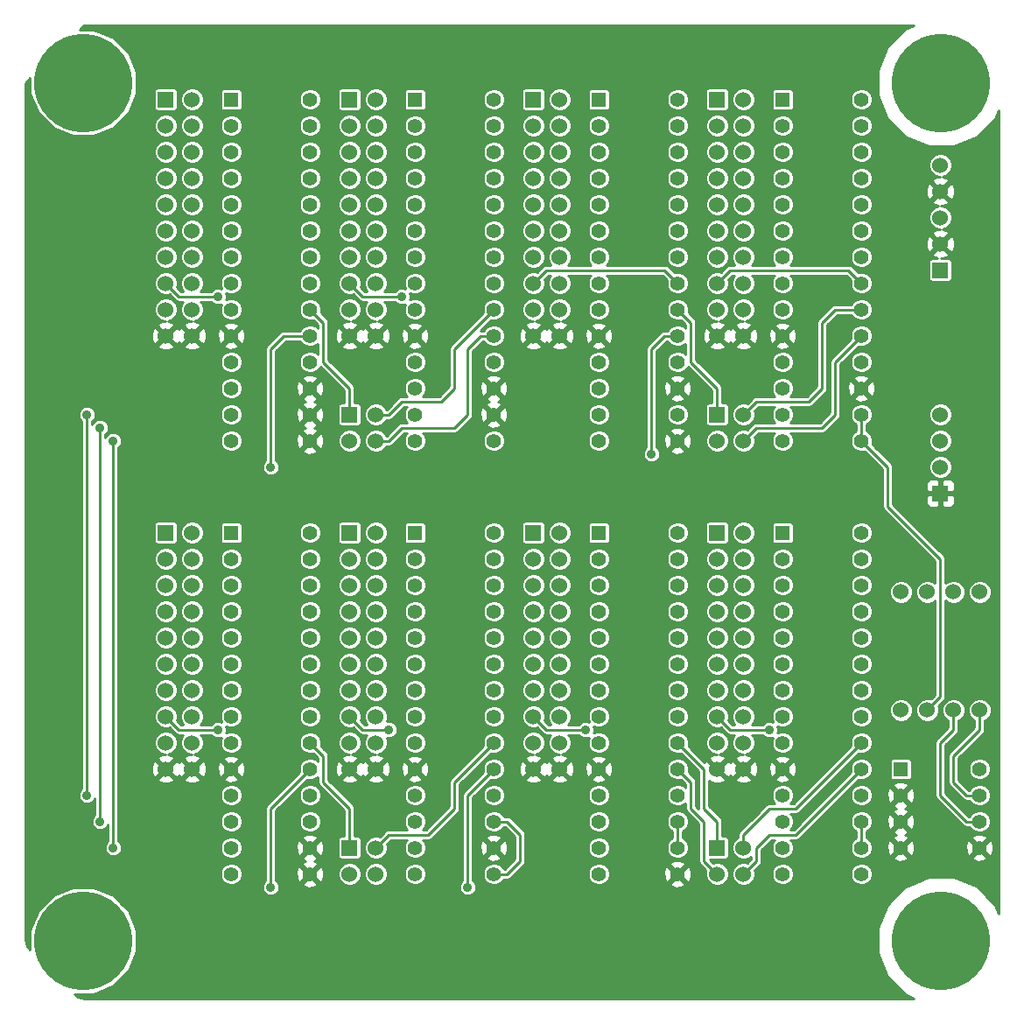
<source format=gbl>
G04 (created by PCBNEW (2013-07-07 BZR 4022)-stable) date 3/28/2015 2:44:44 PM*
%MOIN*%
G04 Gerber Fmt 3.4, Leading zero omitted, Abs format*
%FSLAX34Y34*%
G01*
G70*
G90*
G04 APERTURE LIST*
%ADD10C,0.00590551*%
%ADD11C,0.375*%
%ADD12C,0.06*%
%ADD13C,0.055*%
%ADD14R,0.055X0.055*%
%ADD15R,0.06X0.06*%
%ADD16C,0.035*%
%ADD17C,0.01*%
G04 APERTURE END LIST*
G54D10*
G54D11*
X24015Y-16141D03*
X56692Y-16141D03*
X24015Y-48818D03*
X56692Y-48818D03*
G54D12*
X57153Y-35529D03*
X57153Y-40029D03*
X58153Y-35529D03*
X58153Y-40029D03*
X55153Y-35529D03*
X55153Y-40029D03*
X56153Y-35529D03*
X56153Y-40029D03*
G54D13*
X50653Y-17779D03*
X50653Y-18779D03*
X50653Y-19779D03*
X50653Y-20779D03*
X50653Y-21779D03*
X50653Y-22779D03*
X50653Y-23779D03*
X50653Y-24779D03*
X50653Y-25779D03*
X50653Y-26779D03*
X50653Y-27779D03*
X50653Y-28779D03*
X50653Y-29779D03*
G54D14*
X50653Y-16779D03*
G54D13*
X53653Y-29779D03*
X53653Y-28779D03*
X53653Y-27779D03*
X53653Y-26779D03*
X53653Y-25779D03*
X53653Y-24779D03*
X53653Y-23779D03*
X53653Y-22779D03*
X53653Y-21779D03*
X53653Y-20779D03*
X53653Y-19779D03*
X53653Y-18779D03*
X53653Y-17779D03*
X53653Y-16779D03*
X43653Y-17779D03*
X43653Y-18779D03*
X43653Y-19779D03*
X43653Y-20779D03*
X43653Y-21779D03*
X43653Y-22779D03*
X43653Y-23779D03*
X43653Y-24779D03*
X43653Y-25779D03*
X43653Y-26779D03*
X43653Y-27779D03*
X43653Y-28779D03*
X43653Y-29779D03*
G54D14*
X43653Y-16779D03*
G54D13*
X46653Y-29779D03*
X46653Y-28779D03*
X46653Y-27779D03*
X46653Y-26779D03*
X46653Y-25779D03*
X46653Y-24779D03*
X46653Y-23779D03*
X46653Y-22779D03*
X46653Y-21779D03*
X46653Y-20779D03*
X46653Y-19779D03*
X46653Y-18779D03*
X46653Y-17779D03*
X46653Y-16779D03*
X29653Y-34279D03*
X29653Y-35279D03*
X29653Y-36279D03*
X29653Y-37279D03*
X29653Y-38279D03*
X29653Y-39279D03*
X29653Y-40279D03*
X29653Y-41279D03*
X29653Y-42279D03*
X29653Y-43279D03*
X29653Y-44279D03*
X29653Y-45279D03*
X29653Y-46279D03*
G54D14*
X29653Y-33279D03*
G54D13*
X32653Y-46279D03*
X32653Y-45279D03*
X32653Y-44279D03*
X32653Y-43279D03*
X32653Y-42279D03*
X32653Y-41279D03*
X32653Y-40279D03*
X32653Y-39279D03*
X32653Y-38279D03*
X32653Y-37279D03*
X32653Y-36279D03*
X32653Y-35279D03*
X32653Y-34279D03*
X32653Y-33279D03*
X36653Y-34279D03*
X36653Y-35279D03*
X36653Y-36279D03*
X36653Y-37279D03*
X36653Y-38279D03*
X36653Y-39279D03*
X36653Y-40279D03*
X36653Y-41279D03*
X36653Y-42279D03*
X36653Y-43279D03*
X36653Y-44279D03*
X36653Y-45279D03*
X36653Y-46279D03*
G54D14*
X36653Y-33279D03*
G54D13*
X39653Y-46279D03*
X39653Y-45279D03*
X39653Y-44279D03*
X39653Y-43279D03*
X39653Y-42279D03*
X39653Y-41279D03*
X39653Y-40279D03*
X39653Y-39279D03*
X39653Y-38279D03*
X39653Y-37279D03*
X39653Y-36279D03*
X39653Y-35279D03*
X39653Y-34279D03*
X39653Y-33279D03*
X36653Y-17779D03*
X36653Y-18779D03*
X36653Y-19779D03*
X36653Y-20779D03*
X36653Y-21779D03*
X36653Y-22779D03*
X36653Y-23779D03*
X36653Y-24779D03*
X36653Y-25779D03*
X36653Y-26779D03*
X36653Y-27779D03*
X36653Y-28779D03*
X36653Y-29779D03*
G54D14*
X36653Y-16779D03*
G54D13*
X39653Y-29779D03*
X39653Y-28779D03*
X39653Y-27779D03*
X39653Y-26779D03*
X39653Y-25779D03*
X39653Y-24779D03*
X39653Y-23779D03*
X39653Y-22779D03*
X39653Y-21779D03*
X39653Y-20779D03*
X39653Y-19779D03*
X39653Y-18779D03*
X39653Y-17779D03*
X39653Y-16779D03*
X43653Y-34279D03*
X43653Y-35279D03*
X43653Y-36279D03*
X43653Y-37279D03*
X43653Y-38279D03*
X43653Y-39279D03*
X43653Y-40279D03*
X43653Y-41279D03*
X43653Y-42279D03*
X43653Y-43279D03*
X43653Y-44279D03*
X43653Y-45279D03*
X43653Y-46279D03*
G54D14*
X43653Y-33279D03*
G54D13*
X46653Y-46279D03*
X46653Y-45279D03*
X46653Y-44279D03*
X46653Y-43279D03*
X46653Y-42279D03*
X46653Y-41279D03*
X46653Y-40279D03*
X46653Y-39279D03*
X46653Y-38279D03*
X46653Y-37279D03*
X46653Y-36279D03*
X46653Y-35279D03*
X46653Y-34279D03*
X46653Y-33279D03*
X50653Y-34279D03*
X50653Y-35279D03*
X50653Y-36279D03*
X50653Y-37279D03*
X50653Y-38279D03*
X50653Y-39279D03*
X50653Y-40279D03*
X50653Y-41279D03*
X50653Y-42279D03*
X50653Y-43279D03*
X50653Y-44279D03*
X50653Y-45279D03*
X50653Y-46279D03*
G54D14*
X50653Y-33279D03*
G54D13*
X53653Y-46279D03*
X53653Y-45279D03*
X53653Y-44279D03*
X53653Y-43279D03*
X53653Y-42279D03*
X53653Y-41279D03*
X53653Y-40279D03*
X53653Y-39279D03*
X53653Y-38279D03*
X53653Y-37279D03*
X53653Y-36279D03*
X53653Y-35279D03*
X53653Y-34279D03*
X53653Y-33279D03*
X29653Y-17779D03*
X29653Y-18779D03*
X29653Y-19779D03*
X29653Y-20779D03*
X29653Y-21779D03*
X29653Y-22779D03*
X29653Y-23779D03*
X29653Y-24779D03*
X29653Y-25779D03*
X29653Y-26779D03*
X29653Y-27779D03*
X29653Y-28779D03*
X29653Y-29779D03*
G54D14*
X29653Y-16779D03*
G54D13*
X32653Y-29779D03*
X32653Y-28779D03*
X32653Y-27779D03*
X32653Y-26779D03*
X32653Y-25779D03*
X32653Y-24779D03*
X32653Y-23779D03*
X32653Y-22779D03*
X32653Y-21779D03*
X32653Y-20779D03*
X32653Y-19779D03*
X32653Y-18779D03*
X32653Y-17779D03*
X32653Y-16779D03*
G54D15*
X48153Y-16779D03*
G54D12*
X49153Y-16779D03*
X48153Y-17779D03*
X49153Y-17779D03*
X48153Y-18779D03*
X49153Y-18779D03*
X48153Y-19779D03*
X49153Y-19779D03*
X48153Y-20779D03*
X49153Y-20779D03*
X48153Y-21779D03*
X49153Y-21779D03*
X48153Y-22779D03*
X49153Y-22779D03*
X48153Y-23779D03*
X49153Y-23779D03*
X48153Y-24779D03*
X49153Y-24779D03*
X48153Y-25779D03*
X49153Y-25779D03*
G54D15*
X41153Y-16779D03*
G54D12*
X42153Y-16779D03*
X41153Y-17779D03*
X42153Y-17779D03*
X41153Y-18779D03*
X42153Y-18779D03*
X41153Y-19779D03*
X42153Y-19779D03*
X41153Y-20779D03*
X42153Y-20779D03*
X41153Y-21779D03*
X42153Y-21779D03*
X41153Y-22779D03*
X42153Y-22779D03*
X41153Y-23779D03*
X42153Y-23779D03*
X41153Y-24779D03*
X42153Y-24779D03*
X41153Y-25779D03*
X42153Y-25779D03*
G54D15*
X34153Y-16779D03*
G54D12*
X35153Y-16779D03*
X34153Y-17779D03*
X35153Y-17779D03*
X34153Y-18779D03*
X35153Y-18779D03*
X34153Y-19779D03*
X35153Y-19779D03*
X34153Y-20779D03*
X35153Y-20779D03*
X34153Y-21779D03*
X35153Y-21779D03*
X34153Y-22779D03*
X35153Y-22779D03*
X34153Y-23779D03*
X35153Y-23779D03*
X34153Y-24779D03*
X35153Y-24779D03*
X34153Y-25779D03*
X35153Y-25779D03*
G54D15*
X27153Y-16779D03*
G54D12*
X28153Y-16779D03*
X27153Y-17779D03*
X28153Y-17779D03*
X27153Y-18779D03*
X28153Y-18779D03*
X27153Y-19779D03*
X28153Y-19779D03*
X27153Y-20779D03*
X28153Y-20779D03*
X27153Y-21779D03*
X28153Y-21779D03*
X27153Y-22779D03*
X28153Y-22779D03*
X27153Y-23779D03*
X28153Y-23779D03*
X27153Y-24779D03*
X28153Y-24779D03*
X27153Y-25779D03*
X28153Y-25779D03*
G54D15*
X56653Y-31779D03*
G54D12*
X56653Y-30779D03*
X56653Y-29779D03*
X56653Y-28779D03*
G54D15*
X34153Y-33279D03*
G54D12*
X35153Y-33279D03*
X34153Y-34279D03*
X35153Y-34279D03*
X34153Y-35279D03*
X35153Y-35279D03*
X34153Y-36279D03*
X35153Y-36279D03*
X34153Y-37279D03*
X35153Y-37279D03*
X34153Y-38279D03*
X35153Y-38279D03*
X34153Y-39279D03*
X35153Y-39279D03*
X34153Y-40279D03*
X35153Y-40279D03*
X34153Y-41279D03*
X35153Y-41279D03*
X34153Y-42279D03*
X35153Y-42279D03*
G54D15*
X41153Y-33279D03*
G54D12*
X42153Y-33279D03*
X41153Y-34279D03*
X42153Y-34279D03*
X41153Y-35279D03*
X42153Y-35279D03*
X41153Y-36279D03*
X42153Y-36279D03*
X41153Y-37279D03*
X42153Y-37279D03*
X41153Y-38279D03*
X42153Y-38279D03*
X41153Y-39279D03*
X42153Y-39279D03*
X41153Y-40279D03*
X42153Y-40279D03*
X41153Y-41279D03*
X42153Y-41279D03*
X41153Y-42279D03*
X42153Y-42279D03*
G54D15*
X48153Y-33279D03*
G54D12*
X49153Y-33279D03*
X48153Y-34279D03*
X49153Y-34279D03*
X48153Y-35279D03*
X49153Y-35279D03*
X48153Y-36279D03*
X49153Y-36279D03*
X48153Y-37279D03*
X49153Y-37279D03*
X48153Y-38279D03*
X49153Y-38279D03*
X48153Y-39279D03*
X49153Y-39279D03*
X48153Y-40279D03*
X49153Y-40279D03*
X48153Y-41279D03*
X49153Y-41279D03*
X48153Y-42279D03*
X49153Y-42279D03*
G54D14*
X55153Y-42279D03*
G54D13*
X55153Y-43279D03*
X55153Y-44279D03*
X55153Y-45279D03*
X58153Y-45279D03*
X58153Y-44279D03*
X58153Y-43279D03*
X58153Y-42279D03*
G54D15*
X48153Y-45279D03*
G54D12*
X49153Y-45279D03*
X48153Y-46279D03*
X49153Y-46279D03*
G54D15*
X34153Y-45279D03*
G54D12*
X35153Y-45279D03*
X34153Y-46279D03*
X35153Y-46279D03*
G54D15*
X48153Y-28779D03*
G54D12*
X49153Y-28779D03*
X48153Y-29779D03*
X49153Y-29779D03*
G54D15*
X34153Y-28779D03*
G54D12*
X35153Y-28779D03*
X34153Y-29779D03*
X35153Y-29779D03*
G54D15*
X27153Y-33279D03*
G54D12*
X28153Y-33279D03*
X27153Y-34279D03*
X28153Y-34279D03*
X27153Y-35279D03*
X28153Y-35279D03*
X27153Y-36279D03*
X28153Y-36279D03*
X27153Y-37279D03*
X28153Y-37279D03*
X27153Y-38279D03*
X28153Y-38279D03*
X27153Y-39279D03*
X28153Y-39279D03*
X27153Y-40279D03*
X28153Y-40279D03*
X27153Y-41279D03*
X28153Y-41279D03*
X27153Y-42279D03*
X28153Y-42279D03*
G54D15*
X56653Y-23279D03*
G54D12*
X56653Y-22279D03*
X56653Y-21279D03*
X56653Y-20279D03*
X56653Y-19279D03*
G54D16*
X29153Y-24279D03*
X31153Y-30779D03*
X24153Y-43279D03*
X24153Y-28779D03*
X24653Y-44279D03*
X24653Y-29279D03*
X25153Y-45279D03*
X25153Y-29779D03*
X36153Y-24279D03*
X45653Y-30279D03*
X29153Y-40779D03*
X31153Y-46779D03*
X35653Y-40779D03*
X38653Y-46779D03*
X43153Y-40779D03*
X50153Y-40779D03*
G54D17*
X27153Y-23779D02*
X27653Y-24279D01*
X27653Y-24279D02*
X29153Y-24279D01*
X33153Y-26279D02*
X33153Y-26779D01*
X34153Y-27779D02*
X34153Y-28779D01*
X33153Y-26779D02*
X34153Y-27779D01*
X33153Y-25279D02*
X32653Y-24779D01*
X33153Y-26279D02*
X33153Y-25279D01*
X31653Y-25779D02*
X32653Y-25779D01*
X31153Y-26279D02*
X31653Y-25779D01*
X31153Y-30779D02*
X31153Y-26279D01*
X24153Y-43279D02*
X24153Y-39279D01*
X24153Y-28779D02*
X24153Y-35279D01*
X24153Y-35279D02*
X24153Y-39279D01*
X24653Y-44279D02*
X24653Y-42779D01*
X24653Y-29279D02*
X24653Y-39279D01*
X24653Y-39279D02*
X24653Y-42779D01*
X58153Y-43279D02*
X57653Y-43279D01*
X57653Y-43279D02*
X57153Y-42779D01*
X57153Y-42779D02*
X57153Y-41779D01*
X57153Y-41779D02*
X58153Y-40779D01*
X58153Y-40779D02*
X58153Y-40029D01*
X25153Y-45279D02*
X25153Y-42279D01*
X25153Y-41279D02*
X25153Y-42279D01*
X25153Y-33279D02*
X25153Y-41279D01*
X25153Y-29779D02*
X25153Y-33279D01*
X57653Y-44279D02*
X58153Y-44279D01*
X57153Y-40029D02*
X57153Y-40779D01*
X57153Y-40779D02*
X56653Y-41279D01*
X56653Y-41279D02*
X56653Y-43279D01*
X56653Y-43279D02*
X57653Y-44279D01*
X57653Y-44279D02*
X58153Y-44279D01*
X39653Y-44279D02*
X40153Y-44279D01*
X40153Y-46279D02*
X39653Y-46279D01*
X40653Y-45779D02*
X40153Y-46279D01*
X40653Y-44779D02*
X40653Y-45779D01*
X40153Y-44279D02*
X40653Y-44779D01*
X53653Y-44279D02*
X53653Y-45279D01*
X46653Y-45279D02*
X46653Y-44279D01*
X53653Y-29779D02*
X54653Y-30779D01*
X54653Y-32279D02*
X56653Y-34279D01*
X56653Y-34279D02*
X56653Y-39529D01*
X56653Y-39529D02*
X56153Y-40029D01*
X54653Y-30779D02*
X54653Y-32279D01*
X53653Y-28779D02*
X53653Y-29779D01*
X34153Y-23779D02*
X34653Y-24279D01*
X34653Y-24279D02*
X36153Y-24279D01*
X38153Y-26279D02*
X39653Y-24779D01*
X38153Y-27779D02*
X38153Y-26279D01*
X37653Y-28279D02*
X38153Y-27779D01*
X36153Y-28279D02*
X37653Y-28279D01*
X35653Y-28779D02*
X36153Y-28279D01*
X35153Y-28779D02*
X35653Y-28779D01*
X39153Y-25779D02*
X39653Y-25779D01*
X38653Y-26279D02*
X39153Y-25779D01*
X38653Y-28779D02*
X38653Y-26279D01*
X38153Y-29279D02*
X38653Y-28779D01*
X36153Y-29279D02*
X38153Y-29279D01*
X35653Y-29779D02*
X36153Y-29279D01*
X35153Y-29779D02*
X35653Y-29779D01*
X41153Y-23779D02*
X41653Y-23279D01*
X46153Y-23279D02*
X46653Y-23779D01*
X41653Y-23279D02*
X46153Y-23279D01*
X47153Y-26279D02*
X47153Y-26779D01*
X48153Y-27779D02*
X48153Y-28779D01*
X47153Y-26779D02*
X48153Y-27779D01*
X46653Y-24779D02*
X47153Y-25279D01*
X47153Y-25279D02*
X47153Y-26279D01*
X45653Y-30279D02*
X45653Y-28779D01*
X45653Y-29779D02*
X45653Y-26279D01*
X45653Y-26279D02*
X46153Y-25779D01*
X46153Y-25779D02*
X46653Y-25779D01*
X45653Y-28779D02*
X45653Y-29779D01*
X45653Y-28779D02*
X45653Y-26279D01*
X46153Y-25779D02*
X46653Y-25779D01*
X45653Y-26279D02*
X46153Y-25779D01*
X48153Y-23779D02*
X48653Y-23279D01*
X53153Y-23279D02*
X53653Y-23779D01*
X48653Y-23279D02*
X53153Y-23279D01*
X49153Y-28779D02*
X49653Y-28279D01*
X52653Y-24779D02*
X53653Y-24779D01*
X52153Y-25279D02*
X52653Y-24779D01*
X52153Y-27779D02*
X52153Y-25279D01*
X51653Y-28279D02*
X52153Y-27779D01*
X49653Y-28279D02*
X51653Y-28279D01*
X49153Y-29779D02*
X49653Y-29279D01*
X49653Y-29279D02*
X52153Y-29279D01*
X52653Y-28779D02*
X52653Y-26779D01*
X52153Y-29279D02*
X52653Y-28779D01*
X52653Y-26779D02*
X53653Y-25779D01*
X27153Y-40279D02*
X27653Y-40779D01*
X27653Y-40779D02*
X29153Y-40779D01*
X34153Y-45279D02*
X34153Y-43779D01*
X33153Y-41779D02*
X32653Y-41279D01*
X33153Y-42779D02*
X33153Y-41779D01*
X34153Y-43779D02*
X33153Y-42779D01*
X31153Y-44779D02*
X31153Y-43779D01*
X31153Y-43779D02*
X32653Y-42279D01*
X31153Y-46779D02*
X31153Y-44779D01*
X34153Y-40279D02*
X34653Y-40779D01*
X34653Y-40779D02*
X35653Y-40779D01*
X36653Y-44779D02*
X37153Y-44779D01*
X38153Y-43779D02*
X38153Y-42779D01*
X37153Y-44779D02*
X38153Y-43779D01*
X38153Y-42779D02*
X39653Y-41279D01*
X35153Y-45279D02*
X35653Y-44779D01*
X35653Y-44779D02*
X36653Y-44779D01*
X38153Y-42779D02*
X39653Y-41279D01*
X38653Y-43279D02*
X39653Y-42279D01*
X38653Y-46779D02*
X38653Y-43279D01*
X41153Y-40279D02*
X41653Y-40779D01*
X41653Y-40779D02*
X43153Y-40779D01*
X48153Y-45279D02*
X48153Y-44279D01*
X47653Y-42279D02*
X46653Y-41279D01*
X47653Y-43779D02*
X47653Y-42279D01*
X48153Y-44279D02*
X47653Y-43779D01*
X48153Y-46279D02*
X47653Y-45779D01*
X47153Y-42779D02*
X46653Y-42279D01*
X47153Y-43779D02*
X47153Y-42779D01*
X47653Y-44279D02*
X47153Y-43779D01*
X47653Y-45779D02*
X47653Y-44279D01*
X48153Y-40279D02*
X48653Y-40779D01*
X48653Y-40779D02*
X50153Y-40779D01*
X49153Y-45279D02*
X49153Y-44779D01*
X49153Y-44779D02*
X50153Y-43779D01*
X51153Y-43779D02*
X53653Y-41279D01*
X50153Y-43779D02*
X51153Y-43779D01*
X50653Y-44779D02*
X51153Y-44779D01*
X51153Y-44779D02*
X53653Y-42279D01*
X49153Y-46279D02*
X49653Y-45779D01*
X50153Y-44779D02*
X50653Y-44779D01*
X49653Y-45279D02*
X50153Y-44779D01*
X49653Y-45779D02*
X49653Y-45279D01*
G54D10*
G36*
X58885Y-47774D02*
X58749Y-47447D01*
X58683Y-47380D01*
X58683Y-45355D01*
X58672Y-45146D01*
X58614Y-45006D01*
X58603Y-45003D01*
X58603Y-39940D01*
X58603Y-35440D01*
X58535Y-35274D01*
X58408Y-35148D01*
X58243Y-35079D01*
X58064Y-35079D01*
X57898Y-35147D01*
X57772Y-35274D01*
X57703Y-35439D01*
X57703Y-35618D01*
X57771Y-35784D01*
X57898Y-35910D01*
X58063Y-35979D01*
X58242Y-35979D01*
X58408Y-35911D01*
X58534Y-35784D01*
X58603Y-35619D01*
X58603Y-35440D01*
X58603Y-39940D01*
X58535Y-39774D01*
X58408Y-39648D01*
X58243Y-39579D01*
X58064Y-39579D01*
X57898Y-39647D01*
X57772Y-39774D01*
X57703Y-39939D01*
X57703Y-40118D01*
X57771Y-40284D01*
X57898Y-40410D01*
X57953Y-40433D01*
X57953Y-40696D01*
X57012Y-41638D01*
X56968Y-41702D01*
X56953Y-41779D01*
X56953Y-42779D01*
X56968Y-42856D01*
X57012Y-42920D01*
X57512Y-43420D01*
X57577Y-43464D01*
X57577Y-43464D01*
X57589Y-43466D01*
X57653Y-43479D01*
X57776Y-43479D01*
X57793Y-43519D01*
X57912Y-43639D01*
X58068Y-43704D01*
X58237Y-43704D01*
X58393Y-43640D01*
X58513Y-43520D01*
X58578Y-43364D01*
X58578Y-43195D01*
X58578Y-42195D01*
X58514Y-42039D01*
X58394Y-41919D01*
X58238Y-41854D01*
X58069Y-41854D01*
X57913Y-41919D01*
X57793Y-42038D01*
X57728Y-42194D01*
X57728Y-42363D01*
X57793Y-42519D01*
X57912Y-42639D01*
X58068Y-42704D01*
X58237Y-42704D01*
X58393Y-42640D01*
X58513Y-42520D01*
X58578Y-42364D01*
X58578Y-42195D01*
X58578Y-43195D01*
X58514Y-43039D01*
X58394Y-42919D01*
X58238Y-42854D01*
X58069Y-42854D01*
X57913Y-42919D01*
X57793Y-43038D01*
X57776Y-43079D01*
X57736Y-43079D01*
X57353Y-42696D01*
X57353Y-41862D01*
X58294Y-40920D01*
X58294Y-40920D01*
X58323Y-40877D01*
X58338Y-40856D01*
X58338Y-40856D01*
X58353Y-40779D01*
X58353Y-40779D01*
X58353Y-40433D01*
X58408Y-40411D01*
X58534Y-40284D01*
X58603Y-40119D01*
X58603Y-39940D01*
X58603Y-45003D01*
X58578Y-44997D01*
X58578Y-44195D01*
X58514Y-44039D01*
X58394Y-43919D01*
X58238Y-43854D01*
X58069Y-43854D01*
X57913Y-43919D01*
X57793Y-44038D01*
X57776Y-44079D01*
X57736Y-44079D01*
X56853Y-43196D01*
X56853Y-41362D01*
X57294Y-40920D01*
X57338Y-40856D01*
X57338Y-40856D01*
X57340Y-40843D01*
X57353Y-40779D01*
X57353Y-40779D01*
X57353Y-40433D01*
X57408Y-40411D01*
X57534Y-40284D01*
X57603Y-40119D01*
X57603Y-39940D01*
X57603Y-35440D01*
X57535Y-35274D01*
X57408Y-35148D01*
X57243Y-35079D01*
X57208Y-35079D01*
X57208Y-22361D01*
X57208Y-20361D01*
X57197Y-20142D01*
X57134Y-19991D01*
X57103Y-19982D01*
X57103Y-19190D01*
X57035Y-19024D01*
X56908Y-18898D01*
X56743Y-18829D01*
X56564Y-18829D01*
X56398Y-18897D01*
X56272Y-19024D01*
X56203Y-19189D01*
X56203Y-19368D01*
X56271Y-19534D01*
X56398Y-19660D01*
X56563Y-19729D01*
X56640Y-19729D01*
X56516Y-19735D01*
X56365Y-19798D01*
X56338Y-19893D01*
X56653Y-20208D01*
X56968Y-19893D01*
X56941Y-19798D01*
X56745Y-19728D01*
X56908Y-19661D01*
X57034Y-19534D01*
X57103Y-19369D01*
X57103Y-19190D01*
X57103Y-19982D01*
X57039Y-19964D01*
X56724Y-20279D01*
X57039Y-20594D01*
X57134Y-20567D01*
X57208Y-20361D01*
X57208Y-22361D01*
X57197Y-22142D01*
X57134Y-21991D01*
X57103Y-21982D01*
X57103Y-21190D01*
X57035Y-21024D01*
X56908Y-20898D01*
X56743Y-20829D01*
X56667Y-20829D01*
X56790Y-20823D01*
X56941Y-20760D01*
X56968Y-20665D01*
X56653Y-20350D01*
X56582Y-20420D01*
X56582Y-20279D01*
X56267Y-19964D01*
X56172Y-19991D01*
X56098Y-20197D01*
X56109Y-20416D01*
X56172Y-20567D01*
X56267Y-20594D01*
X56582Y-20279D01*
X56582Y-20420D01*
X56338Y-20665D01*
X56365Y-20760D01*
X56561Y-20830D01*
X56398Y-20897D01*
X56272Y-21024D01*
X56203Y-21189D01*
X56203Y-21368D01*
X56271Y-21534D01*
X56398Y-21660D01*
X56563Y-21729D01*
X56640Y-21729D01*
X56516Y-21735D01*
X56365Y-21798D01*
X56338Y-21893D01*
X56653Y-22208D01*
X56968Y-21893D01*
X56941Y-21798D01*
X56745Y-21728D01*
X56908Y-21661D01*
X57034Y-21534D01*
X57103Y-21369D01*
X57103Y-21190D01*
X57103Y-21982D01*
X57039Y-21964D01*
X56724Y-22279D01*
X57039Y-22594D01*
X57134Y-22567D01*
X57208Y-22361D01*
X57208Y-35079D01*
X57203Y-35079D01*
X57203Y-32030D01*
X57203Y-31529D01*
X57203Y-31429D01*
X57165Y-31337D01*
X57103Y-31276D01*
X57103Y-30690D01*
X57103Y-29690D01*
X57103Y-28690D01*
X57103Y-28690D01*
X57103Y-23549D01*
X57103Y-22949D01*
X57080Y-22894D01*
X57038Y-22852D01*
X56983Y-22829D01*
X56923Y-22829D01*
X56667Y-22829D01*
X56790Y-22823D01*
X56941Y-22760D01*
X56968Y-22665D01*
X56653Y-22350D01*
X56582Y-22420D01*
X56582Y-22279D01*
X56267Y-21964D01*
X56172Y-21991D01*
X56098Y-22197D01*
X56109Y-22416D01*
X56172Y-22567D01*
X56267Y-22594D01*
X56582Y-22279D01*
X56582Y-22420D01*
X56338Y-22665D01*
X56365Y-22760D01*
X56558Y-22829D01*
X56323Y-22829D01*
X56268Y-22852D01*
X56226Y-22894D01*
X56203Y-22949D01*
X56203Y-23009D01*
X56203Y-23609D01*
X56226Y-23664D01*
X56268Y-23706D01*
X56323Y-23729D01*
X56383Y-23729D01*
X56983Y-23729D01*
X57038Y-23706D01*
X57080Y-23664D01*
X57103Y-23609D01*
X57103Y-23549D01*
X57103Y-28690D01*
X57035Y-28524D01*
X56908Y-28398D01*
X56743Y-28329D01*
X56564Y-28329D01*
X56398Y-28397D01*
X56272Y-28524D01*
X56203Y-28689D01*
X56203Y-28868D01*
X56271Y-29034D01*
X56398Y-29160D01*
X56563Y-29229D01*
X56742Y-29229D01*
X56908Y-29161D01*
X57034Y-29034D01*
X57103Y-28869D01*
X57103Y-28690D01*
X57103Y-29690D01*
X57035Y-29524D01*
X56908Y-29398D01*
X56743Y-29329D01*
X56564Y-29329D01*
X56398Y-29397D01*
X56272Y-29524D01*
X56203Y-29689D01*
X56203Y-29868D01*
X56271Y-30034D01*
X56398Y-30160D01*
X56563Y-30229D01*
X56742Y-30229D01*
X56908Y-30161D01*
X57034Y-30034D01*
X57103Y-29869D01*
X57103Y-29690D01*
X57103Y-30690D01*
X57035Y-30524D01*
X56908Y-30398D01*
X56743Y-30329D01*
X56564Y-30329D01*
X56398Y-30397D01*
X56272Y-30524D01*
X56203Y-30689D01*
X56203Y-30868D01*
X56271Y-31034D01*
X56398Y-31160D01*
X56563Y-31229D01*
X56742Y-31229D01*
X56908Y-31161D01*
X57034Y-31034D01*
X57103Y-30869D01*
X57103Y-30690D01*
X57103Y-31276D01*
X57094Y-31267D01*
X57003Y-31229D01*
X56766Y-31229D01*
X56703Y-31292D01*
X56703Y-31729D01*
X57141Y-31729D01*
X57203Y-31667D01*
X57203Y-31529D01*
X57203Y-32030D01*
X57203Y-31892D01*
X57141Y-31829D01*
X56703Y-31829D01*
X56703Y-32267D01*
X56766Y-32329D01*
X57003Y-32329D01*
X57094Y-32291D01*
X57165Y-32221D01*
X57203Y-32129D01*
X57203Y-32030D01*
X57203Y-35079D01*
X57064Y-35079D01*
X56898Y-35147D01*
X56853Y-35193D01*
X56853Y-34279D01*
X56853Y-34279D01*
X56838Y-34202D01*
X56838Y-34202D01*
X56823Y-34181D01*
X56794Y-34138D01*
X56794Y-34138D01*
X56603Y-33946D01*
X56603Y-32267D01*
X56603Y-31829D01*
X56603Y-31729D01*
X56603Y-31292D01*
X56541Y-31229D01*
X56304Y-31229D01*
X56212Y-31267D01*
X56141Y-31337D01*
X56103Y-31429D01*
X56103Y-31529D01*
X56103Y-31667D01*
X56166Y-31729D01*
X56603Y-31729D01*
X56603Y-31829D01*
X56166Y-31829D01*
X56103Y-31892D01*
X56103Y-32030D01*
X56103Y-32129D01*
X56141Y-32221D01*
X56212Y-32291D01*
X56304Y-32329D01*
X56541Y-32329D01*
X56603Y-32267D01*
X56603Y-33946D01*
X54853Y-32196D01*
X54853Y-30779D01*
X54838Y-30702D01*
X54838Y-30702D01*
X54823Y-30681D01*
X54794Y-30638D01*
X54794Y-30638D01*
X54183Y-30026D01*
X54183Y-27855D01*
X54172Y-27646D01*
X54114Y-27506D01*
X54078Y-27497D01*
X54078Y-26695D01*
X54078Y-25695D01*
X54014Y-25539D01*
X53894Y-25419D01*
X53738Y-25354D01*
X53569Y-25354D01*
X53413Y-25419D01*
X53293Y-25538D01*
X53228Y-25694D01*
X53228Y-25863D01*
X53245Y-25904D01*
X52512Y-26638D01*
X52468Y-26702D01*
X52453Y-26779D01*
X52453Y-28696D01*
X52070Y-29079D01*
X50954Y-29079D01*
X51013Y-29020D01*
X51078Y-28864D01*
X51078Y-28695D01*
X51014Y-28539D01*
X50954Y-28479D01*
X51653Y-28479D01*
X51730Y-28464D01*
X51794Y-28420D01*
X52294Y-27920D01*
X52338Y-27856D01*
X52338Y-27856D01*
X52340Y-27843D01*
X52353Y-27779D01*
X52353Y-27779D01*
X52353Y-25362D01*
X52736Y-24979D01*
X53276Y-24979D01*
X53293Y-25019D01*
X53412Y-25139D01*
X53568Y-25204D01*
X53737Y-25204D01*
X53893Y-25140D01*
X54013Y-25020D01*
X54078Y-24864D01*
X54078Y-24695D01*
X54078Y-23695D01*
X54078Y-22695D01*
X54078Y-21695D01*
X54078Y-20695D01*
X54078Y-19695D01*
X54078Y-18695D01*
X54078Y-17695D01*
X54078Y-16695D01*
X54014Y-16539D01*
X53894Y-16419D01*
X53738Y-16354D01*
X53569Y-16354D01*
X53413Y-16419D01*
X53293Y-16538D01*
X53228Y-16694D01*
X53228Y-16863D01*
X53293Y-17019D01*
X53412Y-17139D01*
X53568Y-17204D01*
X53737Y-17204D01*
X53893Y-17140D01*
X54013Y-17020D01*
X54078Y-16864D01*
X54078Y-16695D01*
X54078Y-17695D01*
X54014Y-17539D01*
X53894Y-17419D01*
X53738Y-17354D01*
X53569Y-17354D01*
X53413Y-17419D01*
X53293Y-17538D01*
X53228Y-17694D01*
X53228Y-17863D01*
X53293Y-18019D01*
X53412Y-18139D01*
X53568Y-18204D01*
X53737Y-18204D01*
X53893Y-18140D01*
X54013Y-18020D01*
X54078Y-17864D01*
X54078Y-17695D01*
X54078Y-18695D01*
X54014Y-18539D01*
X53894Y-18419D01*
X53738Y-18354D01*
X53569Y-18354D01*
X53413Y-18419D01*
X53293Y-18538D01*
X53228Y-18694D01*
X53228Y-18863D01*
X53293Y-19019D01*
X53412Y-19139D01*
X53568Y-19204D01*
X53737Y-19204D01*
X53893Y-19140D01*
X54013Y-19020D01*
X54078Y-18864D01*
X54078Y-18695D01*
X54078Y-19695D01*
X54014Y-19539D01*
X53894Y-19419D01*
X53738Y-19354D01*
X53569Y-19354D01*
X53413Y-19419D01*
X53293Y-19538D01*
X53228Y-19694D01*
X53228Y-19863D01*
X53293Y-20019D01*
X53412Y-20139D01*
X53568Y-20204D01*
X53737Y-20204D01*
X53893Y-20140D01*
X54013Y-20020D01*
X54078Y-19864D01*
X54078Y-19695D01*
X54078Y-20695D01*
X54014Y-20539D01*
X53894Y-20419D01*
X53738Y-20354D01*
X53569Y-20354D01*
X53413Y-20419D01*
X53293Y-20538D01*
X53228Y-20694D01*
X53228Y-20863D01*
X53293Y-21019D01*
X53412Y-21139D01*
X53568Y-21204D01*
X53737Y-21204D01*
X53893Y-21140D01*
X54013Y-21020D01*
X54078Y-20864D01*
X54078Y-20695D01*
X54078Y-21695D01*
X54014Y-21539D01*
X53894Y-21419D01*
X53738Y-21354D01*
X53569Y-21354D01*
X53413Y-21419D01*
X53293Y-21538D01*
X53228Y-21694D01*
X53228Y-21863D01*
X53293Y-22019D01*
X53412Y-22139D01*
X53568Y-22204D01*
X53737Y-22204D01*
X53893Y-22140D01*
X54013Y-22020D01*
X54078Y-21864D01*
X54078Y-21695D01*
X54078Y-22695D01*
X54014Y-22539D01*
X53894Y-22419D01*
X53738Y-22354D01*
X53569Y-22354D01*
X53413Y-22419D01*
X53293Y-22538D01*
X53228Y-22694D01*
X53228Y-22863D01*
X53293Y-23019D01*
X53412Y-23139D01*
X53568Y-23204D01*
X53737Y-23204D01*
X53893Y-23140D01*
X54013Y-23020D01*
X54078Y-22864D01*
X54078Y-22695D01*
X54078Y-23695D01*
X54014Y-23539D01*
X53894Y-23419D01*
X53738Y-23354D01*
X53569Y-23354D01*
X53528Y-23371D01*
X53294Y-23138D01*
X53230Y-23094D01*
X53153Y-23079D01*
X50954Y-23079D01*
X51013Y-23020D01*
X51078Y-22864D01*
X51078Y-22695D01*
X51078Y-21695D01*
X51078Y-20695D01*
X51078Y-19695D01*
X51078Y-18695D01*
X51078Y-17695D01*
X51078Y-17695D01*
X51078Y-17024D01*
X51078Y-16474D01*
X51055Y-16419D01*
X51013Y-16377D01*
X50958Y-16354D01*
X50898Y-16354D01*
X50348Y-16354D01*
X50293Y-16377D01*
X50251Y-16419D01*
X50228Y-16474D01*
X50228Y-16534D01*
X50228Y-17084D01*
X50251Y-17139D01*
X50293Y-17181D01*
X50348Y-17204D01*
X50408Y-17204D01*
X50958Y-17204D01*
X51013Y-17181D01*
X51055Y-17139D01*
X51078Y-17084D01*
X51078Y-17024D01*
X51078Y-17695D01*
X51014Y-17539D01*
X50894Y-17419D01*
X50738Y-17354D01*
X50569Y-17354D01*
X50413Y-17419D01*
X50293Y-17538D01*
X50228Y-17694D01*
X50228Y-17863D01*
X50293Y-18019D01*
X50412Y-18139D01*
X50568Y-18204D01*
X50737Y-18204D01*
X50893Y-18140D01*
X51013Y-18020D01*
X51078Y-17864D01*
X51078Y-17695D01*
X51078Y-18695D01*
X51014Y-18539D01*
X50894Y-18419D01*
X50738Y-18354D01*
X50569Y-18354D01*
X50413Y-18419D01*
X50293Y-18538D01*
X50228Y-18694D01*
X50228Y-18863D01*
X50293Y-19019D01*
X50412Y-19139D01*
X50568Y-19204D01*
X50737Y-19204D01*
X50893Y-19140D01*
X51013Y-19020D01*
X51078Y-18864D01*
X51078Y-18695D01*
X51078Y-19695D01*
X51014Y-19539D01*
X50894Y-19419D01*
X50738Y-19354D01*
X50569Y-19354D01*
X50413Y-19419D01*
X50293Y-19538D01*
X50228Y-19694D01*
X50228Y-19863D01*
X50293Y-20019D01*
X50412Y-20139D01*
X50568Y-20204D01*
X50737Y-20204D01*
X50893Y-20140D01*
X51013Y-20020D01*
X51078Y-19864D01*
X51078Y-19695D01*
X51078Y-20695D01*
X51014Y-20539D01*
X50894Y-20419D01*
X50738Y-20354D01*
X50569Y-20354D01*
X50413Y-20419D01*
X50293Y-20538D01*
X50228Y-20694D01*
X50228Y-20863D01*
X50293Y-21019D01*
X50412Y-21139D01*
X50568Y-21204D01*
X50737Y-21204D01*
X50893Y-21140D01*
X51013Y-21020D01*
X51078Y-20864D01*
X51078Y-20695D01*
X51078Y-21695D01*
X51014Y-21539D01*
X50894Y-21419D01*
X50738Y-21354D01*
X50569Y-21354D01*
X50413Y-21419D01*
X50293Y-21538D01*
X50228Y-21694D01*
X50228Y-21863D01*
X50293Y-22019D01*
X50412Y-22139D01*
X50568Y-22204D01*
X50737Y-22204D01*
X50893Y-22140D01*
X51013Y-22020D01*
X51078Y-21864D01*
X51078Y-21695D01*
X51078Y-22695D01*
X51014Y-22539D01*
X50894Y-22419D01*
X50738Y-22354D01*
X50569Y-22354D01*
X50413Y-22419D01*
X50293Y-22538D01*
X50228Y-22694D01*
X50228Y-22863D01*
X50293Y-23019D01*
X50352Y-23079D01*
X49489Y-23079D01*
X49534Y-23034D01*
X49603Y-22869D01*
X49603Y-22690D01*
X49603Y-21690D01*
X49603Y-20690D01*
X49603Y-19690D01*
X49603Y-18690D01*
X49603Y-17690D01*
X49603Y-16690D01*
X49535Y-16524D01*
X49408Y-16398D01*
X49243Y-16329D01*
X49064Y-16329D01*
X48898Y-16397D01*
X48772Y-16524D01*
X48703Y-16689D01*
X48703Y-16868D01*
X48771Y-17034D01*
X48898Y-17160D01*
X49063Y-17229D01*
X49242Y-17229D01*
X49408Y-17161D01*
X49534Y-17034D01*
X49603Y-16869D01*
X49603Y-16690D01*
X49603Y-17690D01*
X49535Y-17524D01*
X49408Y-17398D01*
X49243Y-17329D01*
X49064Y-17329D01*
X48898Y-17397D01*
X48772Y-17524D01*
X48703Y-17689D01*
X48703Y-17868D01*
X48771Y-18034D01*
X48898Y-18160D01*
X49063Y-18229D01*
X49242Y-18229D01*
X49408Y-18161D01*
X49534Y-18034D01*
X49603Y-17869D01*
X49603Y-17690D01*
X49603Y-18690D01*
X49535Y-18524D01*
X49408Y-18398D01*
X49243Y-18329D01*
X49064Y-18329D01*
X48898Y-18397D01*
X48772Y-18524D01*
X48703Y-18689D01*
X48703Y-18868D01*
X48771Y-19034D01*
X48898Y-19160D01*
X49063Y-19229D01*
X49242Y-19229D01*
X49408Y-19161D01*
X49534Y-19034D01*
X49603Y-18869D01*
X49603Y-18690D01*
X49603Y-19690D01*
X49535Y-19524D01*
X49408Y-19398D01*
X49243Y-19329D01*
X49064Y-19329D01*
X48898Y-19397D01*
X48772Y-19524D01*
X48703Y-19689D01*
X48703Y-19868D01*
X48771Y-20034D01*
X48898Y-20160D01*
X49063Y-20229D01*
X49242Y-20229D01*
X49408Y-20161D01*
X49534Y-20034D01*
X49603Y-19869D01*
X49603Y-19690D01*
X49603Y-20690D01*
X49535Y-20524D01*
X49408Y-20398D01*
X49243Y-20329D01*
X49064Y-20329D01*
X48898Y-20397D01*
X48772Y-20524D01*
X48703Y-20689D01*
X48703Y-20868D01*
X48771Y-21034D01*
X48898Y-21160D01*
X49063Y-21229D01*
X49242Y-21229D01*
X49408Y-21161D01*
X49534Y-21034D01*
X49603Y-20869D01*
X49603Y-20690D01*
X49603Y-21690D01*
X49535Y-21524D01*
X49408Y-21398D01*
X49243Y-21329D01*
X49064Y-21329D01*
X48898Y-21397D01*
X48772Y-21524D01*
X48703Y-21689D01*
X48703Y-21868D01*
X48771Y-22034D01*
X48898Y-22160D01*
X49063Y-22229D01*
X49242Y-22229D01*
X49408Y-22161D01*
X49534Y-22034D01*
X49603Y-21869D01*
X49603Y-21690D01*
X49603Y-22690D01*
X49535Y-22524D01*
X49408Y-22398D01*
X49243Y-22329D01*
X49064Y-22329D01*
X48898Y-22397D01*
X48772Y-22524D01*
X48703Y-22689D01*
X48703Y-22868D01*
X48771Y-23034D01*
X48817Y-23079D01*
X48653Y-23079D01*
X48603Y-23089D01*
X48603Y-22690D01*
X48603Y-21690D01*
X48603Y-20690D01*
X48603Y-19690D01*
X48603Y-18690D01*
X48603Y-17690D01*
X48603Y-17690D01*
X48603Y-17049D01*
X48603Y-16449D01*
X48580Y-16394D01*
X48538Y-16352D01*
X48483Y-16329D01*
X48423Y-16329D01*
X47823Y-16329D01*
X47768Y-16352D01*
X47726Y-16394D01*
X47703Y-16449D01*
X47703Y-16509D01*
X47703Y-17109D01*
X47726Y-17164D01*
X47768Y-17206D01*
X47823Y-17229D01*
X47883Y-17229D01*
X48483Y-17229D01*
X48538Y-17206D01*
X48580Y-17164D01*
X48603Y-17109D01*
X48603Y-17049D01*
X48603Y-17690D01*
X48535Y-17524D01*
X48408Y-17398D01*
X48243Y-17329D01*
X48064Y-17329D01*
X47898Y-17397D01*
X47772Y-17524D01*
X47703Y-17689D01*
X47703Y-17868D01*
X47771Y-18034D01*
X47898Y-18160D01*
X48063Y-18229D01*
X48242Y-18229D01*
X48408Y-18161D01*
X48534Y-18034D01*
X48603Y-17869D01*
X48603Y-17690D01*
X48603Y-18690D01*
X48535Y-18524D01*
X48408Y-18398D01*
X48243Y-18329D01*
X48064Y-18329D01*
X47898Y-18397D01*
X47772Y-18524D01*
X47703Y-18689D01*
X47703Y-18868D01*
X47771Y-19034D01*
X47898Y-19160D01*
X48063Y-19229D01*
X48242Y-19229D01*
X48408Y-19161D01*
X48534Y-19034D01*
X48603Y-18869D01*
X48603Y-18690D01*
X48603Y-19690D01*
X48535Y-19524D01*
X48408Y-19398D01*
X48243Y-19329D01*
X48064Y-19329D01*
X47898Y-19397D01*
X47772Y-19524D01*
X47703Y-19689D01*
X47703Y-19868D01*
X47771Y-20034D01*
X47898Y-20160D01*
X48063Y-20229D01*
X48242Y-20229D01*
X48408Y-20161D01*
X48534Y-20034D01*
X48603Y-19869D01*
X48603Y-19690D01*
X48603Y-20690D01*
X48535Y-20524D01*
X48408Y-20398D01*
X48243Y-20329D01*
X48064Y-20329D01*
X47898Y-20397D01*
X47772Y-20524D01*
X47703Y-20689D01*
X47703Y-20868D01*
X47771Y-21034D01*
X47898Y-21160D01*
X48063Y-21229D01*
X48242Y-21229D01*
X48408Y-21161D01*
X48534Y-21034D01*
X48603Y-20869D01*
X48603Y-20690D01*
X48603Y-21690D01*
X48535Y-21524D01*
X48408Y-21398D01*
X48243Y-21329D01*
X48064Y-21329D01*
X47898Y-21397D01*
X47772Y-21524D01*
X47703Y-21689D01*
X47703Y-21868D01*
X47771Y-22034D01*
X47898Y-22160D01*
X48063Y-22229D01*
X48242Y-22229D01*
X48408Y-22161D01*
X48534Y-22034D01*
X48603Y-21869D01*
X48603Y-21690D01*
X48603Y-22690D01*
X48535Y-22524D01*
X48408Y-22398D01*
X48243Y-22329D01*
X48064Y-22329D01*
X47898Y-22397D01*
X47772Y-22524D01*
X47703Y-22689D01*
X47703Y-22868D01*
X47771Y-23034D01*
X47898Y-23160D01*
X48063Y-23229D01*
X48242Y-23229D01*
X48408Y-23161D01*
X48534Y-23034D01*
X48603Y-22869D01*
X48603Y-22690D01*
X48603Y-23089D01*
X48589Y-23092D01*
X48577Y-23094D01*
X48512Y-23138D01*
X48297Y-23352D01*
X48243Y-23329D01*
X48064Y-23329D01*
X47898Y-23397D01*
X47772Y-23524D01*
X47703Y-23689D01*
X47703Y-23868D01*
X47771Y-24034D01*
X47898Y-24160D01*
X48063Y-24229D01*
X48242Y-24229D01*
X48408Y-24161D01*
X48534Y-24034D01*
X48603Y-23869D01*
X48603Y-23690D01*
X48580Y-23635D01*
X48736Y-23479D01*
X48817Y-23479D01*
X48772Y-23524D01*
X48703Y-23689D01*
X48703Y-23868D01*
X48771Y-24034D01*
X48898Y-24160D01*
X49063Y-24229D01*
X49242Y-24229D01*
X49408Y-24161D01*
X49534Y-24034D01*
X49603Y-23869D01*
X49603Y-23690D01*
X49535Y-23524D01*
X49489Y-23479D01*
X50352Y-23479D01*
X50293Y-23538D01*
X50228Y-23694D01*
X50228Y-23863D01*
X50293Y-24019D01*
X50412Y-24139D01*
X50568Y-24204D01*
X50737Y-24204D01*
X50893Y-24140D01*
X51013Y-24020D01*
X51078Y-23864D01*
X51078Y-23695D01*
X51014Y-23539D01*
X50954Y-23479D01*
X53070Y-23479D01*
X53245Y-23654D01*
X53228Y-23694D01*
X53228Y-23863D01*
X53293Y-24019D01*
X53412Y-24139D01*
X53568Y-24204D01*
X53737Y-24204D01*
X53893Y-24140D01*
X54013Y-24020D01*
X54078Y-23864D01*
X54078Y-23695D01*
X54078Y-24695D01*
X54014Y-24539D01*
X53894Y-24419D01*
X53738Y-24354D01*
X53569Y-24354D01*
X53413Y-24419D01*
X53293Y-24538D01*
X53276Y-24579D01*
X52653Y-24579D01*
X52589Y-24592D01*
X52577Y-24594D01*
X52512Y-24638D01*
X52012Y-25138D01*
X51968Y-25202D01*
X51953Y-25279D01*
X51953Y-27696D01*
X51570Y-28079D01*
X51183Y-28079D01*
X51183Y-25855D01*
X51172Y-25646D01*
X51114Y-25506D01*
X51078Y-25497D01*
X51078Y-24695D01*
X51014Y-24539D01*
X50894Y-24419D01*
X50738Y-24354D01*
X50569Y-24354D01*
X50413Y-24419D01*
X50293Y-24538D01*
X50228Y-24694D01*
X50228Y-24863D01*
X50293Y-25019D01*
X50412Y-25139D01*
X50568Y-25204D01*
X50737Y-25204D01*
X50893Y-25140D01*
X51013Y-25020D01*
X51078Y-24864D01*
X51078Y-24695D01*
X51078Y-25497D01*
X51021Y-25482D01*
X50950Y-25553D01*
X50950Y-25411D01*
X50926Y-25318D01*
X50729Y-25249D01*
X50520Y-25260D01*
X50380Y-25318D01*
X50356Y-25411D01*
X50653Y-25708D01*
X50950Y-25411D01*
X50950Y-25553D01*
X50724Y-25779D01*
X51021Y-26076D01*
X51114Y-26052D01*
X51183Y-25855D01*
X51183Y-28079D01*
X50954Y-28079D01*
X51013Y-28020D01*
X51078Y-27864D01*
X51078Y-27695D01*
X51078Y-26695D01*
X51014Y-26539D01*
X50950Y-26475D01*
X50950Y-26147D01*
X50653Y-25850D01*
X50582Y-25920D01*
X50582Y-25779D01*
X50285Y-25482D01*
X50192Y-25506D01*
X50123Y-25703D01*
X50134Y-25912D01*
X50192Y-26052D01*
X50285Y-26076D01*
X50582Y-25779D01*
X50582Y-25920D01*
X50356Y-26147D01*
X50380Y-26240D01*
X50577Y-26309D01*
X50786Y-26298D01*
X50926Y-26240D01*
X50950Y-26147D01*
X50950Y-26475D01*
X50894Y-26419D01*
X50738Y-26354D01*
X50569Y-26354D01*
X50413Y-26419D01*
X50293Y-26538D01*
X50228Y-26694D01*
X50228Y-26863D01*
X50293Y-27019D01*
X50412Y-27139D01*
X50568Y-27204D01*
X50737Y-27204D01*
X50893Y-27140D01*
X51013Y-27020D01*
X51078Y-26864D01*
X51078Y-26695D01*
X51078Y-27695D01*
X51014Y-27539D01*
X50894Y-27419D01*
X50738Y-27354D01*
X50569Y-27354D01*
X50413Y-27419D01*
X50293Y-27538D01*
X50228Y-27694D01*
X50228Y-27863D01*
X50293Y-28019D01*
X50352Y-28079D01*
X49708Y-28079D01*
X49708Y-25861D01*
X49697Y-25642D01*
X49634Y-25491D01*
X49603Y-25482D01*
X49603Y-24690D01*
X49535Y-24524D01*
X49408Y-24398D01*
X49243Y-24329D01*
X49064Y-24329D01*
X48898Y-24397D01*
X48772Y-24524D01*
X48703Y-24689D01*
X48703Y-24868D01*
X48771Y-25034D01*
X48898Y-25160D01*
X49063Y-25229D01*
X49140Y-25229D01*
X49016Y-25235D01*
X48865Y-25298D01*
X48838Y-25393D01*
X49153Y-25708D01*
X49468Y-25393D01*
X49441Y-25298D01*
X49245Y-25228D01*
X49408Y-25161D01*
X49534Y-25034D01*
X49603Y-24869D01*
X49603Y-24690D01*
X49603Y-25482D01*
X49539Y-25464D01*
X49224Y-25779D01*
X49539Y-26094D01*
X49634Y-26067D01*
X49708Y-25861D01*
X49708Y-28079D01*
X49653Y-28079D01*
X49589Y-28092D01*
X49577Y-28094D01*
X49512Y-28138D01*
X49468Y-28181D01*
X49468Y-26165D01*
X49153Y-25850D01*
X49082Y-25920D01*
X49082Y-25779D01*
X48767Y-25464D01*
X48672Y-25491D01*
X48654Y-25540D01*
X48634Y-25491D01*
X48603Y-25482D01*
X48603Y-24690D01*
X48535Y-24524D01*
X48408Y-24398D01*
X48243Y-24329D01*
X48064Y-24329D01*
X47898Y-24397D01*
X47772Y-24524D01*
X47703Y-24689D01*
X47703Y-24868D01*
X47771Y-25034D01*
X47898Y-25160D01*
X48063Y-25229D01*
X48140Y-25229D01*
X48016Y-25235D01*
X47865Y-25298D01*
X47838Y-25393D01*
X48153Y-25708D01*
X48468Y-25393D01*
X48441Y-25298D01*
X48245Y-25228D01*
X48408Y-25161D01*
X48534Y-25034D01*
X48603Y-24869D01*
X48603Y-24690D01*
X48603Y-25482D01*
X48539Y-25464D01*
X48224Y-25779D01*
X48539Y-26094D01*
X48634Y-26067D01*
X48652Y-26018D01*
X48672Y-26067D01*
X48767Y-26094D01*
X49082Y-25779D01*
X49082Y-25920D01*
X48838Y-26165D01*
X48865Y-26260D01*
X49071Y-26334D01*
X49290Y-26323D01*
X49441Y-26260D01*
X49468Y-26165D01*
X49468Y-28181D01*
X49297Y-28352D01*
X49243Y-28329D01*
X49064Y-28329D01*
X48898Y-28397D01*
X48772Y-28524D01*
X48703Y-28689D01*
X48703Y-28868D01*
X48771Y-29034D01*
X48898Y-29160D01*
X49063Y-29229D01*
X49242Y-29229D01*
X49408Y-29161D01*
X49534Y-29034D01*
X49603Y-28869D01*
X49603Y-28690D01*
X49580Y-28635D01*
X49736Y-28479D01*
X50352Y-28479D01*
X50293Y-28538D01*
X50228Y-28694D01*
X50228Y-28863D01*
X50293Y-29019D01*
X50352Y-29079D01*
X49653Y-29079D01*
X49589Y-29092D01*
X49577Y-29094D01*
X49512Y-29138D01*
X49297Y-29352D01*
X49243Y-29329D01*
X49064Y-29329D01*
X48898Y-29397D01*
X48772Y-29524D01*
X48703Y-29689D01*
X48703Y-29868D01*
X48771Y-30034D01*
X48898Y-30160D01*
X49063Y-30229D01*
X49242Y-30229D01*
X49408Y-30161D01*
X49534Y-30034D01*
X49603Y-29869D01*
X49603Y-29690D01*
X49580Y-29635D01*
X49736Y-29479D01*
X50352Y-29479D01*
X50293Y-29538D01*
X50228Y-29694D01*
X50228Y-29863D01*
X50293Y-30019D01*
X50412Y-30139D01*
X50568Y-30204D01*
X50737Y-30204D01*
X50893Y-30140D01*
X51013Y-30020D01*
X51078Y-29864D01*
X51078Y-29695D01*
X51014Y-29539D01*
X50954Y-29479D01*
X52153Y-29479D01*
X52230Y-29464D01*
X52294Y-29420D01*
X52794Y-28920D01*
X52838Y-28856D01*
X52838Y-28856D01*
X52840Y-28843D01*
X52853Y-28779D01*
X52853Y-28779D01*
X52853Y-26862D01*
X53528Y-26187D01*
X53568Y-26204D01*
X53737Y-26204D01*
X53893Y-26140D01*
X54013Y-26020D01*
X54078Y-25864D01*
X54078Y-25695D01*
X54078Y-26695D01*
X54014Y-26539D01*
X53894Y-26419D01*
X53738Y-26354D01*
X53569Y-26354D01*
X53413Y-26419D01*
X53293Y-26538D01*
X53228Y-26694D01*
X53228Y-26863D01*
X53293Y-27019D01*
X53412Y-27139D01*
X53568Y-27204D01*
X53737Y-27204D01*
X53893Y-27140D01*
X54013Y-27020D01*
X54078Y-26864D01*
X54078Y-26695D01*
X54078Y-27497D01*
X54021Y-27482D01*
X53950Y-27553D01*
X53950Y-27411D01*
X53926Y-27318D01*
X53729Y-27249D01*
X53520Y-27260D01*
X53380Y-27318D01*
X53356Y-27411D01*
X53653Y-27708D01*
X53950Y-27411D01*
X53950Y-27553D01*
X53724Y-27779D01*
X54021Y-28076D01*
X54114Y-28052D01*
X54183Y-27855D01*
X54183Y-30026D01*
X54061Y-29904D01*
X54078Y-29864D01*
X54078Y-29695D01*
X54014Y-29539D01*
X53894Y-29419D01*
X53853Y-29402D01*
X53853Y-29156D01*
X53893Y-29140D01*
X54013Y-29020D01*
X54078Y-28864D01*
X54078Y-28695D01*
X54014Y-28539D01*
X53950Y-28475D01*
X53950Y-28147D01*
X53653Y-27850D01*
X53582Y-27920D01*
X53582Y-27779D01*
X53285Y-27482D01*
X53192Y-27506D01*
X53123Y-27703D01*
X53134Y-27912D01*
X53192Y-28052D01*
X53285Y-28076D01*
X53582Y-27779D01*
X53582Y-27920D01*
X53356Y-28147D01*
X53380Y-28240D01*
X53577Y-28309D01*
X53786Y-28298D01*
X53926Y-28240D01*
X53950Y-28147D01*
X53950Y-28475D01*
X53894Y-28419D01*
X53738Y-28354D01*
X53569Y-28354D01*
X53413Y-28419D01*
X53293Y-28538D01*
X53228Y-28694D01*
X53228Y-28863D01*
X53293Y-29019D01*
X53412Y-29139D01*
X53453Y-29156D01*
X53453Y-29402D01*
X53413Y-29419D01*
X53293Y-29538D01*
X53228Y-29694D01*
X53228Y-29863D01*
X53293Y-30019D01*
X53412Y-30139D01*
X53568Y-30204D01*
X53737Y-30204D01*
X53778Y-30187D01*
X54453Y-30862D01*
X54453Y-32279D01*
X54468Y-32356D01*
X54512Y-32420D01*
X56453Y-34362D01*
X56453Y-35193D01*
X56408Y-35148D01*
X56243Y-35079D01*
X56064Y-35079D01*
X55898Y-35147D01*
X55772Y-35274D01*
X55703Y-35439D01*
X55703Y-35618D01*
X55771Y-35784D01*
X55898Y-35910D01*
X56063Y-35979D01*
X56242Y-35979D01*
X56408Y-35911D01*
X56453Y-35865D01*
X56453Y-39446D01*
X56297Y-39602D01*
X56243Y-39579D01*
X56064Y-39579D01*
X55898Y-39647D01*
X55772Y-39774D01*
X55703Y-39939D01*
X55703Y-40118D01*
X55771Y-40284D01*
X55898Y-40410D01*
X56063Y-40479D01*
X56242Y-40479D01*
X56408Y-40411D01*
X56534Y-40284D01*
X56603Y-40119D01*
X56603Y-39940D01*
X56580Y-39885D01*
X56794Y-39670D01*
X56838Y-39606D01*
X56838Y-39606D01*
X56840Y-39593D01*
X56853Y-39529D01*
X56853Y-39529D01*
X56853Y-35865D01*
X56898Y-35910D01*
X57063Y-35979D01*
X57242Y-35979D01*
X57408Y-35911D01*
X57534Y-35784D01*
X57603Y-35619D01*
X57603Y-35440D01*
X57603Y-39940D01*
X57535Y-39774D01*
X57408Y-39648D01*
X57243Y-39579D01*
X57064Y-39579D01*
X56898Y-39647D01*
X56772Y-39774D01*
X56703Y-39939D01*
X56703Y-40118D01*
X56771Y-40284D01*
X56898Y-40410D01*
X56953Y-40433D01*
X56953Y-40696D01*
X56512Y-41138D01*
X56468Y-41202D01*
X56453Y-41279D01*
X56453Y-43279D01*
X56468Y-43356D01*
X56512Y-43420D01*
X57512Y-44420D01*
X57512Y-44420D01*
X57555Y-44449D01*
X57577Y-44464D01*
X57577Y-44464D01*
X57653Y-44479D01*
X57776Y-44479D01*
X57793Y-44519D01*
X57912Y-44639D01*
X58068Y-44704D01*
X58237Y-44704D01*
X58393Y-44640D01*
X58513Y-44520D01*
X58578Y-44364D01*
X58578Y-44195D01*
X58578Y-44997D01*
X58521Y-44982D01*
X58450Y-45053D01*
X58450Y-44911D01*
X58426Y-44818D01*
X58229Y-44749D01*
X58020Y-44760D01*
X57880Y-44818D01*
X57856Y-44911D01*
X58153Y-45208D01*
X58450Y-44911D01*
X58450Y-45053D01*
X58224Y-45279D01*
X58521Y-45576D01*
X58614Y-45552D01*
X58683Y-45355D01*
X58683Y-47380D01*
X58450Y-47147D01*
X58450Y-45647D01*
X58153Y-45350D01*
X58082Y-45420D01*
X58082Y-45279D01*
X57785Y-44982D01*
X57692Y-45006D01*
X57623Y-45203D01*
X57634Y-45412D01*
X57692Y-45552D01*
X57785Y-45576D01*
X58082Y-45279D01*
X58082Y-45420D01*
X57856Y-45647D01*
X57880Y-45740D01*
X58077Y-45809D01*
X58286Y-45798D01*
X58426Y-45740D01*
X58450Y-45647D01*
X58450Y-47147D01*
X58068Y-46764D01*
X57177Y-46394D01*
X56212Y-46393D01*
X55683Y-46612D01*
X55683Y-45355D01*
X55683Y-44355D01*
X55683Y-43355D01*
X55672Y-43146D01*
X55614Y-43006D01*
X55603Y-43003D01*
X55603Y-39940D01*
X55603Y-35440D01*
X55535Y-35274D01*
X55408Y-35148D01*
X55243Y-35079D01*
X55064Y-35079D01*
X54898Y-35147D01*
X54772Y-35274D01*
X54703Y-35439D01*
X54703Y-35618D01*
X54771Y-35784D01*
X54898Y-35910D01*
X55063Y-35979D01*
X55242Y-35979D01*
X55408Y-35911D01*
X55534Y-35784D01*
X55603Y-35619D01*
X55603Y-35440D01*
X55603Y-39940D01*
X55535Y-39774D01*
X55408Y-39648D01*
X55243Y-39579D01*
X55064Y-39579D01*
X54898Y-39647D01*
X54772Y-39774D01*
X54703Y-39939D01*
X54703Y-40118D01*
X54771Y-40284D01*
X54898Y-40410D01*
X55063Y-40479D01*
X55242Y-40479D01*
X55408Y-40411D01*
X55534Y-40284D01*
X55603Y-40119D01*
X55603Y-39940D01*
X55603Y-43003D01*
X55578Y-42997D01*
X55578Y-42524D01*
X55578Y-41974D01*
X55555Y-41919D01*
X55513Y-41877D01*
X55458Y-41854D01*
X55398Y-41854D01*
X54848Y-41854D01*
X54793Y-41877D01*
X54751Y-41919D01*
X54728Y-41974D01*
X54728Y-42034D01*
X54728Y-42584D01*
X54751Y-42639D01*
X54793Y-42681D01*
X54848Y-42704D01*
X54908Y-42704D01*
X55458Y-42704D01*
X55513Y-42681D01*
X55555Y-42639D01*
X55578Y-42584D01*
X55578Y-42524D01*
X55578Y-42997D01*
X55521Y-42982D01*
X55450Y-43053D01*
X55450Y-42911D01*
X55426Y-42818D01*
X55229Y-42749D01*
X55020Y-42760D01*
X54880Y-42818D01*
X54856Y-42911D01*
X55153Y-43208D01*
X55450Y-42911D01*
X55450Y-43053D01*
X55224Y-43279D01*
X55521Y-43576D01*
X55614Y-43552D01*
X55683Y-43355D01*
X55683Y-44355D01*
X55672Y-44146D01*
X55614Y-44006D01*
X55521Y-43982D01*
X55450Y-44053D01*
X55450Y-43911D01*
X55426Y-43818D01*
X55323Y-43782D01*
X55426Y-43740D01*
X55450Y-43647D01*
X55153Y-43350D01*
X55082Y-43420D01*
X55082Y-43279D01*
X54785Y-42982D01*
X54692Y-43006D01*
X54623Y-43203D01*
X54634Y-43412D01*
X54692Y-43552D01*
X54785Y-43576D01*
X55082Y-43279D01*
X55082Y-43420D01*
X54856Y-43647D01*
X54880Y-43740D01*
X54983Y-43776D01*
X54880Y-43818D01*
X54856Y-43911D01*
X55153Y-44208D01*
X55450Y-43911D01*
X55450Y-44053D01*
X55224Y-44279D01*
X55521Y-44576D01*
X55614Y-44552D01*
X55683Y-44355D01*
X55683Y-45355D01*
X55672Y-45146D01*
X55614Y-45006D01*
X55521Y-44982D01*
X55450Y-45053D01*
X55450Y-44911D01*
X55426Y-44818D01*
X55323Y-44782D01*
X55426Y-44740D01*
X55450Y-44647D01*
X55153Y-44350D01*
X55082Y-44420D01*
X55082Y-44279D01*
X54785Y-43982D01*
X54692Y-44006D01*
X54623Y-44203D01*
X54634Y-44412D01*
X54692Y-44552D01*
X54785Y-44576D01*
X55082Y-44279D01*
X55082Y-44420D01*
X54856Y-44647D01*
X54880Y-44740D01*
X54983Y-44776D01*
X54880Y-44818D01*
X54856Y-44911D01*
X55153Y-45208D01*
X55450Y-44911D01*
X55450Y-45053D01*
X55224Y-45279D01*
X55521Y-45576D01*
X55614Y-45552D01*
X55683Y-45355D01*
X55683Y-46612D01*
X55450Y-46708D01*
X55450Y-45647D01*
X55153Y-45350D01*
X55082Y-45420D01*
X55082Y-45279D01*
X54785Y-44982D01*
X54692Y-45006D01*
X54623Y-45203D01*
X54634Y-45412D01*
X54692Y-45552D01*
X54785Y-45576D01*
X55082Y-45279D01*
X55082Y-45420D01*
X54856Y-45647D01*
X54880Y-45740D01*
X55077Y-45809D01*
X55286Y-45798D01*
X55426Y-45740D01*
X55450Y-45647D01*
X55450Y-46708D01*
X55321Y-46761D01*
X54638Y-47443D01*
X54268Y-48334D01*
X54267Y-49299D01*
X54635Y-50190D01*
X55317Y-50873D01*
X55649Y-51011D01*
X54078Y-51011D01*
X54078Y-46195D01*
X54078Y-45195D01*
X54014Y-45039D01*
X53894Y-44919D01*
X53853Y-44902D01*
X53853Y-44656D01*
X53893Y-44640D01*
X54013Y-44520D01*
X54078Y-44364D01*
X54078Y-44195D01*
X54078Y-43195D01*
X54078Y-42195D01*
X54014Y-42039D01*
X53894Y-41919D01*
X53738Y-41854D01*
X53569Y-41854D01*
X53413Y-41919D01*
X53293Y-42038D01*
X53228Y-42194D01*
X53228Y-42363D01*
X53245Y-42404D01*
X51070Y-44579D01*
X50954Y-44579D01*
X51013Y-44520D01*
X51078Y-44364D01*
X51078Y-44195D01*
X51014Y-44039D01*
X50954Y-43979D01*
X51153Y-43979D01*
X51230Y-43964D01*
X51294Y-43920D01*
X53528Y-41687D01*
X53568Y-41704D01*
X53737Y-41704D01*
X53893Y-41640D01*
X54013Y-41520D01*
X54078Y-41364D01*
X54078Y-41195D01*
X54078Y-40195D01*
X54078Y-39195D01*
X54078Y-38195D01*
X54078Y-37195D01*
X54078Y-36195D01*
X54078Y-35195D01*
X54078Y-34195D01*
X54078Y-33195D01*
X54014Y-33039D01*
X53894Y-32919D01*
X53738Y-32854D01*
X53569Y-32854D01*
X53413Y-32919D01*
X53293Y-33038D01*
X53228Y-33194D01*
X53228Y-33363D01*
X53293Y-33519D01*
X53412Y-33639D01*
X53568Y-33704D01*
X53737Y-33704D01*
X53893Y-33640D01*
X54013Y-33520D01*
X54078Y-33364D01*
X54078Y-33195D01*
X54078Y-34195D01*
X54014Y-34039D01*
X53894Y-33919D01*
X53738Y-33854D01*
X53569Y-33854D01*
X53413Y-33919D01*
X53293Y-34038D01*
X53228Y-34194D01*
X53228Y-34363D01*
X53293Y-34519D01*
X53412Y-34639D01*
X53568Y-34704D01*
X53737Y-34704D01*
X53893Y-34640D01*
X54013Y-34520D01*
X54078Y-34364D01*
X54078Y-34195D01*
X54078Y-35195D01*
X54014Y-35039D01*
X53894Y-34919D01*
X53738Y-34854D01*
X53569Y-34854D01*
X53413Y-34919D01*
X53293Y-35038D01*
X53228Y-35194D01*
X53228Y-35363D01*
X53293Y-35519D01*
X53412Y-35639D01*
X53568Y-35704D01*
X53737Y-35704D01*
X53893Y-35640D01*
X54013Y-35520D01*
X54078Y-35364D01*
X54078Y-35195D01*
X54078Y-36195D01*
X54014Y-36039D01*
X53894Y-35919D01*
X53738Y-35854D01*
X53569Y-35854D01*
X53413Y-35919D01*
X53293Y-36038D01*
X53228Y-36194D01*
X53228Y-36363D01*
X53293Y-36519D01*
X53412Y-36639D01*
X53568Y-36704D01*
X53737Y-36704D01*
X53893Y-36640D01*
X54013Y-36520D01*
X54078Y-36364D01*
X54078Y-36195D01*
X54078Y-37195D01*
X54014Y-37039D01*
X53894Y-36919D01*
X53738Y-36854D01*
X53569Y-36854D01*
X53413Y-36919D01*
X53293Y-37038D01*
X53228Y-37194D01*
X53228Y-37363D01*
X53293Y-37519D01*
X53412Y-37639D01*
X53568Y-37704D01*
X53737Y-37704D01*
X53893Y-37640D01*
X54013Y-37520D01*
X54078Y-37364D01*
X54078Y-37195D01*
X54078Y-38195D01*
X54014Y-38039D01*
X53894Y-37919D01*
X53738Y-37854D01*
X53569Y-37854D01*
X53413Y-37919D01*
X53293Y-38038D01*
X53228Y-38194D01*
X53228Y-38363D01*
X53293Y-38519D01*
X53412Y-38639D01*
X53568Y-38704D01*
X53737Y-38704D01*
X53893Y-38640D01*
X54013Y-38520D01*
X54078Y-38364D01*
X54078Y-38195D01*
X54078Y-39195D01*
X54014Y-39039D01*
X53894Y-38919D01*
X53738Y-38854D01*
X53569Y-38854D01*
X53413Y-38919D01*
X53293Y-39038D01*
X53228Y-39194D01*
X53228Y-39363D01*
X53293Y-39519D01*
X53412Y-39639D01*
X53568Y-39704D01*
X53737Y-39704D01*
X53893Y-39640D01*
X54013Y-39520D01*
X54078Y-39364D01*
X54078Y-39195D01*
X54078Y-40195D01*
X54014Y-40039D01*
X53894Y-39919D01*
X53738Y-39854D01*
X53569Y-39854D01*
X53413Y-39919D01*
X53293Y-40038D01*
X53228Y-40194D01*
X53228Y-40363D01*
X53293Y-40519D01*
X53412Y-40639D01*
X53568Y-40704D01*
X53737Y-40704D01*
X53893Y-40640D01*
X54013Y-40520D01*
X54078Y-40364D01*
X54078Y-40195D01*
X54078Y-41195D01*
X54014Y-41039D01*
X53894Y-40919D01*
X53738Y-40854D01*
X53569Y-40854D01*
X53413Y-40919D01*
X53293Y-41038D01*
X53228Y-41194D01*
X53228Y-41363D01*
X53245Y-41404D01*
X51183Y-43466D01*
X51183Y-42355D01*
X51172Y-42146D01*
X51114Y-42006D01*
X51078Y-41997D01*
X51078Y-41195D01*
X51014Y-41039D01*
X50894Y-40919D01*
X50738Y-40854D01*
X50569Y-40854D01*
X50454Y-40901D01*
X50478Y-40844D01*
X50478Y-40715D01*
X50454Y-40657D01*
X50568Y-40704D01*
X50737Y-40704D01*
X50893Y-40640D01*
X51013Y-40520D01*
X51078Y-40364D01*
X51078Y-40195D01*
X51078Y-39195D01*
X51078Y-38195D01*
X51078Y-37195D01*
X51078Y-36195D01*
X51078Y-35195D01*
X51078Y-34195D01*
X51078Y-34195D01*
X51078Y-33524D01*
X51078Y-32974D01*
X51055Y-32919D01*
X51013Y-32877D01*
X50958Y-32854D01*
X50898Y-32854D01*
X50348Y-32854D01*
X50293Y-32877D01*
X50251Y-32919D01*
X50228Y-32974D01*
X50228Y-33034D01*
X50228Y-33584D01*
X50251Y-33639D01*
X50293Y-33681D01*
X50348Y-33704D01*
X50408Y-33704D01*
X50958Y-33704D01*
X51013Y-33681D01*
X51055Y-33639D01*
X51078Y-33584D01*
X51078Y-33524D01*
X51078Y-34195D01*
X51014Y-34039D01*
X50894Y-33919D01*
X50738Y-33854D01*
X50569Y-33854D01*
X50413Y-33919D01*
X50293Y-34038D01*
X50228Y-34194D01*
X50228Y-34363D01*
X50293Y-34519D01*
X50412Y-34639D01*
X50568Y-34704D01*
X50737Y-34704D01*
X50893Y-34640D01*
X51013Y-34520D01*
X51078Y-34364D01*
X51078Y-34195D01*
X51078Y-35195D01*
X51014Y-35039D01*
X50894Y-34919D01*
X50738Y-34854D01*
X50569Y-34854D01*
X50413Y-34919D01*
X50293Y-35038D01*
X50228Y-35194D01*
X50228Y-35363D01*
X50293Y-35519D01*
X50412Y-35639D01*
X50568Y-35704D01*
X50737Y-35704D01*
X50893Y-35640D01*
X51013Y-35520D01*
X51078Y-35364D01*
X51078Y-35195D01*
X51078Y-36195D01*
X51014Y-36039D01*
X50894Y-35919D01*
X50738Y-35854D01*
X50569Y-35854D01*
X50413Y-35919D01*
X50293Y-36038D01*
X50228Y-36194D01*
X50228Y-36363D01*
X50293Y-36519D01*
X50412Y-36639D01*
X50568Y-36704D01*
X50737Y-36704D01*
X50893Y-36640D01*
X51013Y-36520D01*
X51078Y-36364D01*
X51078Y-36195D01*
X51078Y-37195D01*
X51014Y-37039D01*
X50894Y-36919D01*
X50738Y-36854D01*
X50569Y-36854D01*
X50413Y-36919D01*
X50293Y-37038D01*
X50228Y-37194D01*
X50228Y-37363D01*
X50293Y-37519D01*
X50412Y-37639D01*
X50568Y-37704D01*
X50737Y-37704D01*
X50893Y-37640D01*
X51013Y-37520D01*
X51078Y-37364D01*
X51078Y-37195D01*
X51078Y-38195D01*
X51014Y-38039D01*
X50894Y-37919D01*
X50738Y-37854D01*
X50569Y-37854D01*
X50413Y-37919D01*
X50293Y-38038D01*
X50228Y-38194D01*
X50228Y-38363D01*
X50293Y-38519D01*
X50412Y-38639D01*
X50568Y-38704D01*
X50737Y-38704D01*
X50893Y-38640D01*
X51013Y-38520D01*
X51078Y-38364D01*
X51078Y-38195D01*
X51078Y-39195D01*
X51014Y-39039D01*
X50894Y-38919D01*
X50738Y-38854D01*
X50569Y-38854D01*
X50413Y-38919D01*
X50293Y-39038D01*
X50228Y-39194D01*
X50228Y-39363D01*
X50293Y-39519D01*
X50412Y-39639D01*
X50568Y-39704D01*
X50737Y-39704D01*
X50893Y-39640D01*
X51013Y-39520D01*
X51078Y-39364D01*
X51078Y-39195D01*
X51078Y-40195D01*
X51014Y-40039D01*
X50894Y-39919D01*
X50738Y-39854D01*
X50569Y-39854D01*
X50413Y-39919D01*
X50293Y-40038D01*
X50228Y-40194D01*
X50228Y-40363D01*
X50275Y-40478D01*
X50218Y-40454D01*
X50089Y-40454D01*
X49969Y-40503D01*
X49893Y-40579D01*
X49489Y-40579D01*
X49534Y-40534D01*
X49603Y-40369D01*
X49603Y-40190D01*
X49603Y-39190D01*
X49603Y-38190D01*
X49603Y-37190D01*
X49603Y-36190D01*
X49603Y-35190D01*
X49603Y-34190D01*
X49603Y-33190D01*
X49535Y-33024D01*
X49408Y-32898D01*
X49243Y-32829D01*
X49064Y-32829D01*
X48898Y-32897D01*
X48772Y-33024D01*
X48703Y-33189D01*
X48703Y-33368D01*
X48771Y-33534D01*
X48898Y-33660D01*
X49063Y-33729D01*
X49242Y-33729D01*
X49408Y-33661D01*
X49534Y-33534D01*
X49603Y-33369D01*
X49603Y-33190D01*
X49603Y-34190D01*
X49535Y-34024D01*
X49408Y-33898D01*
X49243Y-33829D01*
X49064Y-33829D01*
X48898Y-33897D01*
X48772Y-34024D01*
X48703Y-34189D01*
X48703Y-34368D01*
X48771Y-34534D01*
X48898Y-34660D01*
X49063Y-34729D01*
X49242Y-34729D01*
X49408Y-34661D01*
X49534Y-34534D01*
X49603Y-34369D01*
X49603Y-34190D01*
X49603Y-35190D01*
X49535Y-35024D01*
X49408Y-34898D01*
X49243Y-34829D01*
X49064Y-34829D01*
X48898Y-34897D01*
X48772Y-35024D01*
X48703Y-35189D01*
X48703Y-35368D01*
X48771Y-35534D01*
X48898Y-35660D01*
X49063Y-35729D01*
X49242Y-35729D01*
X49408Y-35661D01*
X49534Y-35534D01*
X49603Y-35369D01*
X49603Y-35190D01*
X49603Y-36190D01*
X49535Y-36024D01*
X49408Y-35898D01*
X49243Y-35829D01*
X49064Y-35829D01*
X48898Y-35897D01*
X48772Y-36024D01*
X48703Y-36189D01*
X48703Y-36368D01*
X48771Y-36534D01*
X48898Y-36660D01*
X49063Y-36729D01*
X49242Y-36729D01*
X49408Y-36661D01*
X49534Y-36534D01*
X49603Y-36369D01*
X49603Y-36190D01*
X49603Y-37190D01*
X49535Y-37024D01*
X49408Y-36898D01*
X49243Y-36829D01*
X49064Y-36829D01*
X48898Y-36897D01*
X48772Y-37024D01*
X48703Y-37189D01*
X48703Y-37368D01*
X48771Y-37534D01*
X48898Y-37660D01*
X49063Y-37729D01*
X49242Y-37729D01*
X49408Y-37661D01*
X49534Y-37534D01*
X49603Y-37369D01*
X49603Y-37190D01*
X49603Y-38190D01*
X49535Y-38024D01*
X49408Y-37898D01*
X49243Y-37829D01*
X49064Y-37829D01*
X48898Y-37897D01*
X48772Y-38024D01*
X48703Y-38189D01*
X48703Y-38368D01*
X48771Y-38534D01*
X48898Y-38660D01*
X49063Y-38729D01*
X49242Y-38729D01*
X49408Y-38661D01*
X49534Y-38534D01*
X49603Y-38369D01*
X49603Y-38190D01*
X49603Y-39190D01*
X49535Y-39024D01*
X49408Y-38898D01*
X49243Y-38829D01*
X49064Y-38829D01*
X48898Y-38897D01*
X48772Y-39024D01*
X48703Y-39189D01*
X48703Y-39368D01*
X48771Y-39534D01*
X48898Y-39660D01*
X49063Y-39729D01*
X49242Y-39729D01*
X49408Y-39661D01*
X49534Y-39534D01*
X49603Y-39369D01*
X49603Y-39190D01*
X49603Y-40190D01*
X49535Y-40024D01*
X49408Y-39898D01*
X49243Y-39829D01*
X49064Y-39829D01*
X48898Y-39897D01*
X48772Y-40024D01*
X48703Y-40189D01*
X48703Y-40368D01*
X48771Y-40534D01*
X48817Y-40579D01*
X48736Y-40579D01*
X48580Y-40423D01*
X48603Y-40369D01*
X48603Y-40190D01*
X48603Y-39190D01*
X48603Y-38190D01*
X48603Y-37190D01*
X48603Y-36190D01*
X48603Y-35190D01*
X48603Y-34190D01*
X48603Y-29690D01*
X48603Y-29690D01*
X48603Y-29049D01*
X48603Y-28449D01*
X48580Y-28394D01*
X48538Y-28352D01*
X48483Y-28329D01*
X48468Y-28329D01*
X48468Y-26165D01*
X48153Y-25850D01*
X48082Y-25920D01*
X48082Y-25779D01*
X47767Y-25464D01*
X47672Y-25491D01*
X47598Y-25697D01*
X47609Y-25916D01*
X47672Y-26067D01*
X47767Y-26094D01*
X48082Y-25779D01*
X48082Y-25920D01*
X47838Y-26165D01*
X47865Y-26260D01*
X48071Y-26334D01*
X48290Y-26323D01*
X48441Y-26260D01*
X48468Y-26165D01*
X48468Y-28329D01*
X48423Y-28329D01*
X48353Y-28329D01*
X48353Y-27779D01*
X48338Y-27702D01*
X48338Y-27702D01*
X48323Y-27681D01*
X48294Y-27638D01*
X48294Y-27638D01*
X47353Y-26696D01*
X47353Y-26279D01*
X47353Y-25279D01*
X47340Y-25215D01*
X47338Y-25202D01*
X47338Y-25202D01*
X47294Y-25138D01*
X47061Y-24904D01*
X47078Y-24864D01*
X47078Y-24695D01*
X47078Y-23695D01*
X47078Y-22695D01*
X47078Y-21695D01*
X47078Y-20695D01*
X47078Y-19695D01*
X47078Y-18695D01*
X47078Y-17695D01*
X47078Y-16695D01*
X47014Y-16539D01*
X46894Y-16419D01*
X46738Y-16354D01*
X46569Y-16354D01*
X46413Y-16419D01*
X46293Y-16538D01*
X46228Y-16694D01*
X46228Y-16863D01*
X46293Y-17019D01*
X46412Y-17139D01*
X46568Y-17204D01*
X46737Y-17204D01*
X46893Y-17140D01*
X47013Y-17020D01*
X47078Y-16864D01*
X47078Y-16695D01*
X47078Y-17695D01*
X47014Y-17539D01*
X46894Y-17419D01*
X46738Y-17354D01*
X46569Y-17354D01*
X46413Y-17419D01*
X46293Y-17538D01*
X46228Y-17694D01*
X46228Y-17863D01*
X46293Y-18019D01*
X46412Y-18139D01*
X46568Y-18204D01*
X46737Y-18204D01*
X46893Y-18140D01*
X47013Y-18020D01*
X47078Y-17864D01*
X47078Y-17695D01*
X47078Y-18695D01*
X47014Y-18539D01*
X46894Y-18419D01*
X46738Y-18354D01*
X46569Y-18354D01*
X46413Y-18419D01*
X46293Y-18538D01*
X46228Y-18694D01*
X46228Y-18863D01*
X46293Y-19019D01*
X46412Y-19139D01*
X46568Y-19204D01*
X46737Y-19204D01*
X46893Y-19140D01*
X47013Y-19020D01*
X47078Y-18864D01*
X47078Y-18695D01*
X47078Y-19695D01*
X47014Y-19539D01*
X46894Y-19419D01*
X46738Y-19354D01*
X46569Y-19354D01*
X46413Y-19419D01*
X46293Y-19538D01*
X46228Y-19694D01*
X46228Y-19863D01*
X46293Y-20019D01*
X46412Y-20139D01*
X46568Y-20204D01*
X46737Y-20204D01*
X46893Y-20140D01*
X47013Y-20020D01*
X47078Y-19864D01*
X47078Y-19695D01*
X47078Y-20695D01*
X47014Y-20539D01*
X46894Y-20419D01*
X46738Y-20354D01*
X46569Y-20354D01*
X46413Y-20419D01*
X46293Y-20538D01*
X46228Y-20694D01*
X46228Y-20863D01*
X46293Y-21019D01*
X46412Y-21139D01*
X46568Y-21204D01*
X46737Y-21204D01*
X46893Y-21140D01*
X47013Y-21020D01*
X47078Y-20864D01*
X47078Y-20695D01*
X47078Y-21695D01*
X47014Y-21539D01*
X46894Y-21419D01*
X46738Y-21354D01*
X46569Y-21354D01*
X46413Y-21419D01*
X46293Y-21538D01*
X46228Y-21694D01*
X46228Y-21863D01*
X46293Y-22019D01*
X46412Y-22139D01*
X46568Y-22204D01*
X46737Y-22204D01*
X46893Y-22140D01*
X47013Y-22020D01*
X47078Y-21864D01*
X47078Y-21695D01*
X47078Y-22695D01*
X47014Y-22539D01*
X46894Y-22419D01*
X46738Y-22354D01*
X46569Y-22354D01*
X46413Y-22419D01*
X46293Y-22538D01*
X46228Y-22694D01*
X46228Y-22863D01*
X46293Y-23019D01*
X46412Y-23139D01*
X46568Y-23204D01*
X46737Y-23204D01*
X46893Y-23140D01*
X47013Y-23020D01*
X47078Y-22864D01*
X47078Y-22695D01*
X47078Y-23695D01*
X47014Y-23539D01*
X46894Y-23419D01*
X46738Y-23354D01*
X46569Y-23354D01*
X46528Y-23371D01*
X46294Y-23138D01*
X46230Y-23094D01*
X46153Y-23079D01*
X43954Y-23079D01*
X44013Y-23020D01*
X44078Y-22864D01*
X44078Y-22695D01*
X44078Y-21695D01*
X44078Y-20695D01*
X44078Y-19695D01*
X44078Y-18695D01*
X44078Y-17695D01*
X44078Y-17695D01*
X44078Y-17024D01*
X44078Y-16474D01*
X44055Y-16419D01*
X44013Y-16377D01*
X43958Y-16354D01*
X43898Y-16354D01*
X43348Y-16354D01*
X43293Y-16377D01*
X43251Y-16419D01*
X43228Y-16474D01*
X43228Y-16534D01*
X43228Y-17084D01*
X43251Y-17139D01*
X43293Y-17181D01*
X43348Y-17204D01*
X43408Y-17204D01*
X43958Y-17204D01*
X44013Y-17181D01*
X44055Y-17139D01*
X44078Y-17084D01*
X44078Y-17024D01*
X44078Y-17695D01*
X44014Y-17539D01*
X43894Y-17419D01*
X43738Y-17354D01*
X43569Y-17354D01*
X43413Y-17419D01*
X43293Y-17538D01*
X43228Y-17694D01*
X43228Y-17863D01*
X43293Y-18019D01*
X43412Y-18139D01*
X43568Y-18204D01*
X43737Y-18204D01*
X43893Y-18140D01*
X44013Y-18020D01*
X44078Y-17864D01*
X44078Y-17695D01*
X44078Y-18695D01*
X44014Y-18539D01*
X43894Y-18419D01*
X43738Y-18354D01*
X43569Y-18354D01*
X43413Y-18419D01*
X43293Y-18538D01*
X43228Y-18694D01*
X43228Y-18863D01*
X43293Y-19019D01*
X43412Y-19139D01*
X43568Y-19204D01*
X43737Y-19204D01*
X43893Y-19140D01*
X44013Y-19020D01*
X44078Y-18864D01*
X44078Y-18695D01*
X44078Y-19695D01*
X44014Y-19539D01*
X43894Y-19419D01*
X43738Y-19354D01*
X43569Y-19354D01*
X43413Y-19419D01*
X43293Y-19538D01*
X43228Y-19694D01*
X43228Y-19863D01*
X43293Y-20019D01*
X43412Y-20139D01*
X43568Y-20204D01*
X43737Y-20204D01*
X43893Y-20140D01*
X44013Y-20020D01*
X44078Y-19864D01*
X44078Y-19695D01*
X44078Y-20695D01*
X44014Y-20539D01*
X43894Y-20419D01*
X43738Y-20354D01*
X43569Y-20354D01*
X43413Y-20419D01*
X43293Y-20538D01*
X43228Y-20694D01*
X43228Y-20863D01*
X43293Y-21019D01*
X43412Y-21139D01*
X43568Y-21204D01*
X43737Y-21204D01*
X43893Y-21140D01*
X44013Y-21020D01*
X44078Y-20864D01*
X44078Y-20695D01*
X44078Y-21695D01*
X44014Y-21539D01*
X43894Y-21419D01*
X43738Y-21354D01*
X43569Y-21354D01*
X43413Y-21419D01*
X43293Y-21538D01*
X43228Y-21694D01*
X43228Y-21863D01*
X43293Y-22019D01*
X43412Y-22139D01*
X43568Y-22204D01*
X43737Y-22204D01*
X43893Y-22140D01*
X44013Y-22020D01*
X44078Y-21864D01*
X44078Y-21695D01*
X44078Y-22695D01*
X44014Y-22539D01*
X43894Y-22419D01*
X43738Y-22354D01*
X43569Y-22354D01*
X43413Y-22419D01*
X43293Y-22538D01*
X43228Y-22694D01*
X43228Y-22863D01*
X43293Y-23019D01*
X43352Y-23079D01*
X42489Y-23079D01*
X42534Y-23034D01*
X42603Y-22869D01*
X42603Y-22690D01*
X42603Y-21690D01*
X42603Y-20690D01*
X42603Y-19690D01*
X42603Y-18690D01*
X42603Y-17690D01*
X42603Y-16690D01*
X42535Y-16524D01*
X42408Y-16398D01*
X42243Y-16329D01*
X42064Y-16329D01*
X41898Y-16397D01*
X41772Y-16524D01*
X41703Y-16689D01*
X41703Y-16868D01*
X41771Y-17034D01*
X41898Y-17160D01*
X42063Y-17229D01*
X42242Y-17229D01*
X42408Y-17161D01*
X42534Y-17034D01*
X42603Y-16869D01*
X42603Y-16690D01*
X42603Y-17690D01*
X42535Y-17524D01*
X42408Y-17398D01*
X42243Y-17329D01*
X42064Y-17329D01*
X41898Y-17397D01*
X41772Y-17524D01*
X41703Y-17689D01*
X41703Y-17868D01*
X41771Y-18034D01*
X41898Y-18160D01*
X42063Y-18229D01*
X42242Y-18229D01*
X42408Y-18161D01*
X42534Y-18034D01*
X42603Y-17869D01*
X42603Y-17690D01*
X42603Y-18690D01*
X42535Y-18524D01*
X42408Y-18398D01*
X42243Y-18329D01*
X42064Y-18329D01*
X41898Y-18397D01*
X41772Y-18524D01*
X41703Y-18689D01*
X41703Y-18868D01*
X41771Y-19034D01*
X41898Y-19160D01*
X42063Y-19229D01*
X42242Y-19229D01*
X42408Y-19161D01*
X42534Y-19034D01*
X42603Y-18869D01*
X42603Y-18690D01*
X42603Y-19690D01*
X42535Y-19524D01*
X42408Y-19398D01*
X42243Y-19329D01*
X42064Y-19329D01*
X41898Y-19397D01*
X41772Y-19524D01*
X41703Y-19689D01*
X41703Y-19868D01*
X41771Y-20034D01*
X41898Y-20160D01*
X42063Y-20229D01*
X42242Y-20229D01*
X42408Y-20161D01*
X42534Y-20034D01*
X42603Y-19869D01*
X42603Y-19690D01*
X42603Y-20690D01*
X42535Y-20524D01*
X42408Y-20398D01*
X42243Y-20329D01*
X42064Y-20329D01*
X41898Y-20397D01*
X41772Y-20524D01*
X41703Y-20689D01*
X41703Y-20868D01*
X41771Y-21034D01*
X41898Y-21160D01*
X42063Y-21229D01*
X42242Y-21229D01*
X42408Y-21161D01*
X42534Y-21034D01*
X42603Y-20869D01*
X42603Y-20690D01*
X42603Y-21690D01*
X42535Y-21524D01*
X42408Y-21398D01*
X42243Y-21329D01*
X42064Y-21329D01*
X41898Y-21397D01*
X41772Y-21524D01*
X41703Y-21689D01*
X41703Y-21868D01*
X41771Y-22034D01*
X41898Y-22160D01*
X42063Y-22229D01*
X42242Y-22229D01*
X42408Y-22161D01*
X42534Y-22034D01*
X42603Y-21869D01*
X42603Y-21690D01*
X42603Y-22690D01*
X42535Y-22524D01*
X42408Y-22398D01*
X42243Y-22329D01*
X42064Y-22329D01*
X41898Y-22397D01*
X41772Y-22524D01*
X41703Y-22689D01*
X41703Y-22868D01*
X41771Y-23034D01*
X41817Y-23079D01*
X41653Y-23079D01*
X41603Y-23089D01*
X41603Y-22690D01*
X41603Y-21690D01*
X41603Y-20690D01*
X41603Y-19690D01*
X41603Y-18690D01*
X41603Y-17690D01*
X41603Y-17690D01*
X41603Y-17049D01*
X41603Y-16449D01*
X41580Y-16394D01*
X41538Y-16352D01*
X41483Y-16329D01*
X41423Y-16329D01*
X40823Y-16329D01*
X40768Y-16352D01*
X40726Y-16394D01*
X40703Y-16449D01*
X40703Y-16509D01*
X40703Y-17109D01*
X40726Y-17164D01*
X40768Y-17206D01*
X40823Y-17229D01*
X40883Y-17229D01*
X41483Y-17229D01*
X41538Y-17206D01*
X41580Y-17164D01*
X41603Y-17109D01*
X41603Y-17049D01*
X41603Y-17690D01*
X41535Y-17524D01*
X41408Y-17398D01*
X41243Y-17329D01*
X41064Y-17329D01*
X40898Y-17397D01*
X40772Y-17524D01*
X40703Y-17689D01*
X40703Y-17868D01*
X40771Y-18034D01*
X40898Y-18160D01*
X41063Y-18229D01*
X41242Y-18229D01*
X41408Y-18161D01*
X41534Y-18034D01*
X41603Y-17869D01*
X41603Y-17690D01*
X41603Y-18690D01*
X41535Y-18524D01*
X41408Y-18398D01*
X41243Y-18329D01*
X41064Y-18329D01*
X40898Y-18397D01*
X40772Y-18524D01*
X40703Y-18689D01*
X40703Y-18868D01*
X40771Y-19034D01*
X40898Y-19160D01*
X41063Y-19229D01*
X41242Y-19229D01*
X41408Y-19161D01*
X41534Y-19034D01*
X41603Y-18869D01*
X41603Y-18690D01*
X41603Y-19690D01*
X41535Y-19524D01*
X41408Y-19398D01*
X41243Y-19329D01*
X41064Y-19329D01*
X40898Y-19397D01*
X40772Y-19524D01*
X40703Y-19689D01*
X40703Y-19868D01*
X40771Y-20034D01*
X40898Y-20160D01*
X41063Y-20229D01*
X41242Y-20229D01*
X41408Y-20161D01*
X41534Y-20034D01*
X41603Y-19869D01*
X41603Y-19690D01*
X41603Y-20690D01*
X41535Y-20524D01*
X41408Y-20398D01*
X41243Y-20329D01*
X41064Y-20329D01*
X40898Y-20397D01*
X40772Y-20524D01*
X40703Y-20689D01*
X40703Y-20868D01*
X40771Y-21034D01*
X40898Y-21160D01*
X41063Y-21229D01*
X41242Y-21229D01*
X41408Y-21161D01*
X41534Y-21034D01*
X41603Y-20869D01*
X41603Y-20690D01*
X41603Y-21690D01*
X41535Y-21524D01*
X41408Y-21398D01*
X41243Y-21329D01*
X41064Y-21329D01*
X40898Y-21397D01*
X40772Y-21524D01*
X40703Y-21689D01*
X40703Y-21868D01*
X40771Y-22034D01*
X40898Y-22160D01*
X41063Y-22229D01*
X41242Y-22229D01*
X41408Y-22161D01*
X41534Y-22034D01*
X41603Y-21869D01*
X41603Y-21690D01*
X41603Y-22690D01*
X41535Y-22524D01*
X41408Y-22398D01*
X41243Y-22329D01*
X41064Y-22329D01*
X40898Y-22397D01*
X40772Y-22524D01*
X40703Y-22689D01*
X40703Y-22868D01*
X40771Y-23034D01*
X40898Y-23160D01*
X41063Y-23229D01*
X41242Y-23229D01*
X41408Y-23161D01*
X41534Y-23034D01*
X41603Y-22869D01*
X41603Y-22690D01*
X41603Y-23089D01*
X41589Y-23092D01*
X41577Y-23094D01*
X41512Y-23138D01*
X41297Y-23352D01*
X41243Y-23329D01*
X41064Y-23329D01*
X40898Y-23397D01*
X40772Y-23524D01*
X40703Y-23689D01*
X40703Y-23868D01*
X40771Y-24034D01*
X40898Y-24160D01*
X41063Y-24229D01*
X41242Y-24229D01*
X41408Y-24161D01*
X41534Y-24034D01*
X41603Y-23869D01*
X41603Y-23690D01*
X41580Y-23635D01*
X41736Y-23479D01*
X41817Y-23479D01*
X41772Y-23524D01*
X41703Y-23689D01*
X41703Y-23868D01*
X41771Y-24034D01*
X41898Y-24160D01*
X42063Y-24229D01*
X42242Y-24229D01*
X42408Y-24161D01*
X42534Y-24034D01*
X42603Y-23869D01*
X42603Y-23690D01*
X42535Y-23524D01*
X42489Y-23479D01*
X43352Y-23479D01*
X43293Y-23538D01*
X43228Y-23694D01*
X43228Y-23863D01*
X43293Y-24019D01*
X43412Y-24139D01*
X43568Y-24204D01*
X43737Y-24204D01*
X43893Y-24140D01*
X44013Y-24020D01*
X44078Y-23864D01*
X44078Y-23695D01*
X44014Y-23539D01*
X43954Y-23479D01*
X46070Y-23479D01*
X46245Y-23654D01*
X46228Y-23694D01*
X46228Y-23863D01*
X46293Y-24019D01*
X46412Y-24139D01*
X46568Y-24204D01*
X46737Y-24204D01*
X46893Y-24140D01*
X47013Y-24020D01*
X47078Y-23864D01*
X47078Y-23695D01*
X47078Y-24695D01*
X47014Y-24539D01*
X46894Y-24419D01*
X46738Y-24354D01*
X46569Y-24354D01*
X46413Y-24419D01*
X46293Y-24538D01*
X46228Y-24694D01*
X46228Y-24863D01*
X46293Y-25019D01*
X46412Y-25139D01*
X46568Y-25204D01*
X46737Y-25204D01*
X46778Y-25187D01*
X46953Y-25362D01*
X46953Y-25478D01*
X46894Y-25419D01*
X46738Y-25354D01*
X46569Y-25354D01*
X46413Y-25419D01*
X46293Y-25538D01*
X46276Y-25579D01*
X46153Y-25579D01*
X46089Y-25592D01*
X46077Y-25594D01*
X46012Y-25638D01*
X45512Y-26138D01*
X45468Y-26202D01*
X45453Y-26279D01*
X45453Y-28779D01*
X45453Y-29779D01*
X45453Y-30019D01*
X45378Y-30095D01*
X45328Y-30214D01*
X45328Y-30343D01*
X45377Y-30463D01*
X45469Y-30554D01*
X45588Y-30604D01*
X45717Y-30604D01*
X45837Y-30555D01*
X45928Y-30463D01*
X45978Y-30344D01*
X45978Y-30215D01*
X45929Y-30095D01*
X45853Y-30019D01*
X45853Y-29779D01*
X45853Y-28779D01*
X45853Y-26362D01*
X46236Y-25979D01*
X46276Y-25979D01*
X46293Y-26019D01*
X46412Y-26139D01*
X46568Y-26204D01*
X46737Y-26204D01*
X46893Y-26140D01*
X46953Y-26080D01*
X46953Y-26279D01*
X46953Y-26478D01*
X46894Y-26419D01*
X46738Y-26354D01*
X46569Y-26354D01*
X46413Y-26419D01*
X46293Y-26538D01*
X46228Y-26694D01*
X46228Y-26863D01*
X46293Y-27019D01*
X46412Y-27139D01*
X46568Y-27204D01*
X46737Y-27204D01*
X46893Y-27140D01*
X47013Y-27020D01*
X47042Y-26951D01*
X47953Y-27862D01*
X47953Y-28329D01*
X47823Y-28329D01*
X47768Y-28352D01*
X47726Y-28394D01*
X47703Y-28449D01*
X47703Y-28509D01*
X47703Y-29109D01*
X47726Y-29164D01*
X47768Y-29206D01*
X47823Y-29229D01*
X47883Y-29229D01*
X48483Y-29229D01*
X48538Y-29206D01*
X48580Y-29164D01*
X48603Y-29109D01*
X48603Y-29049D01*
X48603Y-29690D01*
X48535Y-29524D01*
X48408Y-29398D01*
X48243Y-29329D01*
X48064Y-29329D01*
X47898Y-29397D01*
X47772Y-29524D01*
X47703Y-29689D01*
X47703Y-29868D01*
X47771Y-30034D01*
X47898Y-30160D01*
X48063Y-30229D01*
X48242Y-30229D01*
X48408Y-30161D01*
X48534Y-30034D01*
X48603Y-29869D01*
X48603Y-29690D01*
X48603Y-34190D01*
X48603Y-34190D01*
X48603Y-33549D01*
X48603Y-32949D01*
X48580Y-32894D01*
X48538Y-32852D01*
X48483Y-32829D01*
X48423Y-32829D01*
X47823Y-32829D01*
X47768Y-32852D01*
X47726Y-32894D01*
X47703Y-32949D01*
X47703Y-33009D01*
X47703Y-33609D01*
X47726Y-33664D01*
X47768Y-33706D01*
X47823Y-33729D01*
X47883Y-33729D01*
X48483Y-33729D01*
X48538Y-33706D01*
X48580Y-33664D01*
X48603Y-33609D01*
X48603Y-33549D01*
X48603Y-34190D01*
X48535Y-34024D01*
X48408Y-33898D01*
X48243Y-33829D01*
X48064Y-33829D01*
X47898Y-33897D01*
X47772Y-34024D01*
X47703Y-34189D01*
X47703Y-34368D01*
X47771Y-34534D01*
X47898Y-34660D01*
X48063Y-34729D01*
X48242Y-34729D01*
X48408Y-34661D01*
X48534Y-34534D01*
X48603Y-34369D01*
X48603Y-34190D01*
X48603Y-35190D01*
X48535Y-35024D01*
X48408Y-34898D01*
X48243Y-34829D01*
X48064Y-34829D01*
X47898Y-34897D01*
X47772Y-35024D01*
X47703Y-35189D01*
X47703Y-35368D01*
X47771Y-35534D01*
X47898Y-35660D01*
X48063Y-35729D01*
X48242Y-35729D01*
X48408Y-35661D01*
X48534Y-35534D01*
X48603Y-35369D01*
X48603Y-35190D01*
X48603Y-36190D01*
X48535Y-36024D01*
X48408Y-35898D01*
X48243Y-35829D01*
X48064Y-35829D01*
X47898Y-35897D01*
X47772Y-36024D01*
X47703Y-36189D01*
X47703Y-36368D01*
X47771Y-36534D01*
X47898Y-36660D01*
X48063Y-36729D01*
X48242Y-36729D01*
X48408Y-36661D01*
X48534Y-36534D01*
X48603Y-36369D01*
X48603Y-36190D01*
X48603Y-37190D01*
X48535Y-37024D01*
X48408Y-36898D01*
X48243Y-36829D01*
X48064Y-36829D01*
X47898Y-36897D01*
X47772Y-37024D01*
X47703Y-37189D01*
X47703Y-37368D01*
X47771Y-37534D01*
X47898Y-37660D01*
X48063Y-37729D01*
X48242Y-37729D01*
X48408Y-37661D01*
X48534Y-37534D01*
X48603Y-37369D01*
X48603Y-37190D01*
X48603Y-38190D01*
X48535Y-38024D01*
X48408Y-37898D01*
X48243Y-37829D01*
X48064Y-37829D01*
X47898Y-37897D01*
X47772Y-38024D01*
X47703Y-38189D01*
X47703Y-38368D01*
X47771Y-38534D01*
X47898Y-38660D01*
X48063Y-38729D01*
X48242Y-38729D01*
X48408Y-38661D01*
X48534Y-38534D01*
X48603Y-38369D01*
X48603Y-38190D01*
X48603Y-39190D01*
X48535Y-39024D01*
X48408Y-38898D01*
X48243Y-38829D01*
X48064Y-38829D01*
X47898Y-38897D01*
X47772Y-39024D01*
X47703Y-39189D01*
X47703Y-39368D01*
X47771Y-39534D01*
X47898Y-39660D01*
X48063Y-39729D01*
X48242Y-39729D01*
X48408Y-39661D01*
X48534Y-39534D01*
X48603Y-39369D01*
X48603Y-39190D01*
X48603Y-40190D01*
X48535Y-40024D01*
X48408Y-39898D01*
X48243Y-39829D01*
X48064Y-39829D01*
X47898Y-39897D01*
X47772Y-40024D01*
X47703Y-40189D01*
X47703Y-40368D01*
X47771Y-40534D01*
X47898Y-40660D01*
X48063Y-40729D01*
X48242Y-40729D01*
X48297Y-40706D01*
X48512Y-40920D01*
X48577Y-40964D01*
X48577Y-40964D01*
X48589Y-40966D01*
X48653Y-40979D01*
X48817Y-40979D01*
X48772Y-41024D01*
X48703Y-41189D01*
X48703Y-41368D01*
X48771Y-41534D01*
X48898Y-41660D01*
X49063Y-41729D01*
X49140Y-41729D01*
X49016Y-41735D01*
X48865Y-41798D01*
X48838Y-41893D01*
X49153Y-42208D01*
X49468Y-41893D01*
X49441Y-41798D01*
X49245Y-41728D01*
X49408Y-41661D01*
X49534Y-41534D01*
X49603Y-41369D01*
X49603Y-41190D01*
X49535Y-41024D01*
X49489Y-40979D01*
X49893Y-40979D01*
X49969Y-41054D01*
X50088Y-41104D01*
X50217Y-41104D01*
X50275Y-41080D01*
X50228Y-41194D01*
X50228Y-41363D01*
X50293Y-41519D01*
X50412Y-41639D01*
X50568Y-41704D01*
X50737Y-41704D01*
X50893Y-41640D01*
X51013Y-41520D01*
X51078Y-41364D01*
X51078Y-41195D01*
X51078Y-41997D01*
X51021Y-41982D01*
X50950Y-42053D01*
X50950Y-41911D01*
X50926Y-41818D01*
X50729Y-41749D01*
X50520Y-41760D01*
X50380Y-41818D01*
X50356Y-41911D01*
X50653Y-42208D01*
X50950Y-41911D01*
X50950Y-42053D01*
X50724Y-42279D01*
X51021Y-42576D01*
X51114Y-42552D01*
X51183Y-42355D01*
X51183Y-43466D01*
X51070Y-43579D01*
X50954Y-43579D01*
X51013Y-43520D01*
X51078Y-43364D01*
X51078Y-43195D01*
X51014Y-43039D01*
X50950Y-42975D01*
X50950Y-42647D01*
X50653Y-42350D01*
X50582Y-42420D01*
X50582Y-42279D01*
X50285Y-41982D01*
X50192Y-42006D01*
X50123Y-42203D01*
X50134Y-42412D01*
X50192Y-42552D01*
X50285Y-42576D01*
X50582Y-42279D01*
X50582Y-42420D01*
X50356Y-42647D01*
X50380Y-42740D01*
X50577Y-42809D01*
X50786Y-42798D01*
X50926Y-42740D01*
X50950Y-42647D01*
X50950Y-42975D01*
X50894Y-42919D01*
X50738Y-42854D01*
X50569Y-42854D01*
X50413Y-42919D01*
X50293Y-43038D01*
X50228Y-43194D01*
X50228Y-43363D01*
X50293Y-43519D01*
X50352Y-43579D01*
X50153Y-43579D01*
X50077Y-43594D01*
X50055Y-43609D01*
X50012Y-43638D01*
X49708Y-43941D01*
X49708Y-42361D01*
X49697Y-42142D01*
X49634Y-41991D01*
X49539Y-41964D01*
X49224Y-42279D01*
X49539Y-42594D01*
X49634Y-42567D01*
X49708Y-42361D01*
X49708Y-43941D01*
X49468Y-44181D01*
X49468Y-42665D01*
X49153Y-42350D01*
X49082Y-42420D01*
X49082Y-42279D01*
X48767Y-41964D01*
X48672Y-41991D01*
X48654Y-42040D01*
X48634Y-41991D01*
X48603Y-41982D01*
X48603Y-41190D01*
X48535Y-41024D01*
X48408Y-40898D01*
X48243Y-40829D01*
X48064Y-40829D01*
X47898Y-40897D01*
X47772Y-41024D01*
X47703Y-41189D01*
X47703Y-41368D01*
X47771Y-41534D01*
X47898Y-41660D01*
X48063Y-41729D01*
X48140Y-41729D01*
X48016Y-41735D01*
X47865Y-41798D01*
X47838Y-41893D01*
X48153Y-42208D01*
X48468Y-41893D01*
X48441Y-41798D01*
X48245Y-41728D01*
X48408Y-41661D01*
X48534Y-41534D01*
X48603Y-41369D01*
X48603Y-41190D01*
X48603Y-41982D01*
X48539Y-41964D01*
X48224Y-42279D01*
X48539Y-42594D01*
X48634Y-42567D01*
X48652Y-42518D01*
X48672Y-42567D01*
X48767Y-42594D01*
X49082Y-42279D01*
X49082Y-42420D01*
X48838Y-42665D01*
X48865Y-42760D01*
X49071Y-42834D01*
X49290Y-42823D01*
X49441Y-42760D01*
X49468Y-42665D01*
X49468Y-44181D01*
X49012Y-44638D01*
X48968Y-44702D01*
X48953Y-44779D01*
X48953Y-44875D01*
X48898Y-44897D01*
X48772Y-45024D01*
X48703Y-45189D01*
X48703Y-45368D01*
X48771Y-45534D01*
X48898Y-45660D01*
X49063Y-45729D01*
X49242Y-45729D01*
X49408Y-45661D01*
X49453Y-45615D01*
X49453Y-45696D01*
X49297Y-45852D01*
X49243Y-45829D01*
X49064Y-45829D01*
X48898Y-45897D01*
X48772Y-46024D01*
X48703Y-46189D01*
X48703Y-46368D01*
X48771Y-46534D01*
X48898Y-46660D01*
X49063Y-46729D01*
X49242Y-46729D01*
X49408Y-46661D01*
X49534Y-46534D01*
X49603Y-46369D01*
X49603Y-46190D01*
X49580Y-46135D01*
X49794Y-45920D01*
X49838Y-45856D01*
X49838Y-45856D01*
X49840Y-45843D01*
X49853Y-45779D01*
X49853Y-45779D01*
X49853Y-45362D01*
X50236Y-44979D01*
X50352Y-44979D01*
X50293Y-45038D01*
X50228Y-45194D01*
X50228Y-45363D01*
X50293Y-45519D01*
X50412Y-45639D01*
X50568Y-45704D01*
X50737Y-45704D01*
X50893Y-45640D01*
X51013Y-45520D01*
X51078Y-45364D01*
X51078Y-45195D01*
X51014Y-45039D01*
X50954Y-44979D01*
X51153Y-44979D01*
X51230Y-44964D01*
X51294Y-44920D01*
X53528Y-42687D01*
X53568Y-42704D01*
X53737Y-42704D01*
X53893Y-42640D01*
X54013Y-42520D01*
X54078Y-42364D01*
X54078Y-42195D01*
X54078Y-43195D01*
X54014Y-43039D01*
X53894Y-42919D01*
X53738Y-42854D01*
X53569Y-42854D01*
X53413Y-42919D01*
X53293Y-43038D01*
X53228Y-43194D01*
X53228Y-43363D01*
X53293Y-43519D01*
X53412Y-43639D01*
X53568Y-43704D01*
X53737Y-43704D01*
X53893Y-43640D01*
X54013Y-43520D01*
X54078Y-43364D01*
X54078Y-43195D01*
X54078Y-44195D01*
X54014Y-44039D01*
X53894Y-43919D01*
X53738Y-43854D01*
X53569Y-43854D01*
X53413Y-43919D01*
X53293Y-44038D01*
X53228Y-44194D01*
X53228Y-44363D01*
X53293Y-44519D01*
X53412Y-44639D01*
X53453Y-44656D01*
X53453Y-44902D01*
X53413Y-44919D01*
X53293Y-45038D01*
X53228Y-45194D01*
X53228Y-45363D01*
X53293Y-45519D01*
X53412Y-45639D01*
X53568Y-45704D01*
X53737Y-45704D01*
X53893Y-45640D01*
X54013Y-45520D01*
X54078Y-45364D01*
X54078Y-45195D01*
X54078Y-46195D01*
X54014Y-46039D01*
X53894Y-45919D01*
X53738Y-45854D01*
X53569Y-45854D01*
X53413Y-45919D01*
X53293Y-46038D01*
X53228Y-46194D01*
X53228Y-46363D01*
X53293Y-46519D01*
X53412Y-46639D01*
X53568Y-46704D01*
X53737Y-46704D01*
X53893Y-46640D01*
X54013Y-46520D01*
X54078Y-46364D01*
X54078Y-46195D01*
X54078Y-51011D01*
X51078Y-51011D01*
X51078Y-46195D01*
X51014Y-46039D01*
X50894Y-45919D01*
X50738Y-45854D01*
X50569Y-45854D01*
X50413Y-45919D01*
X50293Y-46038D01*
X50228Y-46194D01*
X50228Y-46363D01*
X50293Y-46519D01*
X50412Y-46639D01*
X50568Y-46704D01*
X50737Y-46704D01*
X50893Y-46640D01*
X51013Y-46520D01*
X51078Y-46364D01*
X51078Y-46195D01*
X51078Y-51011D01*
X48603Y-51011D01*
X48603Y-46190D01*
X48535Y-46024D01*
X48408Y-45898D01*
X48243Y-45829D01*
X48064Y-45829D01*
X48009Y-45852D01*
X47886Y-45729D01*
X48483Y-45729D01*
X48538Y-45706D01*
X48580Y-45664D01*
X48603Y-45609D01*
X48603Y-45549D01*
X48603Y-44949D01*
X48580Y-44894D01*
X48538Y-44852D01*
X48483Y-44829D01*
X48423Y-44829D01*
X48353Y-44829D01*
X48353Y-44279D01*
X48340Y-44215D01*
X48338Y-44202D01*
X48338Y-44202D01*
X48294Y-44138D01*
X47853Y-43696D01*
X47853Y-42718D01*
X47865Y-42760D01*
X48071Y-42834D01*
X48290Y-42823D01*
X48441Y-42760D01*
X48468Y-42665D01*
X48153Y-42350D01*
X48147Y-42355D01*
X48077Y-42285D01*
X48082Y-42279D01*
X47767Y-41964D01*
X47672Y-41991D01*
X47666Y-42009D01*
X47183Y-41526D01*
X47183Y-29855D01*
X47183Y-27855D01*
X47172Y-27646D01*
X47114Y-27506D01*
X47021Y-27482D01*
X46950Y-27553D01*
X46950Y-27411D01*
X46926Y-27318D01*
X46729Y-27249D01*
X46520Y-27260D01*
X46380Y-27318D01*
X46356Y-27411D01*
X46653Y-27708D01*
X46950Y-27411D01*
X46950Y-27553D01*
X46724Y-27779D01*
X47021Y-28076D01*
X47114Y-28052D01*
X47183Y-27855D01*
X47183Y-29855D01*
X47172Y-29646D01*
X47114Y-29506D01*
X47078Y-29497D01*
X47078Y-28695D01*
X47014Y-28539D01*
X46950Y-28475D01*
X46950Y-28147D01*
X46653Y-27850D01*
X46582Y-27920D01*
X46582Y-27779D01*
X46285Y-27482D01*
X46192Y-27506D01*
X46123Y-27703D01*
X46134Y-27912D01*
X46192Y-28052D01*
X46285Y-28076D01*
X46582Y-27779D01*
X46582Y-27920D01*
X46356Y-28147D01*
X46380Y-28240D01*
X46577Y-28309D01*
X46786Y-28298D01*
X46926Y-28240D01*
X46950Y-28147D01*
X46950Y-28475D01*
X46894Y-28419D01*
X46738Y-28354D01*
X46569Y-28354D01*
X46413Y-28419D01*
X46293Y-28538D01*
X46228Y-28694D01*
X46228Y-28863D01*
X46293Y-29019D01*
X46412Y-29139D01*
X46568Y-29204D01*
X46737Y-29204D01*
X46893Y-29140D01*
X47013Y-29020D01*
X47078Y-28864D01*
X47078Y-28695D01*
X47078Y-29497D01*
X47021Y-29482D01*
X46950Y-29553D01*
X46950Y-29411D01*
X46926Y-29318D01*
X46729Y-29249D01*
X46520Y-29260D01*
X46380Y-29318D01*
X46356Y-29411D01*
X46653Y-29708D01*
X46950Y-29411D01*
X46950Y-29553D01*
X46724Y-29779D01*
X47021Y-30076D01*
X47114Y-30052D01*
X47183Y-29855D01*
X47183Y-41526D01*
X47061Y-41404D01*
X47078Y-41364D01*
X47078Y-41195D01*
X47078Y-40195D01*
X47078Y-39195D01*
X47078Y-38195D01*
X47078Y-37195D01*
X47078Y-36195D01*
X47078Y-35195D01*
X47078Y-34195D01*
X47078Y-33195D01*
X47014Y-33039D01*
X46950Y-32975D01*
X46950Y-30147D01*
X46653Y-29850D01*
X46582Y-29920D01*
X46582Y-29779D01*
X46285Y-29482D01*
X46192Y-29506D01*
X46123Y-29703D01*
X46134Y-29912D01*
X46192Y-30052D01*
X46285Y-30076D01*
X46582Y-29779D01*
X46582Y-29920D01*
X46356Y-30147D01*
X46380Y-30240D01*
X46577Y-30309D01*
X46786Y-30298D01*
X46926Y-30240D01*
X46950Y-30147D01*
X46950Y-32975D01*
X46894Y-32919D01*
X46738Y-32854D01*
X46569Y-32854D01*
X46413Y-32919D01*
X46293Y-33038D01*
X46228Y-33194D01*
X46228Y-33363D01*
X46293Y-33519D01*
X46412Y-33639D01*
X46568Y-33704D01*
X46737Y-33704D01*
X46893Y-33640D01*
X47013Y-33520D01*
X47078Y-33364D01*
X47078Y-33195D01*
X47078Y-34195D01*
X47014Y-34039D01*
X46894Y-33919D01*
X46738Y-33854D01*
X46569Y-33854D01*
X46413Y-33919D01*
X46293Y-34038D01*
X46228Y-34194D01*
X46228Y-34363D01*
X46293Y-34519D01*
X46412Y-34639D01*
X46568Y-34704D01*
X46737Y-34704D01*
X46893Y-34640D01*
X47013Y-34520D01*
X47078Y-34364D01*
X47078Y-34195D01*
X47078Y-35195D01*
X47014Y-35039D01*
X46894Y-34919D01*
X46738Y-34854D01*
X46569Y-34854D01*
X46413Y-34919D01*
X46293Y-35038D01*
X46228Y-35194D01*
X46228Y-35363D01*
X46293Y-35519D01*
X46412Y-35639D01*
X46568Y-35704D01*
X46737Y-35704D01*
X46893Y-35640D01*
X47013Y-35520D01*
X47078Y-35364D01*
X47078Y-35195D01*
X47078Y-36195D01*
X47014Y-36039D01*
X46894Y-35919D01*
X46738Y-35854D01*
X46569Y-35854D01*
X46413Y-35919D01*
X46293Y-36038D01*
X46228Y-36194D01*
X46228Y-36363D01*
X46293Y-36519D01*
X46412Y-36639D01*
X46568Y-36704D01*
X46737Y-36704D01*
X46893Y-36640D01*
X47013Y-36520D01*
X47078Y-36364D01*
X47078Y-36195D01*
X47078Y-37195D01*
X47014Y-37039D01*
X46894Y-36919D01*
X46738Y-36854D01*
X46569Y-36854D01*
X46413Y-36919D01*
X46293Y-37038D01*
X46228Y-37194D01*
X46228Y-37363D01*
X46293Y-37519D01*
X46412Y-37639D01*
X46568Y-37704D01*
X46737Y-37704D01*
X46893Y-37640D01*
X47013Y-37520D01*
X47078Y-37364D01*
X47078Y-37195D01*
X47078Y-38195D01*
X47014Y-38039D01*
X46894Y-37919D01*
X46738Y-37854D01*
X46569Y-37854D01*
X46413Y-37919D01*
X46293Y-38038D01*
X46228Y-38194D01*
X46228Y-38363D01*
X46293Y-38519D01*
X46412Y-38639D01*
X46568Y-38704D01*
X46737Y-38704D01*
X46893Y-38640D01*
X47013Y-38520D01*
X47078Y-38364D01*
X47078Y-38195D01*
X47078Y-39195D01*
X47014Y-39039D01*
X46894Y-38919D01*
X46738Y-38854D01*
X46569Y-38854D01*
X46413Y-38919D01*
X46293Y-39038D01*
X46228Y-39194D01*
X46228Y-39363D01*
X46293Y-39519D01*
X46412Y-39639D01*
X46568Y-39704D01*
X46737Y-39704D01*
X46893Y-39640D01*
X47013Y-39520D01*
X47078Y-39364D01*
X47078Y-39195D01*
X47078Y-40195D01*
X47014Y-40039D01*
X46894Y-39919D01*
X46738Y-39854D01*
X46569Y-39854D01*
X46413Y-39919D01*
X46293Y-40038D01*
X46228Y-40194D01*
X46228Y-40363D01*
X46293Y-40519D01*
X46412Y-40639D01*
X46568Y-40704D01*
X46737Y-40704D01*
X46893Y-40640D01*
X47013Y-40520D01*
X47078Y-40364D01*
X47078Y-40195D01*
X47078Y-41195D01*
X47014Y-41039D01*
X46894Y-40919D01*
X46738Y-40854D01*
X46569Y-40854D01*
X46413Y-40919D01*
X46293Y-41038D01*
X46228Y-41194D01*
X46228Y-41363D01*
X46293Y-41519D01*
X46412Y-41639D01*
X46568Y-41704D01*
X46737Y-41704D01*
X46778Y-41687D01*
X47453Y-42362D01*
X47453Y-43779D01*
X47457Y-43800D01*
X47353Y-43696D01*
X47353Y-42779D01*
X47340Y-42715D01*
X47338Y-42702D01*
X47338Y-42702D01*
X47294Y-42638D01*
X47061Y-42404D01*
X47078Y-42364D01*
X47078Y-42195D01*
X47014Y-42039D01*
X46894Y-41919D01*
X46738Y-41854D01*
X46569Y-41854D01*
X46413Y-41919D01*
X46293Y-42038D01*
X46228Y-42194D01*
X46228Y-42363D01*
X46293Y-42519D01*
X46412Y-42639D01*
X46568Y-42704D01*
X46737Y-42704D01*
X46778Y-42687D01*
X46953Y-42862D01*
X46953Y-42978D01*
X46894Y-42919D01*
X46738Y-42854D01*
X46569Y-42854D01*
X46413Y-42919D01*
X46293Y-43038D01*
X46228Y-43194D01*
X46228Y-43363D01*
X46293Y-43519D01*
X46412Y-43639D01*
X46568Y-43704D01*
X46737Y-43704D01*
X46893Y-43640D01*
X46953Y-43580D01*
X46953Y-43779D01*
X46968Y-43856D01*
X47012Y-43920D01*
X47453Y-44362D01*
X47453Y-45779D01*
X47468Y-45856D01*
X47512Y-45920D01*
X47726Y-46135D01*
X47703Y-46189D01*
X47703Y-46368D01*
X47771Y-46534D01*
X47898Y-46660D01*
X48063Y-46729D01*
X48242Y-46729D01*
X48408Y-46661D01*
X48534Y-46534D01*
X48603Y-46369D01*
X48603Y-46190D01*
X48603Y-51011D01*
X47183Y-51011D01*
X47183Y-46355D01*
X47172Y-46146D01*
X47114Y-46006D01*
X47078Y-45997D01*
X47078Y-45195D01*
X47014Y-45039D01*
X46894Y-44919D01*
X46853Y-44902D01*
X46853Y-44656D01*
X46893Y-44640D01*
X47013Y-44520D01*
X47078Y-44364D01*
X47078Y-44195D01*
X47014Y-44039D01*
X46894Y-43919D01*
X46738Y-43854D01*
X46569Y-43854D01*
X46413Y-43919D01*
X46293Y-44038D01*
X46228Y-44194D01*
X46228Y-44363D01*
X46293Y-44519D01*
X46412Y-44639D01*
X46453Y-44656D01*
X46453Y-44902D01*
X46413Y-44919D01*
X46293Y-45038D01*
X46228Y-45194D01*
X46228Y-45363D01*
X46293Y-45519D01*
X46412Y-45639D01*
X46568Y-45704D01*
X46737Y-45704D01*
X46893Y-45640D01*
X47013Y-45520D01*
X47078Y-45364D01*
X47078Y-45195D01*
X47078Y-45997D01*
X47021Y-45982D01*
X46950Y-46053D01*
X46950Y-45911D01*
X46926Y-45818D01*
X46729Y-45749D01*
X46520Y-45760D01*
X46380Y-45818D01*
X46356Y-45911D01*
X46653Y-46208D01*
X46950Y-45911D01*
X46950Y-46053D01*
X46724Y-46279D01*
X47021Y-46576D01*
X47114Y-46552D01*
X47183Y-46355D01*
X47183Y-51011D01*
X46950Y-51011D01*
X46950Y-46647D01*
X46653Y-46350D01*
X46582Y-46420D01*
X46582Y-46279D01*
X46285Y-45982D01*
X46192Y-46006D01*
X46123Y-46203D01*
X46134Y-46412D01*
X46192Y-46552D01*
X46285Y-46576D01*
X46582Y-46279D01*
X46582Y-46420D01*
X46356Y-46647D01*
X46380Y-46740D01*
X46577Y-46809D01*
X46786Y-46798D01*
X46926Y-46740D01*
X46950Y-46647D01*
X46950Y-51011D01*
X44183Y-51011D01*
X44183Y-42355D01*
X44183Y-25855D01*
X44172Y-25646D01*
X44114Y-25506D01*
X44078Y-25497D01*
X44078Y-24695D01*
X44014Y-24539D01*
X43894Y-24419D01*
X43738Y-24354D01*
X43569Y-24354D01*
X43413Y-24419D01*
X43293Y-24538D01*
X43228Y-24694D01*
X43228Y-24863D01*
X43293Y-25019D01*
X43412Y-25139D01*
X43568Y-25204D01*
X43737Y-25204D01*
X43893Y-25140D01*
X44013Y-25020D01*
X44078Y-24864D01*
X44078Y-24695D01*
X44078Y-25497D01*
X44021Y-25482D01*
X43950Y-25553D01*
X43950Y-25411D01*
X43926Y-25318D01*
X43729Y-25249D01*
X43520Y-25260D01*
X43380Y-25318D01*
X43356Y-25411D01*
X43653Y-25708D01*
X43950Y-25411D01*
X43950Y-25553D01*
X43724Y-25779D01*
X44021Y-26076D01*
X44114Y-26052D01*
X44183Y-25855D01*
X44183Y-42355D01*
X44172Y-42146D01*
X44114Y-42006D01*
X44078Y-41997D01*
X44078Y-41195D01*
X44014Y-41039D01*
X43894Y-40919D01*
X43738Y-40854D01*
X43569Y-40854D01*
X43454Y-40901D01*
X43478Y-40844D01*
X43478Y-40715D01*
X43454Y-40657D01*
X43568Y-40704D01*
X43737Y-40704D01*
X43893Y-40640D01*
X44013Y-40520D01*
X44078Y-40364D01*
X44078Y-40195D01*
X44078Y-39195D01*
X44078Y-38195D01*
X44078Y-37195D01*
X44078Y-36195D01*
X44078Y-35195D01*
X44078Y-34195D01*
X44078Y-29695D01*
X44078Y-28695D01*
X44078Y-27695D01*
X44078Y-26695D01*
X44014Y-26539D01*
X43950Y-26475D01*
X43950Y-26147D01*
X43653Y-25850D01*
X43582Y-25920D01*
X43582Y-25779D01*
X43285Y-25482D01*
X43192Y-25506D01*
X43123Y-25703D01*
X43134Y-25912D01*
X43192Y-26052D01*
X43285Y-26076D01*
X43582Y-25779D01*
X43582Y-25920D01*
X43356Y-26147D01*
X43380Y-26240D01*
X43577Y-26309D01*
X43786Y-26298D01*
X43926Y-26240D01*
X43950Y-26147D01*
X43950Y-26475D01*
X43894Y-26419D01*
X43738Y-26354D01*
X43569Y-26354D01*
X43413Y-26419D01*
X43293Y-26538D01*
X43228Y-26694D01*
X43228Y-26863D01*
X43293Y-27019D01*
X43412Y-27139D01*
X43568Y-27204D01*
X43737Y-27204D01*
X43893Y-27140D01*
X44013Y-27020D01*
X44078Y-26864D01*
X44078Y-26695D01*
X44078Y-27695D01*
X44014Y-27539D01*
X43894Y-27419D01*
X43738Y-27354D01*
X43569Y-27354D01*
X43413Y-27419D01*
X43293Y-27538D01*
X43228Y-27694D01*
X43228Y-27863D01*
X43293Y-28019D01*
X43412Y-28139D01*
X43568Y-28204D01*
X43737Y-28204D01*
X43893Y-28140D01*
X44013Y-28020D01*
X44078Y-27864D01*
X44078Y-27695D01*
X44078Y-28695D01*
X44014Y-28539D01*
X43894Y-28419D01*
X43738Y-28354D01*
X43569Y-28354D01*
X43413Y-28419D01*
X43293Y-28538D01*
X43228Y-28694D01*
X43228Y-28863D01*
X43293Y-29019D01*
X43412Y-29139D01*
X43568Y-29204D01*
X43737Y-29204D01*
X43893Y-29140D01*
X44013Y-29020D01*
X44078Y-28864D01*
X44078Y-28695D01*
X44078Y-29695D01*
X44014Y-29539D01*
X43894Y-29419D01*
X43738Y-29354D01*
X43569Y-29354D01*
X43413Y-29419D01*
X43293Y-29538D01*
X43228Y-29694D01*
X43228Y-29863D01*
X43293Y-30019D01*
X43412Y-30139D01*
X43568Y-30204D01*
X43737Y-30204D01*
X43893Y-30140D01*
X44013Y-30020D01*
X44078Y-29864D01*
X44078Y-29695D01*
X44078Y-34195D01*
X44078Y-34195D01*
X44078Y-33524D01*
X44078Y-32974D01*
X44055Y-32919D01*
X44013Y-32877D01*
X43958Y-32854D01*
X43898Y-32854D01*
X43348Y-32854D01*
X43293Y-32877D01*
X43251Y-32919D01*
X43228Y-32974D01*
X43228Y-33034D01*
X43228Y-33584D01*
X43251Y-33639D01*
X43293Y-33681D01*
X43348Y-33704D01*
X43408Y-33704D01*
X43958Y-33704D01*
X44013Y-33681D01*
X44055Y-33639D01*
X44078Y-33584D01*
X44078Y-33524D01*
X44078Y-34195D01*
X44014Y-34039D01*
X43894Y-33919D01*
X43738Y-33854D01*
X43569Y-33854D01*
X43413Y-33919D01*
X43293Y-34038D01*
X43228Y-34194D01*
X43228Y-34363D01*
X43293Y-34519D01*
X43412Y-34639D01*
X43568Y-34704D01*
X43737Y-34704D01*
X43893Y-34640D01*
X44013Y-34520D01*
X44078Y-34364D01*
X44078Y-34195D01*
X44078Y-35195D01*
X44014Y-35039D01*
X43894Y-34919D01*
X43738Y-34854D01*
X43569Y-34854D01*
X43413Y-34919D01*
X43293Y-35038D01*
X43228Y-35194D01*
X43228Y-35363D01*
X43293Y-35519D01*
X43412Y-35639D01*
X43568Y-35704D01*
X43737Y-35704D01*
X43893Y-35640D01*
X44013Y-35520D01*
X44078Y-35364D01*
X44078Y-35195D01*
X44078Y-36195D01*
X44014Y-36039D01*
X43894Y-35919D01*
X43738Y-35854D01*
X43569Y-35854D01*
X43413Y-35919D01*
X43293Y-36038D01*
X43228Y-36194D01*
X43228Y-36363D01*
X43293Y-36519D01*
X43412Y-36639D01*
X43568Y-36704D01*
X43737Y-36704D01*
X43893Y-36640D01*
X44013Y-36520D01*
X44078Y-36364D01*
X44078Y-36195D01*
X44078Y-37195D01*
X44014Y-37039D01*
X43894Y-36919D01*
X43738Y-36854D01*
X43569Y-36854D01*
X43413Y-36919D01*
X43293Y-37038D01*
X43228Y-37194D01*
X43228Y-37363D01*
X43293Y-37519D01*
X43412Y-37639D01*
X43568Y-37704D01*
X43737Y-37704D01*
X43893Y-37640D01*
X44013Y-37520D01*
X44078Y-37364D01*
X44078Y-37195D01*
X44078Y-38195D01*
X44014Y-38039D01*
X43894Y-37919D01*
X43738Y-37854D01*
X43569Y-37854D01*
X43413Y-37919D01*
X43293Y-38038D01*
X43228Y-38194D01*
X43228Y-38363D01*
X43293Y-38519D01*
X43412Y-38639D01*
X43568Y-38704D01*
X43737Y-38704D01*
X43893Y-38640D01*
X44013Y-38520D01*
X44078Y-38364D01*
X44078Y-38195D01*
X44078Y-39195D01*
X44014Y-39039D01*
X43894Y-38919D01*
X43738Y-38854D01*
X43569Y-38854D01*
X43413Y-38919D01*
X43293Y-39038D01*
X43228Y-39194D01*
X43228Y-39363D01*
X43293Y-39519D01*
X43412Y-39639D01*
X43568Y-39704D01*
X43737Y-39704D01*
X43893Y-39640D01*
X44013Y-39520D01*
X44078Y-39364D01*
X44078Y-39195D01*
X44078Y-40195D01*
X44014Y-40039D01*
X43894Y-39919D01*
X43738Y-39854D01*
X43569Y-39854D01*
X43413Y-39919D01*
X43293Y-40038D01*
X43228Y-40194D01*
X43228Y-40363D01*
X43275Y-40478D01*
X43218Y-40454D01*
X43089Y-40454D01*
X42969Y-40503D01*
X42893Y-40579D01*
X42708Y-40579D01*
X42708Y-25861D01*
X42697Y-25642D01*
X42634Y-25491D01*
X42603Y-25482D01*
X42603Y-24690D01*
X42535Y-24524D01*
X42408Y-24398D01*
X42243Y-24329D01*
X42064Y-24329D01*
X41898Y-24397D01*
X41772Y-24524D01*
X41703Y-24689D01*
X41703Y-24868D01*
X41771Y-25034D01*
X41898Y-25160D01*
X42063Y-25229D01*
X42140Y-25229D01*
X42016Y-25235D01*
X41865Y-25298D01*
X41838Y-25393D01*
X42153Y-25708D01*
X42468Y-25393D01*
X42441Y-25298D01*
X42245Y-25228D01*
X42408Y-25161D01*
X42534Y-25034D01*
X42603Y-24869D01*
X42603Y-24690D01*
X42603Y-25482D01*
X42539Y-25464D01*
X42224Y-25779D01*
X42539Y-26094D01*
X42634Y-26067D01*
X42708Y-25861D01*
X42708Y-40579D01*
X42489Y-40579D01*
X42534Y-40534D01*
X42603Y-40369D01*
X42603Y-40190D01*
X42603Y-39190D01*
X42603Y-38190D01*
X42603Y-37190D01*
X42603Y-36190D01*
X42603Y-35190D01*
X42603Y-34190D01*
X42603Y-33190D01*
X42535Y-33024D01*
X42468Y-32958D01*
X42468Y-26165D01*
X42153Y-25850D01*
X42082Y-25920D01*
X42082Y-25779D01*
X41767Y-25464D01*
X41672Y-25491D01*
X41654Y-25540D01*
X41634Y-25491D01*
X41603Y-25482D01*
X41603Y-24690D01*
X41535Y-24524D01*
X41408Y-24398D01*
X41243Y-24329D01*
X41064Y-24329D01*
X40898Y-24397D01*
X40772Y-24524D01*
X40703Y-24689D01*
X40703Y-24868D01*
X40771Y-25034D01*
X40898Y-25160D01*
X41063Y-25229D01*
X41140Y-25229D01*
X41016Y-25235D01*
X40865Y-25298D01*
X40838Y-25393D01*
X41153Y-25708D01*
X41468Y-25393D01*
X41441Y-25298D01*
X41245Y-25228D01*
X41408Y-25161D01*
X41534Y-25034D01*
X41603Y-24869D01*
X41603Y-24690D01*
X41603Y-25482D01*
X41539Y-25464D01*
X41224Y-25779D01*
X41539Y-26094D01*
X41634Y-26067D01*
X41652Y-26018D01*
X41672Y-26067D01*
X41767Y-26094D01*
X42082Y-25779D01*
X42082Y-25920D01*
X41838Y-26165D01*
X41865Y-26260D01*
X42071Y-26334D01*
X42290Y-26323D01*
X42441Y-26260D01*
X42468Y-26165D01*
X42468Y-32958D01*
X42408Y-32898D01*
X42243Y-32829D01*
X42064Y-32829D01*
X41898Y-32897D01*
X41772Y-33024D01*
X41703Y-33189D01*
X41703Y-33368D01*
X41771Y-33534D01*
X41898Y-33660D01*
X42063Y-33729D01*
X42242Y-33729D01*
X42408Y-33661D01*
X42534Y-33534D01*
X42603Y-33369D01*
X42603Y-33190D01*
X42603Y-34190D01*
X42535Y-34024D01*
X42408Y-33898D01*
X42243Y-33829D01*
X42064Y-33829D01*
X41898Y-33897D01*
X41772Y-34024D01*
X41703Y-34189D01*
X41703Y-34368D01*
X41771Y-34534D01*
X41898Y-34660D01*
X42063Y-34729D01*
X42242Y-34729D01*
X42408Y-34661D01*
X42534Y-34534D01*
X42603Y-34369D01*
X42603Y-34190D01*
X42603Y-35190D01*
X42535Y-35024D01*
X42408Y-34898D01*
X42243Y-34829D01*
X42064Y-34829D01*
X41898Y-34897D01*
X41772Y-35024D01*
X41703Y-35189D01*
X41703Y-35368D01*
X41771Y-35534D01*
X41898Y-35660D01*
X42063Y-35729D01*
X42242Y-35729D01*
X42408Y-35661D01*
X42534Y-35534D01*
X42603Y-35369D01*
X42603Y-35190D01*
X42603Y-36190D01*
X42535Y-36024D01*
X42408Y-35898D01*
X42243Y-35829D01*
X42064Y-35829D01*
X41898Y-35897D01*
X41772Y-36024D01*
X41703Y-36189D01*
X41703Y-36368D01*
X41771Y-36534D01*
X41898Y-36660D01*
X42063Y-36729D01*
X42242Y-36729D01*
X42408Y-36661D01*
X42534Y-36534D01*
X42603Y-36369D01*
X42603Y-36190D01*
X42603Y-37190D01*
X42535Y-37024D01*
X42408Y-36898D01*
X42243Y-36829D01*
X42064Y-36829D01*
X41898Y-36897D01*
X41772Y-37024D01*
X41703Y-37189D01*
X41703Y-37368D01*
X41771Y-37534D01*
X41898Y-37660D01*
X42063Y-37729D01*
X42242Y-37729D01*
X42408Y-37661D01*
X42534Y-37534D01*
X42603Y-37369D01*
X42603Y-37190D01*
X42603Y-38190D01*
X42535Y-38024D01*
X42408Y-37898D01*
X42243Y-37829D01*
X42064Y-37829D01*
X41898Y-37897D01*
X41772Y-38024D01*
X41703Y-38189D01*
X41703Y-38368D01*
X41771Y-38534D01*
X41898Y-38660D01*
X42063Y-38729D01*
X42242Y-38729D01*
X42408Y-38661D01*
X42534Y-38534D01*
X42603Y-38369D01*
X42603Y-38190D01*
X42603Y-39190D01*
X42535Y-39024D01*
X42408Y-38898D01*
X42243Y-38829D01*
X42064Y-38829D01*
X41898Y-38897D01*
X41772Y-39024D01*
X41703Y-39189D01*
X41703Y-39368D01*
X41771Y-39534D01*
X41898Y-39660D01*
X42063Y-39729D01*
X42242Y-39729D01*
X42408Y-39661D01*
X42534Y-39534D01*
X42603Y-39369D01*
X42603Y-39190D01*
X42603Y-40190D01*
X42535Y-40024D01*
X42408Y-39898D01*
X42243Y-39829D01*
X42064Y-39829D01*
X41898Y-39897D01*
X41772Y-40024D01*
X41703Y-40189D01*
X41703Y-40368D01*
X41771Y-40534D01*
X41817Y-40579D01*
X41736Y-40579D01*
X41580Y-40423D01*
X41603Y-40369D01*
X41603Y-40190D01*
X41603Y-39190D01*
X41603Y-38190D01*
X41603Y-37190D01*
X41603Y-36190D01*
X41603Y-35190D01*
X41603Y-34190D01*
X41603Y-34190D01*
X41603Y-33549D01*
X41603Y-32949D01*
X41580Y-32894D01*
X41538Y-32852D01*
X41483Y-32829D01*
X41468Y-32829D01*
X41468Y-26165D01*
X41153Y-25850D01*
X41082Y-25920D01*
X41082Y-25779D01*
X40767Y-25464D01*
X40672Y-25491D01*
X40598Y-25697D01*
X40609Y-25916D01*
X40672Y-26067D01*
X40767Y-26094D01*
X41082Y-25779D01*
X41082Y-25920D01*
X40838Y-26165D01*
X40865Y-26260D01*
X41071Y-26334D01*
X41290Y-26323D01*
X41441Y-26260D01*
X41468Y-26165D01*
X41468Y-32829D01*
X41423Y-32829D01*
X40823Y-32829D01*
X40768Y-32852D01*
X40726Y-32894D01*
X40703Y-32949D01*
X40703Y-33009D01*
X40703Y-33609D01*
X40726Y-33664D01*
X40768Y-33706D01*
X40823Y-33729D01*
X40883Y-33729D01*
X41483Y-33729D01*
X41538Y-33706D01*
X41580Y-33664D01*
X41603Y-33609D01*
X41603Y-33549D01*
X41603Y-34190D01*
X41535Y-34024D01*
X41408Y-33898D01*
X41243Y-33829D01*
X41064Y-33829D01*
X40898Y-33897D01*
X40772Y-34024D01*
X40703Y-34189D01*
X40703Y-34368D01*
X40771Y-34534D01*
X40898Y-34660D01*
X41063Y-34729D01*
X41242Y-34729D01*
X41408Y-34661D01*
X41534Y-34534D01*
X41603Y-34369D01*
X41603Y-34190D01*
X41603Y-35190D01*
X41535Y-35024D01*
X41408Y-34898D01*
X41243Y-34829D01*
X41064Y-34829D01*
X40898Y-34897D01*
X40772Y-35024D01*
X40703Y-35189D01*
X40703Y-35368D01*
X40771Y-35534D01*
X40898Y-35660D01*
X41063Y-35729D01*
X41242Y-35729D01*
X41408Y-35661D01*
X41534Y-35534D01*
X41603Y-35369D01*
X41603Y-35190D01*
X41603Y-36190D01*
X41535Y-36024D01*
X41408Y-35898D01*
X41243Y-35829D01*
X41064Y-35829D01*
X40898Y-35897D01*
X40772Y-36024D01*
X40703Y-36189D01*
X40703Y-36368D01*
X40771Y-36534D01*
X40898Y-36660D01*
X41063Y-36729D01*
X41242Y-36729D01*
X41408Y-36661D01*
X41534Y-36534D01*
X41603Y-36369D01*
X41603Y-36190D01*
X41603Y-37190D01*
X41535Y-37024D01*
X41408Y-36898D01*
X41243Y-36829D01*
X41064Y-36829D01*
X40898Y-36897D01*
X40772Y-37024D01*
X40703Y-37189D01*
X40703Y-37368D01*
X40771Y-37534D01*
X40898Y-37660D01*
X41063Y-37729D01*
X41242Y-37729D01*
X41408Y-37661D01*
X41534Y-37534D01*
X41603Y-37369D01*
X41603Y-37190D01*
X41603Y-38190D01*
X41535Y-38024D01*
X41408Y-37898D01*
X41243Y-37829D01*
X41064Y-37829D01*
X40898Y-37897D01*
X40772Y-38024D01*
X40703Y-38189D01*
X40703Y-38368D01*
X40771Y-38534D01*
X40898Y-38660D01*
X41063Y-38729D01*
X41242Y-38729D01*
X41408Y-38661D01*
X41534Y-38534D01*
X41603Y-38369D01*
X41603Y-38190D01*
X41603Y-39190D01*
X41535Y-39024D01*
X41408Y-38898D01*
X41243Y-38829D01*
X41064Y-38829D01*
X40898Y-38897D01*
X40772Y-39024D01*
X40703Y-39189D01*
X40703Y-39368D01*
X40771Y-39534D01*
X40898Y-39660D01*
X41063Y-39729D01*
X41242Y-39729D01*
X41408Y-39661D01*
X41534Y-39534D01*
X41603Y-39369D01*
X41603Y-39190D01*
X41603Y-40190D01*
X41535Y-40024D01*
X41408Y-39898D01*
X41243Y-39829D01*
X41064Y-39829D01*
X40898Y-39897D01*
X40772Y-40024D01*
X40703Y-40189D01*
X40703Y-40368D01*
X40771Y-40534D01*
X40898Y-40660D01*
X41063Y-40729D01*
X41242Y-40729D01*
X41297Y-40706D01*
X41512Y-40920D01*
X41577Y-40964D01*
X41577Y-40964D01*
X41589Y-40966D01*
X41653Y-40979D01*
X41817Y-40979D01*
X41772Y-41024D01*
X41703Y-41189D01*
X41703Y-41368D01*
X41771Y-41534D01*
X41898Y-41660D01*
X42063Y-41729D01*
X42140Y-41729D01*
X42016Y-41735D01*
X41865Y-41798D01*
X41838Y-41893D01*
X42153Y-42208D01*
X42468Y-41893D01*
X42441Y-41798D01*
X42245Y-41728D01*
X42408Y-41661D01*
X42534Y-41534D01*
X42603Y-41369D01*
X42603Y-41190D01*
X42535Y-41024D01*
X42489Y-40979D01*
X42893Y-40979D01*
X42969Y-41054D01*
X43088Y-41104D01*
X43217Y-41104D01*
X43275Y-41080D01*
X43228Y-41194D01*
X43228Y-41363D01*
X43293Y-41519D01*
X43412Y-41639D01*
X43568Y-41704D01*
X43737Y-41704D01*
X43893Y-41640D01*
X44013Y-41520D01*
X44078Y-41364D01*
X44078Y-41195D01*
X44078Y-41997D01*
X44021Y-41982D01*
X43950Y-42053D01*
X43950Y-41911D01*
X43926Y-41818D01*
X43729Y-41749D01*
X43520Y-41760D01*
X43380Y-41818D01*
X43356Y-41911D01*
X43653Y-42208D01*
X43950Y-41911D01*
X43950Y-42053D01*
X43724Y-42279D01*
X44021Y-42576D01*
X44114Y-42552D01*
X44183Y-42355D01*
X44183Y-51011D01*
X44078Y-51011D01*
X44078Y-46195D01*
X44078Y-45195D01*
X44078Y-44195D01*
X44078Y-43195D01*
X44014Y-43039D01*
X43950Y-42975D01*
X43950Y-42647D01*
X43653Y-42350D01*
X43582Y-42420D01*
X43582Y-42279D01*
X43285Y-41982D01*
X43192Y-42006D01*
X43123Y-42203D01*
X43134Y-42412D01*
X43192Y-42552D01*
X43285Y-42576D01*
X43582Y-42279D01*
X43582Y-42420D01*
X43356Y-42647D01*
X43380Y-42740D01*
X43577Y-42809D01*
X43786Y-42798D01*
X43926Y-42740D01*
X43950Y-42647D01*
X43950Y-42975D01*
X43894Y-42919D01*
X43738Y-42854D01*
X43569Y-42854D01*
X43413Y-42919D01*
X43293Y-43038D01*
X43228Y-43194D01*
X43228Y-43363D01*
X43293Y-43519D01*
X43412Y-43639D01*
X43568Y-43704D01*
X43737Y-43704D01*
X43893Y-43640D01*
X44013Y-43520D01*
X44078Y-43364D01*
X44078Y-43195D01*
X44078Y-44195D01*
X44014Y-44039D01*
X43894Y-43919D01*
X43738Y-43854D01*
X43569Y-43854D01*
X43413Y-43919D01*
X43293Y-44038D01*
X43228Y-44194D01*
X43228Y-44363D01*
X43293Y-44519D01*
X43412Y-44639D01*
X43568Y-44704D01*
X43737Y-44704D01*
X43893Y-44640D01*
X44013Y-44520D01*
X44078Y-44364D01*
X44078Y-44195D01*
X44078Y-45195D01*
X44014Y-45039D01*
X43894Y-44919D01*
X43738Y-44854D01*
X43569Y-44854D01*
X43413Y-44919D01*
X43293Y-45038D01*
X43228Y-45194D01*
X43228Y-45363D01*
X43293Y-45519D01*
X43412Y-45639D01*
X43568Y-45704D01*
X43737Y-45704D01*
X43893Y-45640D01*
X44013Y-45520D01*
X44078Y-45364D01*
X44078Y-45195D01*
X44078Y-46195D01*
X44014Y-46039D01*
X43894Y-45919D01*
X43738Y-45854D01*
X43569Y-45854D01*
X43413Y-45919D01*
X43293Y-46038D01*
X43228Y-46194D01*
X43228Y-46363D01*
X43293Y-46519D01*
X43412Y-46639D01*
X43568Y-46704D01*
X43737Y-46704D01*
X43893Y-46640D01*
X44013Y-46520D01*
X44078Y-46364D01*
X44078Y-46195D01*
X44078Y-51011D01*
X42708Y-51011D01*
X42708Y-42361D01*
X42697Y-42142D01*
X42634Y-41991D01*
X42539Y-41964D01*
X42224Y-42279D01*
X42539Y-42594D01*
X42634Y-42567D01*
X42708Y-42361D01*
X42708Y-51011D01*
X42468Y-51011D01*
X42468Y-42665D01*
X42153Y-42350D01*
X42082Y-42420D01*
X42082Y-42279D01*
X41767Y-41964D01*
X41672Y-41991D01*
X41654Y-42040D01*
X41634Y-41991D01*
X41603Y-41982D01*
X41603Y-41190D01*
X41535Y-41024D01*
X41408Y-40898D01*
X41243Y-40829D01*
X41064Y-40829D01*
X40898Y-40897D01*
X40772Y-41024D01*
X40703Y-41189D01*
X40703Y-41368D01*
X40771Y-41534D01*
X40898Y-41660D01*
X41063Y-41729D01*
X41140Y-41729D01*
X41016Y-41735D01*
X40865Y-41798D01*
X40838Y-41893D01*
X41153Y-42208D01*
X41468Y-41893D01*
X41441Y-41798D01*
X41245Y-41728D01*
X41408Y-41661D01*
X41534Y-41534D01*
X41603Y-41369D01*
X41603Y-41190D01*
X41603Y-41982D01*
X41539Y-41964D01*
X41224Y-42279D01*
X41539Y-42594D01*
X41634Y-42567D01*
X41652Y-42518D01*
X41672Y-42567D01*
X41767Y-42594D01*
X42082Y-42279D01*
X42082Y-42420D01*
X41838Y-42665D01*
X41865Y-42760D01*
X42071Y-42834D01*
X42290Y-42823D01*
X42441Y-42760D01*
X42468Y-42665D01*
X42468Y-51011D01*
X41468Y-51011D01*
X41468Y-42665D01*
X41153Y-42350D01*
X41082Y-42420D01*
X41082Y-42279D01*
X40767Y-41964D01*
X40672Y-41991D01*
X40598Y-42197D01*
X40609Y-42416D01*
X40672Y-42567D01*
X40767Y-42594D01*
X41082Y-42279D01*
X41082Y-42420D01*
X40838Y-42665D01*
X40865Y-42760D01*
X41071Y-42834D01*
X41290Y-42823D01*
X41441Y-42760D01*
X41468Y-42665D01*
X41468Y-51011D01*
X40853Y-51011D01*
X40853Y-45779D01*
X40853Y-44779D01*
X40840Y-44715D01*
X40838Y-44702D01*
X40838Y-44702D01*
X40794Y-44638D01*
X40294Y-44138D01*
X40230Y-44094D01*
X40183Y-44085D01*
X40183Y-28855D01*
X40183Y-27855D01*
X40172Y-27646D01*
X40114Y-27506D01*
X40078Y-27497D01*
X40078Y-26695D01*
X40078Y-25695D01*
X40014Y-25539D01*
X39894Y-25419D01*
X39738Y-25354D01*
X39569Y-25354D01*
X39413Y-25419D01*
X39293Y-25538D01*
X39276Y-25579D01*
X39153Y-25579D01*
X39132Y-25583D01*
X39528Y-25187D01*
X39568Y-25204D01*
X39737Y-25204D01*
X39893Y-25140D01*
X40013Y-25020D01*
X40078Y-24864D01*
X40078Y-24695D01*
X40078Y-23695D01*
X40078Y-22695D01*
X40078Y-21695D01*
X40078Y-20695D01*
X40078Y-19695D01*
X40078Y-18695D01*
X40078Y-17695D01*
X40078Y-16695D01*
X40014Y-16539D01*
X39894Y-16419D01*
X39738Y-16354D01*
X39569Y-16354D01*
X39413Y-16419D01*
X39293Y-16538D01*
X39228Y-16694D01*
X39228Y-16863D01*
X39293Y-17019D01*
X39412Y-17139D01*
X39568Y-17204D01*
X39737Y-17204D01*
X39893Y-17140D01*
X40013Y-17020D01*
X40078Y-16864D01*
X40078Y-16695D01*
X40078Y-17695D01*
X40014Y-17539D01*
X39894Y-17419D01*
X39738Y-17354D01*
X39569Y-17354D01*
X39413Y-17419D01*
X39293Y-17538D01*
X39228Y-17694D01*
X39228Y-17863D01*
X39293Y-18019D01*
X39412Y-18139D01*
X39568Y-18204D01*
X39737Y-18204D01*
X39893Y-18140D01*
X40013Y-18020D01*
X40078Y-17864D01*
X40078Y-17695D01*
X40078Y-18695D01*
X40014Y-18539D01*
X39894Y-18419D01*
X39738Y-18354D01*
X39569Y-18354D01*
X39413Y-18419D01*
X39293Y-18538D01*
X39228Y-18694D01*
X39228Y-18863D01*
X39293Y-19019D01*
X39412Y-19139D01*
X39568Y-19204D01*
X39737Y-19204D01*
X39893Y-19140D01*
X40013Y-19020D01*
X40078Y-18864D01*
X40078Y-18695D01*
X40078Y-19695D01*
X40014Y-19539D01*
X39894Y-19419D01*
X39738Y-19354D01*
X39569Y-19354D01*
X39413Y-19419D01*
X39293Y-19538D01*
X39228Y-19694D01*
X39228Y-19863D01*
X39293Y-20019D01*
X39412Y-20139D01*
X39568Y-20204D01*
X39737Y-20204D01*
X39893Y-20140D01*
X40013Y-20020D01*
X40078Y-19864D01*
X40078Y-19695D01*
X40078Y-20695D01*
X40014Y-20539D01*
X39894Y-20419D01*
X39738Y-20354D01*
X39569Y-20354D01*
X39413Y-20419D01*
X39293Y-20538D01*
X39228Y-20694D01*
X39228Y-20863D01*
X39293Y-21019D01*
X39412Y-21139D01*
X39568Y-21204D01*
X39737Y-21204D01*
X39893Y-21140D01*
X40013Y-21020D01*
X40078Y-20864D01*
X40078Y-20695D01*
X40078Y-21695D01*
X40014Y-21539D01*
X39894Y-21419D01*
X39738Y-21354D01*
X39569Y-21354D01*
X39413Y-21419D01*
X39293Y-21538D01*
X39228Y-21694D01*
X39228Y-21863D01*
X39293Y-22019D01*
X39412Y-22139D01*
X39568Y-22204D01*
X39737Y-22204D01*
X39893Y-22140D01*
X40013Y-22020D01*
X40078Y-21864D01*
X40078Y-21695D01*
X40078Y-22695D01*
X40014Y-22539D01*
X39894Y-22419D01*
X39738Y-22354D01*
X39569Y-22354D01*
X39413Y-22419D01*
X39293Y-22538D01*
X39228Y-22694D01*
X39228Y-22863D01*
X39293Y-23019D01*
X39412Y-23139D01*
X39568Y-23204D01*
X39737Y-23204D01*
X39893Y-23140D01*
X40013Y-23020D01*
X40078Y-22864D01*
X40078Y-22695D01*
X40078Y-23695D01*
X40014Y-23539D01*
X39894Y-23419D01*
X39738Y-23354D01*
X39569Y-23354D01*
X39413Y-23419D01*
X39293Y-23538D01*
X39228Y-23694D01*
X39228Y-23863D01*
X39293Y-24019D01*
X39412Y-24139D01*
X39568Y-24204D01*
X39737Y-24204D01*
X39893Y-24140D01*
X40013Y-24020D01*
X40078Y-23864D01*
X40078Y-23695D01*
X40078Y-24695D01*
X40014Y-24539D01*
X39894Y-24419D01*
X39738Y-24354D01*
X39569Y-24354D01*
X39413Y-24419D01*
X39293Y-24538D01*
X39228Y-24694D01*
X39228Y-24863D01*
X39245Y-24904D01*
X38012Y-26138D01*
X37968Y-26202D01*
X37953Y-26279D01*
X37953Y-27696D01*
X37570Y-28079D01*
X37183Y-28079D01*
X37183Y-25855D01*
X37172Y-25646D01*
X37114Y-25506D01*
X37078Y-25497D01*
X37078Y-24695D01*
X37014Y-24539D01*
X36894Y-24419D01*
X36738Y-24354D01*
X36569Y-24354D01*
X36454Y-24401D01*
X36478Y-24344D01*
X36478Y-24215D01*
X36454Y-24157D01*
X36568Y-24204D01*
X36737Y-24204D01*
X36893Y-24140D01*
X37013Y-24020D01*
X37078Y-23864D01*
X37078Y-23695D01*
X37078Y-22695D01*
X37078Y-21695D01*
X37078Y-20695D01*
X37078Y-19695D01*
X37078Y-18695D01*
X37078Y-17695D01*
X37078Y-17695D01*
X37078Y-17024D01*
X37078Y-16474D01*
X37055Y-16419D01*
X37013Y-16377D01*
X36958Y-16354D01*
X36898Y-16354D01*
X36348Y-16354D01*
X36293Y-16377D01*
X36251Y-16419D01*
X36228Y-16474D01*
X36228Y-16534D01*
X36228Y-17084D01*
X36251Y-17139D01*
X36293Y-17181D01*
X36348Y-17204D01*
X36408Y-17204D01*
X36958Y-17204D01*
X37013Y-17181D01*
X37055Y-17139D01*
X37078Y-17084D01*
X37078Y-17024D01*
X37078Y-17695D01*
X37014Y-17539D01*
X36894Y-17419D01*
X36738Y-17354D01*
X36569Y-17354D01*
X36413Y-17419D01*
X36293Y-17538D01*
X36228Y-17694D01*
X36228Y-17863D01*
X36293Y-18019D01*
X36412Y-18139D01*
X36568Y-18204D01*
X36737Y-18204D01*
X36893Y-18140D01*
X37013Y-18020D01*
X37078Y-17864D01*
X37078Y-17695D01*
X37078Y-18695D01*
X37014Y-18539D01*
X36894Y-18419D01*
X36738Y-18354D01*
X36569Y-18354D01*
X36413Y-18419D01*
X36293Y-18538D01*
X36228Y-18694D01*
X36228Y-18863D01*
X36293Y-19019D01*
X36412Y-19139D01*
X36568Y-19204D01*
X36737Y-19204D01*
X36893Y-19140D01*
X37013Y-19020D01*
X37078Y-18864D01*
X37078Y-18695D01*
X37078Y-19695D01*
X37014Y-19539D01*
X36894Y-19419D01*
X36738Y-19354D01*
X36569Y-19354D01*
X36413Y-19419D01*
X36293Y-19538D01*
X36228Y-19694D01*
X36228Y-19863D01*
X36293Y-20019D01*
X36412Y-20139D01*
X36568Y-20204D01*
X36737Y-20204D01*
X36893Y-20140D01*
X37013Y-20020D01*
X37078Y-19864D01*
X37078Y-19695D01*
X37078Y-20695D01*
X37014Y-20539D01*
X36894Y-20419D01*
X36738Y-20354D01*
X36569Y-20354D01*
X36413Y-20419D01*
X36293Y-20538D01*
X36228Y-20694D01*
X36228Y-20863D01*
X36293Y-21019D01*
X36412Y-21139D01*
X36568Y-21204D01*
X36737Y-21204D01*
X36893Y-21140D01*
X37013Y-21020D01*
X37078Y-20864D01*
X37078Y-20695D01*
X37078Y-21695D01*
X37014Y-21539D01*
X36894Y-21419D01*
X36738Y-21354D01*
X36569Y-21354D01*
X36413Y-21419D01*
X36293Y-21538D01*
X36228Y-21694D01*
X36228Y-21863D01*
X36293Y-22019D01*
X36412Y-22139D01*
X36568Y-22204D01*
X36737Y-22204D01*
X36893Y-22140D01*
X37013Y-22020D01*
X37078Y-21864D01*
X37078Y-21695D01*
X37078Y-22695D01*
X37014Y-22539D01*
X36894Y-22419D01*
X36738Y-22354D01*
X36569Y-22354D01*
X36413Y-22419D01*
X36293Y-22538D01*
X36228Y-22694D01*
X36228Y-22863D01*
X36293Y-23019D01*
X36412Y-23139D01*
X36568Y-23204D01*
X36737Y-23204D01*
X36893Y-23140D01*
X37013Y-23020D01*
X37078Y-22864D01*
X37078Y-22695D01*
X37078Y-23695D01*
X37014Y-23539D01*
X36894Y-23419D01*
X36738Y-23354D01*
X36569Y-23354D01*
X36413Y-23419D01*
X36293Y-23538D01*
X36228Y-23694D01*
X36228Y-23863D01*
X36275Y-23978D01*
X36218Y-23954D01*
X36089Y-23954D01*
X35969Y-24003D01*
X35893Y-24079D01*
X35489Y-24079D01*
X35534Y-24034D01*
X35603Y-23869D01*
X35603Y-23690D01*
X35603Y-22690D01*
X35603Y-21690D01*
X35603Y-20690D01*
X35603Y-19690D01*
X35603Y-18690D01*
X35603Y-17690D01*
X35603Y-16690D01*
X35535Y-16524D01*
X35408Y-16398D01*
X35243Y-16329D01*
X35064Y-16329D01*
X34898Y-16397D01*
X34772Y-16524D01*
X34703Y-16689D01*
X34703Y-16868D01*
X34771Y-17034D01*
X34898Y-17160D01*
X35063Y-17229D01*
X35242Y-17229D01*
X35408Y-17161D01*
X35534Y-17034D01*
X35603Y-16869D01*
X35603Y-16690D01*
X35603Y-17690D01*
X35535Y-17524D01*
X35408Y-17398D01*
X35243Y-17329D01*
X35064Y-17329D01*
X34898Y-17397D01*
X34772Y-17524D01*
X34703Y-17689D01*
X34703Y-17868D01*
X34771Y-18034D01*
X34898Y-18160D01*
X35063Y-18229D01*
X35242Y-18229D01*
X35408Y-18161D01*
X35534Y-18034D01*
X35603Y-17869D01*
X35603Y-17690D01*
X35603Y-18690D01*
X35535Y-18524D01*
X35408Y-18398D01*
X35243Y-18329D01*
X35064Y-18329D01*
X34898Y-18397D01*
X34772Y-18524D01*
X34703Y-18689D01*
X34703Y-18868D01*
X34771Y-19034D01*
X34898Y-19160D01*
X35063Y-19229D01*
X35242Y-19229D01*
X35408Y-19161D01*
X35534Y-19034D01*
X35603Y-18869D01*
X35603Y-18690D01*
X35603Y-19690D01*
X35535Y-19524D01*
X35408Y-19398D01*
X35243Y-19329D01*
X35064Y-19329D01*
X34898Y-19397D01*
X34772Y-19524D01*
X34703Y-19689D01*
X34703Y-19868D01*
X34771Y-20034D01*
X34898Y-20160D01*
X35063Y-20229D01*
X35242Y-20229D01*
X35408Y-20161D01*
X35534Y-20034D01*
X35603Y-19869D01*
X35603Y-19690D01*
X35603Y-20690D01*
X35535Y-20524D01*
X35408Y-20398D01*
X35243Y-20329D01*
X35064Y-20329D01*
X34898Y-20397D01*
X34772Y-20524D01*
X34703Y-20689D01*
X34703Y-20868D01*
X34771Y-21034D01*
X34898Y-21160D01*
X35063Y-21229D01*
X35242Y-21229D01*
X35408Y-21161D01*
X35534Y-21034D01*
X35603Y-20869D01*
X35603Y-20690D01*
X35603Y-21690D01*
X35535Y-21524D01*
X35408Y-21398D01*
X35243Y-21329D01*
X35064Y-21329D01*
X34898Y-21397D01*
X34772Y-21524D01*
X34703Y-21689D01*
X34703Y-21868D01*
X34771Y-22034D01*
X34898Y-22160D01*
X35063Y-22229D01*
X35242Y-22229D01*
X35408Y-22161D01*
X35534Y-22034D01*
X35603Y-21869D01*
X35603Y-21690D01*
X35603Y-22690D01*
X35535Y-22524D01*
X35408Y-22398D01*
X35243Y-22329D01*
X35064Y-22329D01*
X34898Y-22397D01*
X34772Y-22524D01*
X34703Y-22689D01*
X34703Y-22868D01*
X34771Y-23034D01*
X34898Y-23160D01*
X35063Y-23229D01*
X35242Y-23229D01*
X35408Y-23161D01*
X35534Y-23034D01*
X35603Y-22869D01*
X35603Y-22690D01*
X35603Y-23690D01*
X35535Y-23524D01*
X35408Y-23398D01*
X35243Y-23329D01*
X35064Y-23329D01*
X34898Y-23397D01*
X34772Y-23524D01*
X34703Y-23689D01*
X34703Y-23868D01*
X34771Y-24034D01*
X34817Y-24079D01*
X34736Y-24079D01*
X34580Y-23923D01*
X34603Y-23869D01*
X34603Y-23690D01*
X34603Y-22690D01*
X34603Y-21690D01*
X34603Y-20690D01*
X34603Y-19690D01*
X34603Y-18690D01*
X34603Y-17690D01*
X34603Y-17690D01*
X34603Y-17049D01*
X34603Y-16449D01*
X34580Y-16394D01*
X34538Y-16352D01*
X34483Y-16329D01*
X34423Y-16329D01*
X33823Y-16329D01*
X33768Y-16352D01*
X33726Y-16394D01*
X33703Y-16449D01*
X33703Y-16509D01*
X33703Y-17109D01*
X33726Y-17164D01*
X33768Y-17206D01*
X33823Y-17229D01*
X33883Y-17229D01*
X34483Y-17229D01*
X34538Y-17206D01*
X34580Y-17164D01*
X34603Y-17109D01*
X34603Y-17049D01*
X34603Y-17690D01*
X34535Y-17524D01*
X34408Y-17398D01*
X34243Y-17329D01*
X34064Y-17329D01*
X33898Y-17397D01*
X33772Y-17524D01*
X33703Y-17689D01*
X33703Y-17868D01*
X33771Y-18034D01*
X33898Y-18160D01*
X34063Y-18229D01*
X34242Y-18229D01*
X34408Y-18161D01*
X34534Y-18034D01*
X34603Y-17869D01*
X34603Y-17690D01*
X34603Y-18690D01*
X34535Y-18524D01*
X34408Y-18398D01*
X34243Y-18329D01*
X34064Y-18329D01*
X33898Y-18397D01*
X33772Y-18524D01*
X33703Y-18689D01*
X33703Y-18868D01*
X33771Y-19034D01*
X33898Y-19160D01*
X34063Y-19229D01*
X34242Y-19229D01*
X34408Y-19161D01*
X34534Y-19034D01*
X34603Y-18869D01*
X34603Y-18690D01*
X34603Y-19690D01*
X34535Y-19524D01*
X34408Y-19398D01*
X34243Y-19329D01*
X34064Y-19329D01*
X33898Y-19397D01*
X33772Y-19524D01*
X33703Y-19689D01*
X33703Y-19868D01*
X33771Y-20034D01*
X33898Y-20160D01*
X34063Y-20229D01*
X34242Y-20229D01*
X34408Y-20161D01*
X34534Y-20034D01*
X34603Y-19869D01*
X34603Y-19690D01*
X34603Y-20690D01*
X34535Y-20524D01*
X34408Y-20398D01*
X34243Y-20329D01*
X34064Y-20329D01*
X33898Y-20397D01*
X33772Y-20524D01*
X33703Y-20689D01*
X33703Y-20868D01*
X33771Y-21034D01*
X33898Y-21160D01*
X34063Y-21229D01*
X34242Y-21229D01*
X34408Y-21161D01*
X34534Y-21034D01*
X34603Y-20869D01*
X34603Y-20690D01*
X34603Y-21690D01*
X34535Y-21524D01*
X34408Y-21398D01*
X34243Y-21329D01*
X34064Y-21329D01*
X33898Y-21397D01*
X33772Y-21524D01*
X33703Y-21689D01*
X33703Y-21868D01*
X33771Y-22034D01*
X33898Y-22160D01*
X34063Y-22229D01*
X34242Y-22229D01*
X34408Y-22161D01*
X34534Y-22034D01*
X34603Y-21869D01*
X34603Y-21690D01*
X34603Y-22690D01*
X34535Y-22524D01*
X34408Y-22398D01*
X34243Y-22329D01*
X34064Y-22329D01*
X33898Y-22397D01*
X33772Y-22524D01*
X33703Y-22689D01*
X33703Y-22868D01*
X33771Y-23034D01*
X33898Y-23160D01*
X34063Y-23229D01*
X34242Y-23229D01*
X34408Y-23161D01*
X34534Y-23034D01*
X34603Y-22869D01*
X34603Y-22690D01*
X34603Y-23690D01*
X34535Y-23524D01*
X34408Y-23398D01*
X34243Y-23329D01*
X34064Y-23329D01*
X33898Y-23397D01*
X33772Y-23524D01*
X33703Y-23689D01*
X33703Y-23868D01*
X33771Y-24034D01*
X33898Y-24160D01*
X34063Y-24229D01*
X34242Y-24229D01*
X34297Y-24206D01*
X34512Y-24420D01*
X34577Y-24464D01*
X34577Y-24464D01*
X34589Y-24466D01*
X34653Y-24479D01*
X34817Y-24479D01*
X34772Y-24524D01*
X34703Y-24689D01*
X34703Y-24868D01*
X34771Y-25034D01*
X34898Y-25160D01*
X35063Y-25229D01*
X35140Y-25229D01*
X35016Y-25235D01*
X34865Y-25298D01*
X34838Y-25393D01*
X35153Y-25708D01*
X35468Y-25393D01*
X35441Y-25298D01*
X35245Y-25228D01*
X35408Y-25161D01*
X35534Y-25034D01*
X35603Y-24869D01*
X35603Y-24690D01*
X35535Y-24524D01*
X35489Y-24479D01*
X35893Y-24479D01*
X35969Y-24554D01*
X36088Y-24604D01*
X36217Y-24604D01*
X36275Y-24580D01*
X36228Y-24694D01*
X36228Y-24863D01*
X36293Y-25019D01*
X36412Y-25139D01*
X36568Y-25204D01*
X36737Y-25204D01*
X36893Y-25140D01*
X37013Y-25020D01*
X37078Y-24864D01*
X37078Y-24695D01*
X37078Y-25497D01*
X37021Y-25482D01*
X36950Y-25553D01*
X36950Y-25411D01*
X36926Y-25318D01*
X36729Y-25249D01*
X36520Y-25260D01*
X36380Y-25318D01*
X36356Y-25411D01*
X36653Y-25708D01*
X36950Y-25411D01*
X36950Y-25553D01*
X36724Y-25779D01*
X37021Y-26076D01*
X37114Y-26052D01*
X37183Y-25855D01*
X37183Y-28079D01*
X36954Y-28079D01*
X37013Y-28020D01*
X37078Y-27864D01*
X37078Y-27695D01*
X37078Y-26695D01*
X37014Y-26539D01*
X36950Y-26475D01*
X36950Y-26147D01*
X36653Y-25850D01*
X36582Y-25920D01*
X36582Y-25779D01*
X36285Y-25482D01*
X36192Y-25506D01*
X36123Y-25703D01*
X36134Y-25912D01*
X36192Y-26052D01*
X36285Y-26076D01*
X36582Y-25779D01*
X36582Y-25920D01*
X36356Y-26147D01*
X36380Y-26240D01*
X36577Y-26309D01*
X36786Y-26298D01*
X36926Y-26240D01*
X36950Y-26147D01*
X36950Y-26475D01*
X36894Y-26419D01*
X36738Y-26354D01*
X36569Y-26354D01*
X36413Y-26419D01*
X36293Y-26538D01*
X36228Y-26694D01*
X36228Y-26863D01*
X36293Y-27019D01*
X36412Y-27139D01*
X36568Y-27204D01*
X36737Y-27204D01*
X36893Y-27140D01*
X37013Y-27020D01*
X37078Y-26864D01*
X37078Y-26695D01*
X37078Y-27695D01*
X37014Y-27539D01*
X36894Y-27419D01*
X36738Y-27354D01*
X36569Y-27354D01*
X36413Y-27419D01*
X36293Y-27538D01*
X36228Y-27694D01*
X36228Y-27863D01*
X36293Y-28019D01*
X36352Y-28079D01*
X36153Y-28079D01*
X36089Y-28092D01*
X36077Y-28094D01*
X36012Y-28138D01*
X35708Y-28441D01*
X35708Y-25861D01*
X35697Y-25642D01*
X35634Y-25491D01*
X35539Y-25464D01*
X35224Y-25779D01*
X35539Y-26094D01*
X35634Y-26067D01*
X35708Y-25861D01*
X35708Y-28441D01*
X35570Y-28579D01*
X35557Y-28579D01*
X35535Y-28524D01*
X35468Y-28458D01*
X35468Y-26165D01*
X35153Y-25850D01*
X35082Y-25920D01*
X35082Y-25779D01*
X34767Y-25464D01*
X34672Y-25491D01*
X34654Y-25540D01*
X34634Y-25491D01*
X34603Y-25482D01*
X34603Y-24690D01*
X34535Y-24524D01*
X34408Y-24398D01*
X34243Y-24329D01*
X34064Y-24329D01*
X33898Y-24397D01*
X33772Y-24524D01*
X33703Y-24689D01*
X33703Y-24868D01*
X33771Y-25034D01*
X33898Y-25160D01*
X34063Y-25229D01*
X34140Y-25229D01*
X34016Y-25235D01*
X33865Y-25298D01*
X33838Y-25393D01*
X34153Y-25708D01*
X34468Y-25393D01*
X34441Y-25298D01*
X34245Y-25228D01*
X34408Y-25161D01*
X34534Y-25034D01*
X34603Y-24869D01*
X34603Y-24690D01*
X34603Y-25482D01*
X34539Y-25464D01*
X34224Y-25779D01*
X34539Y-26094D01*
X34634Y-26067D01*
X34652Y-26018D01*
X34672Y-26067D01*
X34767Y-26094D01*
X35082Y-25779D01*
X35082Y-25920D01*
X34838Y-26165D01*
X34865Y-26260D01*
X35071Y-26334D01*
X35290Y-26323D01*
X35441Y-26260D01*
X35468Y-26165D01*
X35468Y-28458D01*
X35408Y-28398D01*
X35243Y-28329D01*
X35064Y-28329D01*
X34898Y-28397D01*
X34772Y-28524D01*
X34703Y-28689D01*
X34703Y-28868D01*
X34771Y-29034D01*
X34898Y-29160D01*
X35063Y-29229D01*
X35242Y-29229D01*
X35408Y-29161D01*
X35534Y-29034D01*
X35557Y-28979D01*
X35653Y-28979D01*
X35730Y-28964D01*
X35794Y-28920D01*
X36236Y-28479D01*
X36352Y-28479D01*
X36293Y-28538D01*
X36228Y-28694D01*
X36228Y-28863D01*
X36293Y-29019D01*
X36352Y-29079D01*
X36153Y-29079D01*
X36089Y-29092D01*
X36077Y-29094D01*
X36012Y-29138D01*
X35570Y-29579D01*
X35557Y-29579D01*
X35535Y-29524D01*
X35408Y-29398D01*
X35243Y-29329D01*
X35064Y-29329D01*
X34898Y-29397D01*
X34772Y-29524D01*
X34703Y-29689D01*
X34703Y-29868D01*
X34771Y-30034D01*
X34898Y-30160D01*
X35063Y-30229D01*
X35242Y-30229D01*
X35408Y-30161D01*
X35534Y-30034D01*
X35557Y-29979D01*
X35653Y-29979D01*
X35730Y-29964D01*
X35794Y-29920D01*
X36236Y-29479D01*
X36352Y-29479D01*
X36293Y-29538D01*
X36228Y-29694D01*
X36228Y-29863D01*
X36293Y-30019D01*
X36412Y-30139D01*
X36568Y-30204D01*
X36737Y-30204D01*
X36893Y-30140D01*
X37013Y-30020D01*
X37078Y-29864D01*
X37078Y-29695D01*
X37014Y-29539D01*
X36954Y-29479D01*
X38153Y-29479D01*
X38230Y-29464D01*
X38294Y-29420D01*
X38794Y-28920D01*
X38838Y-28856D01*
X38838Y-28856D01*
X38840Y-28843D01*
X38853Y-28779D01*
X38853Y-28779D01*
X38853Y-26362D01*
X39236Y-25979D01*
X39276Y-25979D01*
X39293Y-26019D01*
X39412Y-26139D01*
X39568Y-26204D01*
X39737Y-26204D01*
X39893Y-26140D01*
X40013Y-26020D01*
X40078Y-25864D01*
X40078Y-25695D01*
X40078Y-26695D01*
X40014Y-26539D01*
X39894Y-26419D01*
X39738Y-26354D01*
X39569Y-26354D01*
X39413Y-26419D01*
X39293Y-26538D01*
X39228Y-26694D01*
X39228Y-26863D01*
X39293Y-27019D01*
X39412Y-27139D01*
X39568Y-27204D01*
X39737Y-27204D01*
X39893Y-27140D01*
X40013Y-27020D01*
X40078Y-26864D01*
X40078Y-26695D01*
X40078Y-27497D01*
X40021Y-27482D01*
X39950Y-27553D01*
X39950Y-27411D01*
X39926Y-27318D01*
X39729Y-27249D01*
X39520Y-27260D01*
X39380Y-27318D01*
X39356Y-27411D01*
X39653Y-27708D01*
X39950Y-27411D01*
X39950Y-27553D01*
X39724Y-27779D01*
X40021Y-28076D01*
X40114Y-28052D01*
X40183Y-27855D01*
X40183Y-28855D01*
X40172Y-28646D01*
X40114Y-28506D01*
X40021Y-28482D01*
X39950Y-28553D01*
X39950Y-28411D01*
X39926Y-28318D01*
X39823Y-28282D01*
X39926Y-28240D01*
X39950Y-28147D01*
X39653Y-27850D01*
X39582Y-27920D01*
X39582Y-27779D01*
X39285Y-27482D01*
X39192Y-27506D01*
X39123Y-27703D01*
X39134Y-27912D01*
X39192Y-28052D01*
X39285Y-28076D01*
X39582Y-27779D01*
X39582Y-27920D01*
X39356Y-28147D01*
X39380Y-28240D01*
X39483Y-28276D01*
X39380Y-28318D01*
X39356Y-28411D01*
X39653Y-28708D01*
X39950Y-28411D01*
X39950Y-28553D01*
X39724Y-28779D01*
X40021Y-29076D01*
X40114Y-29052D01*
X40183Y-28855D01*
X40183Y-44085D01*
X40153Y-44079D01*
X40078Y-44079D01*
X40078Y-43195D01*
X40078Y-42195D01*
X40078Y-41195D01*
X40078Y-40195D01*
X40078Y-39195D01*
X40078Y-38195D01*
X40078Y-37195D01*
X40078Y-36195D01*
X40078Y-35195D01*
X40078Y-34195D01*
X40078Y-33195D01*
X40078Y-29695D01*
X40014Y-29539D01*
X39950Y-29475D01*
X39950Y-29147D01*
X39653Y-28850D01*
X39582Y-28920D01*
X39582Y-28779D01*
X39285Y-28482D01*
X39192Y-28506D01*
X39123Y-28703D01*
X39134Y-28912D01*
X39192Y-29052D01*
X39285Y-29076D01*
X39582Y-28779D01*
X39582Y-28920D01*
X39356Y-29147D01*
X39380Y-29240D01*
X39577Y-29309D01*
X39786Y-29298D01*
X39926Y-29240D01*
X39950Y-29147D01*
X39950Y-29475D01*
X39894Y-29419D01*
X39738Y-29354D01*
X39569Y-29354D01*
X39413Y-29419D01*
X39293Y-29538D01*
X39228Y-29694D01*
X39228Y-29863D01*
X39293Y-30019D01*
X39412Y-30139D01*
X39568Y-30204D01*
X39737Y-30204D01*
X39893Y-30140D01*
X40013Y-30020D01*
X40078Y-29864D01*
X40078Y-29695D01*
X40078Y-33195D01*
X40014Y-33039D01*
X39894Y-32919D01*
X39738Y-32854D01*
X39569Y-32854D01*
X39413Y-32919D01*
X39293Y-33038D01*
X39228Y-33194D01*
X39228Y-33363D01*
X39293Y-33519D01*
X39412Y-33639D01*
X39568Y-33704D01*
X39737Y-33704D01*
X39893Y-33640D01*
X40013Y-33520D01*
X40078Y-33364D01*
X40078Y-33195D01*
X40078Y-34195D01*
X40014Y-34039D01*
X39894Y-33919D01*
X39738Y-33854D01*
X39569Y-33854D01*
X39413Y-33919D01*
X39293Y-34038D01*
X39228Y-34194D01*
X39228Y-34363D01*
X39293Y-34519D01*
X39412Y-34639D01*
X39568Y-34704D01*
X39737Y-34704D01*
X39893Y-34640D01*
X40013Y-34520D01*
X40078Y-34364D01*
X40078Y-34195D01*
X40078Y-35195D01*
X40014Y-35039D01*
X39894Y-34919D01*
X39738Y-34854D01*
X39569Y-34854D01*
X39413Y-34919D01*
X39293Y-35038D01*
X39228Y-35194D01*
X39228Y-35363D01*
X39293Y-35519D01*
X39412Y-35639D01*
X39568Y-35704D01*
X39737Y-35704D01*
X39893Y-35640D01*
X40013Y-35520D01*
X40078Y-35364D01*
X40078Y-35195D01*
X40078Y-36195D01*
X40014Y-36039D01*
X39894Y-35919D01*
X39738Y-35854D01*
X39569Y-35854D01*
X39413Y-35919D01*
X39293Y-36038D01*
X39228Y-36194D01*
X39228Y-36363D01*
X39293Y-36519D01*
X39412Y-36639D01*
X39568Y-36704D01*
X39737Y-36704D01*
X39893Y-36640D01*
X40013Y-36520D01*
X40078Y-36364D01*
X40078Y-36195D01*
X40078Y-37195D01*
X40014Y-37039D01*
X39894Y-36919D01*
X39738Y-36854D01*
X39569Y-36854D01*
X39413Y-36919D01*
X39293Y-37038D01*
X39228Y-37194D01*
X39228Y-37363D01*
X39293Y-37519D01*
X39412Y-37639D01*
X39568Y-37704D01*
X39737Y-37704D01*
X39893Y-37640D01*
X40013Y-37520D01*
X40078Y-37364D01*
X40078Y-37195D01*
X40078Y-38195D01*
X40014Y-38039D01*
X39894Y-37919D01*
X39738Y-37854D01*
X39569Y-37854D01*
X39413Y-37919D01*
X39293Y-38038D01*
X39228Y-38194D01*
X39228Y-38363D01*
X39293Y-38519D01*
X39412Y-38639D01*
X39568Y-38704D01*
X39737Y-38704D01*
X39893Y-38640D01*
X40013Y-38520D01*
X40078Y-38364D01*
X40078Y-38195D01*
X40078Y-39195D01*
X40014Y-39039D01*
X39894Y-38919D01*
X39738Y-38854D01*
X39569Y-38854D01*
X39413Y-38919D01*
X39293Y-39038D01*
X39228Y-39194D01*
X39228Y-39363D01*
X39293Y-39519D01*
X39412Y-39639D01*
X39568Y-39704D01*
X39737Y-39704D01*
X39893Y-39640D01*
X40013Y-39520D01*
X40078Y-39364D01*
X40078Y-39195D01*
X40078Y-40195D01*
X40014Y-40039D01*
X39894Y-39919D01*
X39738Y-39854D01*
X39569Y-39854D01*
X39413Y-39919D01*
X39293Y-40038D01*
X39228Y-40194D01*
X39228Y-40363D01*
X39293Y-40519D01*
X39412Y-40639D01*
X39568Y-40704D01*
X39737Y-40704D01*
X39893Y-40640D01*
X40013Y-40520D01*
X40078Y-40364D01*
X40078Y-40195D01*
X40078Y-41195D01*
X40014Y-41039D01*
X39894Y-40919D01*
X39738Y-40854D01*
X39569Y-40854D01*
X39413Y-40919D01*
X39293Y-41038D01*
X39228Y-41194D01*
X39228Y-41363D01*
X39245Y-41404D01*
X38012Y-42638D01*
X37968Y-42702D01*
X37953Y-42779D01*
X37953Y-43696D01*
X37183Y-44466D01*
X37183Y-42355D01*
X37172Y-42146D01*
X37114Y-42006D01*
X37078Y-41997D01*
X37078Y-41195D01*
X37078Y-40195D01*
X37078Y-39195D01*
X37078Y-38195D01*
X37078Y-37195D01*
X37078Y-36195D01*
X37078Y-35195D01*
X37078Y-34195D01*
X37078Y-34195D01*
X37078Y-33524D01*
X37078Y-32974D01*
X37055Y-32919D01*
X37013Y-32877D01*
X36958Y-32854D01*
X36898Y-32854D01*
X36348Y-32854D01*
X36293Y-32877D01*
X36251Y-32919D01*
X36228Y-32974D01*
X36228Y-33034D01*
X36228Y-33584D01*
X36251Y-33639D01*
X36293Y-33681D01*
X36348Y-33704D01*
X36408Y-33704D01*
X36958Y-33704D01*
X37013Y-33681D01*
X37055Y-33639D01*
X37078Y-33584D01*
X37078Y-33524D01*
X37078Y-34195D01*
X37014Y-34039D01*
X36894Y-33919D01*
X36738Y-33854D01*
X36569Y-33854D01*
X36413Y-33919D01*
X36293Y-34038D01*
X36228Y-34194D01*
X36228Y-34363D01*
X36293Y-34519D01*
X36412Y-34639D01*
X36568Y-34704D01*
X36737Y-34704D01*
X36893Y-34640D01*
X37013Y-34520D01*
X37078Y-34364D01*
X37078Y-34195D01*
X37078Y-35195D01*
X37014Y-35039D01*
X36894Y-34919D01*
X36738Y-34854D01*
X36569Y-34854D01*
X36413Y-34919D01*
X36293Y-35038D01*
X36228Y-35194D01*
X36228Y-35363D01*
X36293Y-35519D01*
X36412Y-35639D01*
X36568Y-35704D01*
X36737Y-35704D01*
X36893Y-35640D01*
X37013Y-35520D01*
X37078Y-35364D01*
X37078Y-35195D01*
X37078Y-36195D01*
X37014Y-36039D01*
X36894Y-35919D01*
X36738Y-35854D01*
X36569Y-35854D01*
X36413Y-35919D01*
X36293Y-36038D01*
X36228Y-36194D01*
X36228Y-36363D01*
X36293Y-36519D01*
X36412Y-36639D01*
X36568Y-36704D01*
X36737Y-36704D01*
X36893Y-36640D01*
X37013Y-36520D01*
X37078Y-36364D01*
X37078Y-36195D01*
X37078Y-37195D01*
X37014Y-37039D01*
X36894Y-36919D01*
X36738Y-36854D01*
X36569Y-36854D01*
X36413Y-36919D01*
X36293Y-37038D01*
X36228Y-37194D01*
X36228Y-37363D01*
X36293Y-37519D01*
X36412Y-37639D01*
X36568Y-37704D01*
X36737Y-37704D01*
X36893Y-37640D01*
X37013Y-37520D01*
X37078Y-37364D01*
X37078Y-37195D01*
X37078Y-38195D01*
X37014Y-38039D01*
X36894Y-37919D01*
X36738Y-37854D01*
X36569Y-37854D01*
X36413Y-37919D01*
X36293Y-38038D01*
X36228Y-38194D01*
X36228Y-38363D01*
X36293Y-38519D01*
X36412Y-38639D01*
X36568Y-38704D01*
X36737Y-38704D01*
X36893Y-38640D01*
X37013Y-38520D01*
X37078Y-38364D01*
X37078Y-38195D01*
X37078Y-39195D01*
X37014Y-39039D01*
X36894Y-38919D01*
X36738Y-38854D01*
X36569Y-38854D01*
X36413Y-38919D01*
X36293Y-39038D01*
X36228Y-39194D01*
X36228Y-39363D01*
X36293Y-39519D01*
X36412Y-39639D01*
X36568Y-39704D01*
X36737Y-39704D01*
X36893Y-39640D01*
X37013Y-39520D01*
X37078Y-39364D01*
X37078Y-39195D01*
X37078Y-40195D01*
X37014Y-40039D01*
X36894Y-39919D01*
X36738Y-39854D01*
X36569Y-39854D01*
X36413Y-39919D01*
X36293Y-40038D01*
X36228Y-40194D01*
X36228Y-40363D01*
X36293Y-40519D01*
X36412Y-40639D01*
X36568Y-40704D01*
X36737Y-40704D01*
X36893Y-40640D01*
X37013Y-40520D01*
X37078Y-40364D01*
X37078Y-40195D01*
X37078Y-41195D01*
X37014Y-41039D01*
X36894Y-40919D01*
X36738Y-40854D01*
X36569Y-40854D01*
X36413Y-40919D01*
X36293Y-41038D01*
X36228Y-41194D01*
X36228Y-41363D01*
X36293Y-41519D01*
X36412Y-41639D01*
X36568Y-41704D01*
X36737Y-41704D01*
X36893Y-41640D01*
X37013Y-41520D01*
X37078Y-41364D01*
X37078Y-41195D01*
X37078Y-41997D01*
X37021Y-41982D01*
X36950Y-42053D01*
X36950Y-41911D01*
X36926Y-41818D01*
X36729Y-41749D01*
X36520Y-41760D01*
X36380Y-41818D01*
X36356Y-41911D01*
X36653Y-42208D01*
X36950Y-41911D01*
X36950Y-42053D01*
X36724Y-42279D01*
X37021Y-42576D01*
X37114Y-42552D01*
X37183Y-42355D01*
X37183Y-44466D01*
X37070Y-44579D01*
X36954Y-44579D01*
X37013Y-44520D01*
X37078Y-44364D01*
X37078Y-44195D01*
X37078Y-43195D01*
X37014Y-43039D01*
X36950Y-42975D01*
X36950Y-42647D01*
X36653Y-42350D01*
X36582Y-42420D01*
X36582Y-42279D01*
X36285Y-41982D01*
X36192Y-42006D01*
X36123Y-42203D01*
X36134Y-42412D01*
X36192Y-42552D01*
X36285Y-42576D01*
X36582Y-42279D01*
X36582Y-42420D01*
X36356Y-42647D01*
X36380Y-42740D01*
X36577Y-42809D01*
X36786Y-42798D01*
X36926Y-42740D01*
X36950Y-42647D01*
X36950Y-42975D01*
X36894Y-42919D01*
X36738Y-42854D01*
X36569Y-42854D01*
X36413Y-42919D01*
X36293Y-43038D01*
X36228Y-43194D01*
X36228Y-43363D01*
X36293Y-43519D01*
X36412Y-43639D01*
X36568Y-43704D01*
X36737Y-43704D01*
X36893Y-43640D01*
X37013Y-43520D01*
X37078Y-43364D01*
X37078Y-43195D01*
X37078Y-44195D01*
X37014Y-44039D01*
X36894Y-43919D01*
X36738Y-43854D01*
X36569Y-43854D01*
X36413Y-43919D01*
X36293Y-44038D01*
X36228Y-44194D01*
X36228Y-44363D01*
X36293Y-44519D01*
X36352Y-44579D01*
X35978Y-44579D01*
X35978Y-40715D01*
X35929Y-40595D01*
X35837Y-40504D01*
X35718Y-40454D01*
X35589Y-40454D01*
X35563Y-40464D01*
X35603Y-40369D01*
X35603Y-40190D01*
X35603Y-39190D01*
X35603Y-38190D01*
X35603Y-37190D01*
X35603Y-36190D01*
X35603Y-35190D01*
X35603Y-34190D01*
X35603Y-33190D01*
X35535Y-33024D01*
X35408Y-32898D01*
X35243Y-32829D01*
X35064Y-32829D01*
X34898Y-32897D01*
X34772Y-33024D01*
X34703Y-33189D01*
X34703Y-33368D01*
X34771Y-33534D01*
X34898Y-33660D01*
X35063Y-33729D01*
X35242Y-33729D01*
X35408Y-33661D01*
X35534Y-33534D01*
X35603Y-33369D01*
X35603Y-33190D01*
X35603Y-34190D01*
X35535Y-34024D01*
X35408Y-33898D01*
X35243Y-33829D01*
X35064Y-33829D01*
X34898Y-33897D01*
X34772Y-34024D01*
X34703Y-34189D01*
X34703Y-34368D01*
X34771Y-34534D01*
X34898Y-34660D01*
X35063Y-34729D01*
X35242Y-34729D01*
X35408Y-34661D01*
X35534Y-34534D01*
X35603Y-34369D01*
X35603Y-34190D01*
X35603Y-35190D01*
X35535Y-35024D01*
X35408Y-34898D01*
X35243Y-34829D01*
X35064Y-34829D01*
X34898Y-34897D01*
X34772Y-35024D01*
X34703Y-35189D01*
X34703Y-35368D01*
X34771Y-35534D01*
X34898Y-35660D01*
X35063Y-35729D01*
X35242Y-35729D01*
X35408Y-35661D01*
X35534Y-35534D01*
X35603Y-35369D01*
X35603Y-35190D01*
X35603Y-36190D01*
X35535Y-36024D01*
X35408Y-35898D01*
X35243Y-35829D01*
X35064Y-35829D01*
X34898Y-35897D01*
X34772Y-36024D01*
X34703Y-36189D01*
X34703Y-36368D01*
X34771Y-36534D01*
X34898Y-36660D01*
X35063Y-36729D01*
X35242Y-36729D01*
X35408Y-36661D01*
X35534Y-36534D01*
X35603Y-36369D01*
X35603Y-36190D01*
X35603Y-37190D01*
X35535Y-37024D01*
X35408Y-36898D01*
X35243Y-36829D01*
X35064Y-36829D01*
X34898Y-36897D01*
X34772Y-37024D01*
X34703Y-37189D01*
X34703Y-37368D01*
X34771Y-37534D01*
X34898Y-37660D01*
X35063Y-37729D01*
X35242Y-37729D01*
X35408Y-37661D01*
X35534Y-37534D01*
X35603Y-37369D01*
X35603Y-37190D01*
X35603Y-38190D01*
X35535Y-38024D01*
X35408Y-37898D01*
X35243Y-37829D01*
X35064Y-37829D01*
X34898Y-37897D01*
X34772Y-38024D01*
X34703Y-38189D01*
X34703Y-38368D01*
X34771Y-38534D01*
X34898Y-38660D01*
X35063Y-38729D01*
X35242Y-38729D01*
X35408Y-38661D01*
X35534Y-38534D01*
X35603Y-38369D01*
X35603Y-38190D01*
X35603Y-39190D01*
X35535Y-39024D01*
X35408Y-38898D01*
X35243Y-38829D01*
X35064Y-38829D01*
X34898Y-38897D01*
X34772Y-39024D01*
X34703Y-39189D01*
X34703Y-39368D01*
X34771Y-39534D01*
X34898Y-39660D01*
X35063Y-39729D01*
X35242Y-39729D01*
X35408Y-39661D01*
X35534Y-39534D01*
X35603Y-39369D01*
X35603Y-39190D01*
X35603Y-40190D01*
X35535Y-40024D01*
X35408Y-39898D01*
X35243Y-39829D01*
X35064Y-39829D01*
X34898Y-39897D01*
X34772Y-40024D01*
X34703Y-40189D01*
X34703Y-40368D01*
X34771Y-40534D01*
X34817Y-40579D01*
X34736Y-40579D01*
X34580Y-40423D01*
X34603Y-40369D01*
X34603Y-40190D01*
X34603Y-39190D01*
X34603Y-38190D01*
X34603Y-37190D01*
X34603Y-36190D01*
X34603Y-35190D01*
X34603Y-34190D01*
X34603Y-29690D01*
X34603Y-29690D01*
X34603Y-29049D01*
X34603Y-28449D01*
X34580Y-28394D01*
X34538Y-28352D01*
X34483Y-28329D01*
X34468Y-28329D01*
X34468Y-26165D01*
X34153Y-25850D01*
X34082Y-25920D01*
X34082Y-25779D01*
X33767Y-25464D01*
X33672Y-25491D01*
X33598Y-25697D01*
X33609Y-25916D01*
X33672Y-26067D01*
X33767Y-26094D01*
X34082Y-25779D01*
X34082Y-25920D01*
X33838Y-26165D01*
X33865Y-26260D01*
X34071Y-26334D01*
X34290Y-26323D01*
X34441Y-26260D01*
X34468Y-26165D01*
X34468Y-28329D01*
X34423Y-28329D01*
X34353Y-28329D01*
X34353Y-27779D01*
X34338Y-27702D01*
X34338Y-27702D01*
X34323Y-27681D01*
X34294Y-27638D01*
X34294Y-27638D01*
X33353Y-26696D01*
X33353Y-26279D01*
X33353Y-25279D01*
X33340Y-25215D01*
X33338Y-25202D01*
X33338Y-25202D01*
X33294Y-25138D01*
X33061Y-24904D01*
X33078Y-24864D01*
X33078Y-24695D01*
X33078Y-23695D01*
X33078Y-22695D01*
X33078Y-21695D01*
X33078Y-20695D01*
X33078Y-19695D01*
X33078Y-18695D01*
X33078Y-17695D01*
X33078Y-16695D01*
X33014Y-16539D01*
X32894Y-16419D01*
X32738Y-16354D01*
X32569Y-16354D01*
X32413Y-16419D01*
X32293Y-16538D01*
X32228Y-16694D01*
X32228Y-16863D01*
X32293Y-17019D01*
X32412Y-17139D01*
X32568Y-17204D01*
X32737Y-17204D01*
X32893Y-17140D01*
X33013Y-17020D01*
X33078Y-16864D01*
X33078Y-16695D01*
X33078Y-17695D01*
X33014Y-17539D01*
X32894Y-17419D01*
X32738Y-17354D01*
X32569Y-17354D01*
X32413Y-17419D01*
X32293Y-17538D01*
X32228Y-17694D01*
X32228Y-17863D01*
X32293Y-18019D01*
X32412Y-18139D01*
X32568Y-18204D01*
X32737Y-18204D01*
X32893Y-18140D01*
X33013Y-18020D01*
X33078Y-17864D01*
X33078Y-17695D01*
X33078Y-18695D01*
X33014Y-18539D01*
X32894Y-18419D01*
X32738Y-18354D01*
X32569Y-18354D01*
X32413Y-18419D01*
X32293Y-18538D01*
X32228Y-18694D01*
X32228Y-18863D01*
X32293Y-19019D01*
X32412Y-19139D01*
X32568Y-19204D01*
X32737Y-19204D01*
X32893Y-19140D01*
X33013Y-19020D01*
X33078Y-18864D01*
X33078Y-18695D01*
X33078Y-19695D01*
X33014Y-19539D01*
X32894Y-19419D01*
X32738Y-19354D01*
X32569Y-19354D01*
X32413Y-19419D01*
X32293Y-19538D01*
X32228Y-19694D01*
X32228Y-19863D01*
X32293Y-20019D01*
X32412Y-20139D01*
X32568Y-20204D01*
X32737Y-20204D01*
X32893Y-20140D01*
X33013Y-20020D01*
X33078Y-19864D01*
X33078Y-19695D01*
X33078Y-20695D01*
X33014Y-20539D01*
X32894Y-20419D01*
X32738Y-20354D01*
X32569Y-20354D01*
X32413Y-20419D01*
X32293Y-20538D01*
X32228Y-20694D01*
X32228Y-20863D01*
X32293Y-21019D01*
X32412Y-21139D01*
X32568Y-21204D01*
X32737Y-21204D01*
X32893Y-21140D01*
X33013Y-21020D01*
X33078Y-20864D01*
X33078Y-20695D01*
X33078Y-21695D01*
X33014Y-21539D01*
X32894Y-21419D01*
X32738Y-21354D01*
X32569Y-21354D01*
X32413Y-21419D01*
X32293Y-21538D01*
X32228Y-21694D01*
X32228Y-21863D01*
X32293Y-22019D01*
X32412Y-22139D01*
X32568Y-22204D01*
X32737Y-22204D01*
X32893Y-22140D01*
X33013Y-22020D01*
X33078Y-21864D01*
X33078Y-21695D01*
X33078Y-22695D01*
X33014Y-22539D01*
X32894Y-22419D01*
X32738Y-22354D01*
X32569Y-22354D01*
X32413Y-22419D01*
X32293Y-22538D01*
X32228Y-22694D01*
X32228Y-22863D01*
X32293Y-23019D01*
X32412Y-23139D01*
X32568Y-23204D01*
X32737Y-23204D01*
X32893Y-23140D01*
X33013Y-23020D01*
X33078Y-22864D01*
X33078Y-22695D01*
X33078Y-23695D01*
X33014Y-23539D01*
X32894Y-23419D01*
X32738Y-23354D01*
X32569Y-23354D01*
X32413Y-23419D01*
X32293Y-23538D01*
X32228Y-23694D01*
X32228Y-23863D01*
X32293Y-24019D01*
X32412Y-24139D01*
X32568Y-24204D01*
X32737Y-24204D01*
X32893Y-24140D01*
X33013Y-24020D01*
X33078Y-23864D01*
X33078Y-23695D01*
X33078Y-24695D01*
X33014Y-24539D01*
X32894Y-24419D01*
X32738Y-24354D01*
X32569Y-24354D01*
X32413Y-24419D01*
X32293Y-24538D01*
X32228Y-24694D01*
X32228Y-24863D01*
X32293Y-25019D01*
X32412Y-25139D01*
X32568Y-25204D01*
X32737Y-25204D01*
X32778Y-25187D01*
X32953Y-25362D01*
X32953Y-25478D01*
X32894Y-25419D01*
X32738Y-25354D01*
X32569Y-25354D01*
X32413Y-25419D01*
X32293Y-25538D01*
X32276Y-25579D01*
X31653Y-25579D01*
X31589Y-25592D01*
X31577Y-25594D01*
X31512Y-25638D01*
X31012Y-26138D01*
X30968Y-26202D01*
X30953Y-26279D01*
X30953Y-30519D01*
X30878Y-30595D01*
X30828Y-30714D01*
X30828Y-30843D01*
X30877Y-30963D01*
X30969Y-31054D01*
X31088Y-31104D01*
X31217Y-31104D01*
X31337Y-31055D01*
X31428Y-30963D01*
X31478Y-30844D01*
X31478Y-30715D01*
X31429Y-30595D01*
X31353Y-30519D01*
X31353Y-26362D01*
X31736Y-25979D01*
X32276Y-25979D01*
X32293Y-26019D01*
X32412Y-26139D01*
X32568Y-26204D01*
X32737Y-26204D01*
X32893Y-26140D01*
X32953Y-26080D01*
X32953Y-26279D01*
X32953Y-26478D01*
X32894Y-26419D01*
X32738Y-26354D01*
X32569Y-26354D01*
X32413Y-26419D01*
X32293Y-26538D01*
X32228Y-26694D01*
X32228Y-26863D01*
X32293Y-27019D01*
X32412Y-27139D01*
X32568Y-27204D01*
X32737Y-27204D01*
X32893Y-27140D01*
X33013Y-27020D01*
X33042Y-26951D01*
X33953Y-27862D01*
X33953Y-28329D01*
X33823Y-28329D01*
X33768Y-28352D01*
X33726Y-28394D01*
X33703Y-28449D01*
X33703Y-28509D01*
X33703Y-29109D01*
X33726Y-29164D01*
X33768Y-29206D01*
X33823Y-29229D01*
X33883Y-29229D01*
X34483Y-29229D01*
X34538Y-29206D01*
X34580Y-29164D01*
X34603Y-29109D01*
X34603Y-29049D01*
X34603Y-29690D01*
X34535Y-29524D01*
X34408Y-29398D01*
X34243Y-29329D01*
X34064Y-29329D01*
X33898Y-29397D01*
X33772Y-29524D01*
X33703Y-29689D01*
X33703Y-29868D01*
X33771Y-30034D01*
X33898Y-30160D01*
X34063Y-30229D01*
X34242Y-30229D01*
X34408Y-30161D01*
X34534Y-30034D01*
X34603Y-29869D01*
X34603Y-29690D01*
X34603Y-34190D01*
X34603Y-34190D01*
X34603Y-33549D01*
X34603Y-32949D01*
X34580Y-32894D01*
X34538Y-32852D01*
X34483Y-32829D01*
X34423Y-32829D01*
X33823Y-32829D01*
X33768Y-32852D01*
X33726Y-32894D01*
X33703Y-32949D01*
X33703Y-33009D01*
X33703Y-33609D01*
X33726Y-33664D01*
X33768Y-33706D01*
X33823Y-33729D01*
X33883Y-33729D01*
X34483Y-33729D01*
X34538Y-33706D01*
X34580Y-33664D01*
X34603Y-33609D01*
X34603Y-33549D01*
X34603Y-34190D01*
X34535Y-34024D01*
X34408Y-33898D01*
X34243Y-33829D01*
X34064Y-33829D01*
X33898Y-33897D01*
X33772Y-34024D01*
X33703Y-34189D01*
X33703Y-34368D01*
X33771Y-34534D01*
X33898Y-34660D01*
X34063Y-34729D01*
X34242Y-34729D01*
X34408Y-34661D01*
X34534Y-34534D01*
X34603Y-34369D01*
X34603Y-34190D01*
X34603Y-35190D01*
X34535Y-35024D01*
X34408Y-34898D01*
X34243Y-34829D01*
X34064Y-34829D01*
X33898Y-34897D01*
X33772Y-35024D01*
X33703Y-35189D01*
X33703Y-35368D01*
X33771Y-35534D01*
X33898Y-35660D01*
X34063Y-35729D01*
X34242Y-35729D01*
X34408Y-35661D01*
X34534Y-35534D01*
X34603Y-35369D01*
X34603Y-35190D01*
X34603Y-36190D01*
X34535Y-36024D01*
X34408Y-35898D01*
X34243Y-35829D01*
X34064Y-35829D01*
X33898Y-35897D01*
X33772Y-36024D01*
X33703Y-36189D01*
X33703Y-36368D01*
X33771Y-36534D01*
X33898Y-36660D01*
X34063Y-36729D01*
X34242Y-36729D01*
X34408Y-36661D01*
X34534Y-36534D01*
X34603Y-36369D01*
X34603Y-36190D01*
X34603Y-37190D01*
X34535Y-37024D01*
X34408Y-36898D01*
X34243Y-36829D01*
X34064Y-36829D01*
X33898Y-36897D01*
X33772Y-37024D01*
X33703Y-37189D01*
X33703Y-37368D01*
X33771Y-37534D01*
X33898Y-37660D01*
X34063Y-37729D01*
X34242Y-37729D01*
X34408Y-37661D01*
X34534Y-37534D01*
X34603Y-37369D01*
X34603Y-37190D01*
X34603Y-38190D01*
X34535Y-38024D01*
X34408Y-37898D01*
X34243Y-37829D01*
X34064Y-37829D01*
X33898Y-37897D01*
X33772Y-38024D01*
X33703Y-38189D01*
X33703Y-38368D01*
X33771Y-38534D01*
X33898Y-38660D01*
X34063Y-38729D01*
X34242Y-38729D01*
X34408Y-38661D01*
X34534Y-38534D01*
X34603Y-38369D01*
X34603Y-38190D01*
X34603Y-39190D01*
X34535Y-39024D01*
X34408Y-38898D01*
X34243Y-38829D01*
X34064Y-38829D01*
X33898Y-38897D01*
X33772Y-39024D01*
X33703Y-39189D01*
X33703Y-39368D01*
X33771Y-39534D01*
X33898Y-39660D01*
X34063Y-39729D01*
X34242Y-39729D01*
X34408Y-39661D01*
X34534Y-39534D01*
X34603Y-39369D01*
X34603Y-39190D01*
X34603Y-40190D01*
X34535Y-40024D01*
X34408Y-39898D01*
X34243Y-39829D01*
X34064Y-39829D01*
X33898Y-39897D01*
X33772Y-40024D01*
X33703Y-40189D01*
X33703Y-40368D01*
X33771Y-40534D01*
X33898Y-40660D01*
X34063Y-40729D01*
X34242Y-40729D01*
X34297Y-40706D01*
X34512Y-40920D01*
X34577Y-40964D01*
X34577Y-40964D01*
X34589Y-40966D01*
X34653Y-40979D01*
X34817Y-40979D01*
X34772Y-41024D01*
X34703Y-41189D01*
X34703Y-41368D01*
X34771Y-41534D01*
X34898Y-41660D01*
X35063Y-41729D01*
X35140Y-41729D01*
X35016Y-41735D01*
X34865Y-41798D01*
X34838Y-41893D01*
X35153Y-42208D01*
X35468Y-41893D01*
X35441Y-41798D01*
X35245Y-41728D01*
X35408Y-41661D01*
X35534Y-41534D01*
X35603Y-41369D01*
X35603Y-41190D01*
X35563Y-41094D01*
X35588Y-41104D01*
X35717Y-41104D01*
X35837Y-41055D01*
X35928Y-40963D01*
X35978Y-40844D01*
X35978Y-40715D01*
X35978Y-44579D01*
X35708Y-44579D01*
X35708Y-42361D01*
X35697Y-42142D01*
X35634Y-41991D01*
X35539Y-41964D01*
X35224Y-42279D01*
X35539Y-42594D01*
X35634Y-42567D01*
X35708Y-42361D01*
X35708Y-44579D01*
X35653Y-44579D01*
X35589Y-44592D01*
X35577Y-44594D01*
X35512Y-44638D01*
X35468Y-44681D01*
X35468Y-42665D01*
X35153Y-42350D01*
X35082Y-42420D01*
X35082Y-42279D01*
X34767Y-41964D01*
X34672Y-41991D01*
X34654Y-42040D01*
X34634Y-41991D01*
X34603Y-41982D01*
X34603Y-41190D01*
X34535Y-41024D01*
X34408Y-40898D01*
X34243Y-40829D01*
X34064Y-40829D01*
X33898Y-40897D01*
X33772Y-41024D01*
X33703Y-41189D01*
X33703Y-41368D01*
X33771Y-41534D01*
X33898Y-41660D01*
X34063Y-41729D01*
X34140Y-41729D01*
X34016Y-41735D01*
X33865Y-41798D01*
X33838Y-41893D01*
X34153Y-42208D01*
X34468Y-41893D01*
X34441Y-41798D01*
X34245Y-41728D01*
X34408Y-41661D01*
X34534Y-41534D01*
X34603Y-41369D01*
X34603Y-41190D01*
X34603Y-41982D01*
X34539Y-41964D01*
X34224Y-42279D01*
X34539Y-42594D01*
X34634Y-42567D01*
X34652Y-42518D01*
X34672Y-42567D01*
X34767Y-42594D01*
X35082Y-42279D01*
X35082Y-42420D01*
X34838Y-42665D01*
X34865Y-42760D01*
X35071Y-42834D01*
X35290Y-42823D01*
X35441Y-42760D01*
X35468Y-42665D01*
X35468Y-44681D01*
X35297Y-44852D01*
X35243Y-44829D01*
X35064Y-44829D01*
X34898Y-44897D01*
X34772Y-45024D01*
X34703Y-45189D01*
X34703Y-45368D01*
X34771Y-45534D01*
X34898Y-45660D01*
X35063Y-45729D01*
X35242Y-45729D01*
X35408Y-45661D01*
X35534Y-45534D01*
X35603Y-45369D01*
X35603Y-45190D01*
X35580Y-45135D01*
X35736Y-44979D01*
X36352Y-44979D01*
X36293Y-45038D01*
X36228Y-45194D01*
X36228Y-45363D01*
X36293Y-45519D01*
X36412Y-45639D01*
X36568Y-45704D01*
X36737Y-45704D01*
X36893Y-45640D01*
X37013Y-45520D01*
X37078Y-45364D01*
X37078Y-45195D01*
X37014Y-45039D01*
X36954Y-44979D01*
X37153Y-44979D01*
X37230Y-44964D01*
X37294Y-44920D01*
X38294Y-43920D01*
X38294Y-43920D01*
X38323Y-43877D01*
X38338Y-43856D01*
X38338Y-43856D01*
X38353Y-43779D01*
X38353Y-43779D01*
X38353Y-42862D01*
X39528Y-41687D01*
X39568Y-41704D01*
X39737Y-41704D01*
X39893Y-41640D01*
X40013Y-41520D01*
X40078Y-41364D01*
X40078Y-41195D01*
X40078Y-42195D01*
X40014Y-42039D01*
X39894Y-41919D01*
X39738Y-41854D01*
X39569Y-41854D01*
X39413Y-41919D01*
X39293Y-42038D01*
X39228Y-42194D01*
X39228Y-42363D01*
X39245Y-42404D01*
X38512Y-43138D01*
X38468Y-43202D01*
X38453Y-43279D01*
X38453Y-46519D01*
X38378Y-46595D01*
X38328Y-46714D01*
X38328Y-46843D01*
X38377Y-46963D01*
X38469Y-47054D01*
X38588Y-47104D01*
X38717Y-47104D01*
X38837Y-47055D01*
X38928Y-46963D01*
X38978Y-46844D01*
X38978Y-46715D01*
X38929Y-46595D01*
X38853Y-46519D01*
X38853Y-43362D01*
X39528Y-42687D01*
X39568Y-42704D01*
X39737Y-42704D01*
X39893Y-42640D01*
X40013Y-42520D01*
X40078Y-42364D01*
X40078Y-42195D01*
X40078Y-43195D01*
X40014Y-43039D01*
X39894Y-42919D01*
X39738Y-42854D01*
X39569Y-42854D01*
X39413Y-42919D01*
X39293Y-43038D01*
X39228Y-43194D01*
X39228Y-43363D01*
X39293Y-43519D01*
X39412Y-43639D01*
X39568Y-43704D01*
X39737Y-43704D01*
X39893Y-43640D01*
X40013Y-43520D01*
X40078Y-43364D01*
X40078Y-43195D01*
X40078Y-44079D01*
X40030Y-44079D01*
X40014Y-44039D01*
X39894Y-43919D01*
X39738Y-43854D01*
X39569Y-43854D01*
X39413Y-43919D01*
X39293Y-44038D01*
X39228Y-44194D01*
X39228Y-44363D01*
X39293Y-44519D01*
X39412Y-44639D01*
X39568Y-44704D01*
X39737Y-44704D01*
X39893Y-44640D01*
X40013Y-44520D01*
X40030Y-44479D01*
X40070Y-44479D01*
X40453Y-44862D01*
X40453Y-45696D01*
X40183Y-45966D01*
X40183Y-45355D01*
X40172Y-45146D01*
X40114Y-45006D01*
X40021Y-44982D01*
X39950Y-45053D01*
X39950Y-44911D01*
X39926Y-44818D01*
X39729Y-44749D01*
X39520Y-44760D01*
X39380Y-44818D01*
X39356Y-44911D01*
X39653Y-45208D01*
X39950Y-44911D01*
X39950Y-45053D01*
X39724Y-45279D01*
X40021Y-45576D01*
X40114Y-45552D01*
X40183Y-45355D01*
X40183Y-45966D01*
X40070Y-46079D01*
X40030Y-46079D01*
X40014Y-46039D01*
X39950Y-45975D01*
X39950Y-45647D01*
X39653Y-45350D01*
X39582Y-45420D01*
X39582Y-45279D01*
X39285Y-44982D01*
X39192Y-45006D01*
X39123Y-45203D01*
X39134Y-45412D01*
X39192Y-45552D01*
X39285Y-45576D01*
X39582Y-45279D01*
X39582Y-45420D01*
X39356Y-45647D01*
X39380Y-45740D01*
X39577Y-45809D01*
X39786Y-45798D01*
X39926Y-45740D01*
X39950Y-45647D01*
X39950Y-45975D01*
X39894Y-45919D01*
X39738Y-45854D01*
X39569Y-45854D01*
X39413Y-45919D01*
X39293Y-46038D01*
X39228Y-46194D01*
X39228Y-46363D01*
X39293Y-46519D01*
X39412Y-46639D01*
X39568Y-46704D01*
X39737Y-46704D01*
X39893Y-46640D01*
X40013Y-46520D01*
X40030Y-46479D01*
X40153Y-46479D01*
X40230Y-46464D01*
X40294Y-46420D01*
X40794Y-45920D01*
X40838Y-45856D01*
X40838Y-45856D01*
X40840Y-45843D01*
X40853Y-45779D01*
X40853Y-45779D01*
X40853Y-51011D01*
X37078Y-51011D01*
X37078Y-46195D01*
X37014Y-46039D01*
X36894Y-45919D01*
X36738Y-45854D01*
X36569Y-45854D01*
X36413Y-45919D01*
X36293Y-46038D01*
X36228Y-46194D01*
X36228Y-46363D01*
X36293Y-46519D01*
X36412Y-46639D01*
X36568Y-46704D01*
X36737Y-46704D01*
X36893Y-46640D01*
X37013Y-46520D01*
X37078Y-46364D01*
X37078Y-46195D01*
X37078Y-51011D01*
X35603Y-51011D01*
X35603Y-46190D01*
X35535Y-46024D01*
X35408Y-45898D01*
X35243Y-45829D01*
X35064Y-45829D01*
X34898Y-45897D01*
X34772Y-46024D01*
X34703Y-46189D01*
X34703Y-46368D01*
X34771Y-46534D01*
X34898Y-46660D01*
X35063Y-46729D01*
X35242Y-46729D01*
X35408Y-46661D01*
X35534Y-46534D01*
X35603Y-46369D01*
X35603Y-46190D01*
X35603Y-51011D01*
X34603Y-51011D01*
X34603Y-46190D01*
X34603Y-46190D01*
X34603Y-45549D01*
X34603Y-44949D01*
X34580Y-44894D01*
X34538Y-44852D01*
X34483Y-44829D01*
X34468Y-44829D01*
X34468Y-42665D01*
X34153Y-42350D01*
X34082Y-42420D01*
X34082Y-42279D01*
X33767Y-41964D01*
X33672Y-41991D01*
X33598Y-42197D01*
X33609Y-42416D01*
X33672Y-42567D01*
X33767Y-42594D01*
X34082Y-42279D01*
X34082Y-42420D01*
X33838Y-42665D01*
X33865Y-42760D01*
X34071Y-42834D01*
X34290Y-42823D01*
X34441Y-42760D01*
X34468Y-42665D01*
X34468Y-44829D01*
X34423Y-44829D01*
X34353Y-44829D01*
X34353Y-43779D01*
X34338Y-43702D01*
X34338Y-43702D01*
X34323Y-43681D01*
X34294Y-43638D01*
X34294Y-43638D01*
X33353Y-42696D01*
X33353Y-41779D01*
X33340Y-41715D01*
X33338Y-41702D01*
X33338Y-41702D01*
X33294Y-41638D01*
X33183Y-41526D01*
X33183Y-29855D01*
X33183Y-28855D01*
X33183Y-27855D01*
X33172Y-27646D01*
X33114Y-27506D01*
X33021Y-27482D01*
X32950Y-27553D01*
X32950Y-27411D01*
X32926Y-27318D01*
X32729Y-27249D01*
X32520Y-27260D01*
X32380Y-27318D01*
X32356Y-27411D01*
X32653Y-27708D01*
X32950Y-27411D01*
X32950Y-27553D01*
X32724Y-27779D01*
X33021Y-28076D01*
X33114Y-28052D01*
X33183Y-27855D01*
X33183Y-28855D01*
X33172Y-28646D01*
X33114Y-28506D01*
X33021Y-28482D01*
X32950Y-28553D01*
X32950Y-28411D01*
X32926Y-28318D01*
X32823Y-28282D01*
X32926Y-28240D01*
X32950Y-28147D01*
X32653Y-27850D01*
X32582Y-27920D01*
X32582Y-27779D01*
X32285Y-27482D01*
X32192Y-27506D01*
X32123Y-27703D01*
X32134Y-27912D01*
X32192Y-28052D01*
X32285Y-28076D01*
X32582Y-27779D01*
X32582Y-27920D01*
X32356Y-28147D01*
X32380Y-28240D01*
X32483Y-28276D01*
X32380Y-28318D01*
X32356Y-28411D01*
X32653Y-28708D01*
X32950Y-28411D01*
X32950Y-28553D01*
X32724Y-28779D01*
X33021Y-29076D01*
X33114Y-29052D01*
X33183Y-28855D01*
X33183Y-29855D01*
X33172Y-29646D01*
X33114Y-29506D01*
X33021Y-29482D01*
X32950Y-29553D01*
X32950Y-29411D01*
X32926Y-29318D01*
X32823Y-29282D01*
X32926Y-29240D01*
X32950Y-29147D01*
X32653Y-28850D01*
X32582Y-28920D01*
X32582Y-28779D01*
X32285Y-28482D01*
X32192Y-28506D01*
X32123Y-28703D01*
X32134Y-28912D01*
X32192Y-29052D01*
X32285Y-29076D01*
X32582Y-28779D01*
X32582Y-28920D01*
X32356Y-29147D01*
X32380Y-29240D01*
X32483Y-29276D01*
X32380Y-29318D01*
X32356Y-29411D01*
X32653Y-29708D01*
X32950Y-29411D01*
X32950Y-29553D01*
X32724Y-29779D01*
X33021Y-30076D01*
X33114Y-30052D01*
X33183Y-29855D01*
X33183Y-41526D01*
X33061Y-41404D01*
X33078Y-41364D01*
X33078Y-41195D01*
X33078Y-40195D01*
X33078Y-39195D01*
X33078Y-38195D01*
X33078Y-37195D01*
X33078Y-36195D01*
X33078Y-35195D01*
X33078Y-34195D01*
X33078Y-33195D01*
X33014Y-33039D01*
X32950Y-32975D01*
X32950Y-30147D01*
X32653Y-29850D01*
X32582Y-29920D01*
X32582Y-29779D01*
X32285Y-29482D01*
X32192Y-29506D01*
X32123Y-29703D01*
X32134Y-29912D01*
X32192Y-30052D01*
X32285Y-30076D01*
X32582Y-29779D01*
X32582Y-29920D01*
X32356Y-30147D01*
X32380Y-30240D01*
X32577Y-30309D01*
X32786Y-30298D01*
X32926Y-30240D01*
X32950Y-30147D01*
X32950Y-32975D01*
X32894Y-32919D01*
X32738Y-32854D01*
X32569Y-32854D01*
X32413Y-32919D01*
X32293Y-33038D01*
X32228Y-33194D01*
X32228Y-33363D01*
X32293Y-33519D01*
X32412Y-33639D01*
X32568Y-33704D01*
X32737Y-33704D01*
X32893Y-33640D01*
X33013Y-33520D01*
X33078Y-33364D01*
X33078Y-33195D01*
X33078Y-34195D01*
X33014Y-34039D01*
X32894Y-33919D01*
X32738Y-33854D01*
X32569Y-33854D01*
X32413Y-33919D01*
X32293Y-34038D01*
X32228Y-34194D01*
X32228Y-34363D01*
X32293Y-34519D01*
X32412Y-34639D01*
X32568Y-34704D01*
X32737Y-34704D01*
X32893Y-34640D01*
X33013Y-34520D01*
X33078Y-34364D01*
X33078Y-34195D01*
X33078Y-35195D01*
X33014Y-35039D01*
X32894Y-34919D01*
X32738Y-34854D01*
X32569Y-34854D01*
X32413Y-34919D01*
X32293Y-35038D01*
X32228Y-35194D01*
X32228Y-35363D01*
X32293Y-35519D01*
X32412Y-35639D01*
X32568Y-35704D01*
X32737Y-35704D01*
X32893Y-35640D01*
X33013Y-35520D01*
X33078Y-35364D01*
X33078Y-35195D01*
X33078Y-36195D01*
X33014Y-36039D01*
X32894Y-35919D01*
X32738Y-35854D01*
X32569Y-35854D01*
X32413Y-35919D01*
X32293Y-36038D01*
X32228Y-36194D01*
X32228Y-36363D01*
X32293Y-36519D01*
X32412Y-36639D01*
X32568Y-36704D01*
X32737Y-36704D01*
X32893Y-36640D01*
X33013Y-36520D01*
X33078Y-36364D01*
X33078Y-36195D01*
X33078Y-37195D01*
X33014Y-37039D01*
X32894Y-36919D01*
X32738Y-36854D01*
X32569Y-36854D01*
X32413Y-36919D01*
X32293Y-37038D01*
X32228Y-37194D01*
X32228Y-37363D01*
X32293Y-37519D01*
X32412Y-37639D01*
X32568Y-37704D01*
X32737Y-37704D01*
X32893Y-37640D01*
X33013Y-37520D01*
X33078Y-37364D01*
X33078Y-37195D01*
X33078Y-38195D01*
X33014Y-38039D01*
X32894Y-37919D01*
X32738Y-37854D01*
X32569Y-37854D01*
X32413Y-37919D01*
X32293Y-38038D01*
X32228Y-38194D01*
X32228Y-38363D01*
X32293Y-38519D01*
X32412Y-38639D01*
X32568Y-38704D01*
X32737Y-38704D01*
X32893Y-38640D01*
X33013Y-38520D01*
X33078Y-38364D01*
X33078Y-38195D01*
X33078Y-39195D01*
X33014Y-39039D01*
X32894Y-38919D01*
X32738Y-38854D01*
X32569Y-38854D01*
X32413Y-38919D01*
X32293Y-39038D01*
X32228Y-39194D01*
X32228Y-39363D01*
X32293Y-39519D01*
X32412Y-39639D01*
X32568Y-39704D01*
X32737Y-39704D01*
X32893Y-39640D01*
X33013Y-39520D01*
X33078Y-39364D01*
X33078Y-39195D01*
X33078Y-40195D01*
X33014Y-40039D01*
X32894Y-39919D01*
X32738Y-39854D01*
X32569Y-39854D01*
X32413Y-39919D01*
X32293Y-40038D01*
X32228Y-40194D01*
X32228Y-40363D01*
X32293Y-40519D01*
X32412Y-40639D01*
X32568Y-40704D01*
X32737Y-40704D01*
X32893Y-40640D01*
X33013Y-40520D01*
X33078Y-40364D01*
X33078Y-40195D01*
X33078Y-41195D01*
X33014Y-41039D01*
X32894Y-40919D01*
X32738Y-40854D01*
X32569Y-40854D01*
X32413Y-40919D01*
X32293Y-41038D01*
X32228Y-41194D01*
X32228Y-41363D01*
X32293Y-41519D01*
X32412Y-41639D01*
X32568Y-41704D01*
X32737Y-41704D01*
X32778Y-41687D01*
X32953Y-41862D01*
X32953Y-41978D01*
X32894Y-41919D01*
X32738Y-41854D01*
X32569Y-41854D01*
X32413Y-41919D01*
X32293Y-42038D01*
X32228Y-42194D01*
X32228Y-42363D01*
X32245Y-42404D01*
X31012Y-43638D01*
X30968Y-43702D01*
X30953Y-43779D01*
X30953Y-44779D01*
X30953Y-46519D01*
X30878Y-46595D01*
X30828Y-46714D01*
X30828Y-46843D01*
X30877Y-46963D01*
X30969Y-47054D01*
X31088Y-47104D01*
X31217Y-47104D01*
X31337Y-47055D01*
X31428Y-46963D01*
X31478Y-46844D01*
X31478Y-46715D01*
X31429Y-46595D01*
X31353Y-46519D01*
X31353Y-44779D01*
X31353Y-43862D01*
X32528Y-42687D01*
X32568Y-42704D01*
X32737Y-42704D01*
X32893Y-42640D01*
X32953Y-42580D01*
X32953Y-42779D01*
X32968Y-42856D01*
X33012Y-42920D01*
X33953Y-43862D01*
X33953Y-44829D01*
X33823Y-44829D01*
X33768Y-44852D01*
X33726Y-44894D01*
X33703Y-44949D01*
X33703Y-45009D01*
X33703Y-45609D01*
X33726Y-45664D01*
X33768Y-45706D01*
X33823Y-45729D01*
X33883Y-45729D01*
X34483Y-45729D01*
X34538Y-45706D01*
X34580Y-45664D01*
X34603Y-45609D01*
X34603Y-45549D01*
X34603Y-46190D01*
X34535Y-46024D01*
X34408Y-45898D01*
X34243Y-45829D01*
X34064Y-45829D01*
X33898Y-45897D01*
X33772Y-46024D01*
X33703Y-46189D01*
X33703Y-46368D01*
X33771Y-46534D01*
X33898Y-46660D01*
X34063Y-46729D01*
X34242Y-46729D01*
X34408Y-46661D01*
X34534Y-46534D01*
X34603Y-46369D01*
X34603Y-46190D01*
X34603Y-51011D01*
X33183Y-51011D01*
X33183Y-46355D01*
X33183Y-45355D01*
X33172Y-45146D01*
X33114Y-45006D01*
X33078Y-44997D01*
X33078Y-44195D01*
X33078Y-43195D01*
X33014Y-43039D01*
X32894Y-42919D01*
X32738Y-42854D01*
X32569Y-42854D01*
X32413Y-42919D01*
X32293Y-43038D01*
X32228Y-43194D01*
X32228Y-43363D01*
X32293Y-43519D01*
X32412Y-43639D01*
X32568Y-43704D01*
X32737Y-43704D01*
X32893Y-43640D01*
X33013Y-43520D01*
X33078Y-43364D01*
X33078Y-43195D01*
X33078Y-44195D01*
X33014Y-44039D01*
X32894Y-43919D01*
X32738Y-43854D01*
X32569Y-43854D01*
X32413Y-43919D01*
X32293Y-44038D01*
X32228Y-44194D01*
X32228Y-44363D01*
X32293Y-44519D01*
X32412Y-44639D01*
X32568Y-44704D01*
X32737Y-44704D01*
X32893Y-44640D01*
X33013Y-44520D01*
X33078Y-44364D01*
X33078Y-44195D01*
X33078Y-44997D01*
X33021Y-44982D01*
X32950Y-45053D01*
X32950Y-44911D01*
X32926Y-44818D01*
X32729Y-44749D01*
X32520Y-44760D01*
X32380Y-44818D01*
X32356Y-44911D01*
X32653Y-45208D01*
X32950Y-44911D01*
X32950Y-45053D01*
X32724Y-45279D01*
X33021Y-45576D01*
X33114Y-45552D01*
X33183Y-45355D01*
X33183Y-46355D01*
X33172Y-46146D01*
X33114Y-46006D01*
X33021Y-45982D01*
X32950Y-46053D01*
X32950Y-45911D01*
X32926Y-45818D01*
X32823Y-45782D01*
X32926Y-45740D01*
X32950Y-45647D01*
X32653Y-45350D01*
X32582Y-45420D01*
X32582Y-45279D01*
X32285Y-44982D01*
X32192Y-45006D01*
X32123Y-45203D01*
X32134Y-45412D01*
X32192Y-45552D01*
X32285Y-45576D01*
X32582Y-45279D01*
X32582Y-45420D01*
X32356Y-45647D01*
X32380Y-45740D01*
X32483Y-45776D01*
X32380Y-45818D01*
X32356Y-45911D01*
X32653Y-46208D01*
X32950Y-45911D01*
X32950Y-46053D01*
X32724Y-46279D01*
X33021Y-46576D01*
X33114Y-46552D01*
X33183Y-46355D01*
X33183Y-51011D01*
X32950Y-51011D01*
X32950Y-46647D01*
X32653Y-46350D01*
X32582Y-46420D01*
X32582Y-46279D01*
X32285Y-45982D01*
X32192Y-46006D01*
X32123Y-46203D01*
X32134Y-46412D01*
X32192Y-46552D01*
X32285Y-46576D01*
X32582Y-46279D01*
X32582Y-46420D01*
X32356Y-46647D01*
X32380Y-46740D01*
X32577Y-46809D01*
X32786Y-46798D01*
X32926Y-46740D01*
X32950Y-46647D01*
X32950Y-51011D01*
X30183Y-51011D01*
X30183Y-42355D01*
X30183Y-25855D01*
X30172Y-25646D01*
X30114Y-25506D01*
X30078Y-25497D01*
X30078Y-24695D01*
X30014Y-24539D01*
X29894Y-24419D01*
X29738Y-24354D01*
X29569Y-24354D01*
X29454Y-24401D01*
X29478Y-24344D01*
X29478Y-24215D01*
X29454Y-24157D01*
X29568Y-24204D01*
X29737Y-24204D01*
X29893Y-24140D01*
X30013Y-24020D01*
X30078Y-23864D01*
X30078Y-23695D01*
X30078Y-22695D01*
X30078Y-21695D01*
X30078Y-20695D01*
X30078Y-19695D01*
X30078Y-18695D01*
X30078Y-17695D01*
X30078Y-17695D01*
X30078Y-17024D01*
X30078Y-16474D01*
X30055Y-16419D01*
X30013Y-16377D01*
X29958Y-16354D01*
X29898Y-16354D01*
X29348Y-16354D01*
X29293Y-16377D01*
X29251Y-16419D01*
X29228Y-16474D01*
X29228Y-16534D01*
X29228Y-17084D01*
X29251Y-17139D01*
X29293Y-17181D01*
X29348Y-17204D01*
X29408Y-17204D01*
X29958Y-17204D01*
X30013Y-17181D01*
X30055Y-17139D01*
X30078Y-17084D01*
X30078Y-17024D01*
X30078Y-17695D01*
X30014Y-17539D01*
X29894Y-17419D01*
X29738Y-17354D01*
X29569Y-17354D01*
X29413Y-17419D01*
X29293Y-17538D01*
X29228Y-17694D01*
X29228Y-17863D01*
X29293Y-18019D01*
X29412Y-18139D01*
X29568Y-18204D01*
X29737Y-18204D01*
X29893Y-18140D01*
X30013Y-18020D01*
X30078Y-17864D01*
X30078Y-17695D01*
X30078Y-18695D01*
X30014Y-18539D01*
X29894Y-18419D01*
X29738Y-18354D01*
X29569Y-18354D01*
X29413Y-18419D01*
X29293Y-18538D01*
X29228Y-18694D01*
X29228Y-18863D01*
X29293Y-19019D01*
X29412Y-19139D01*
X29568Y-19204D01*
X29737Y-19204D01*
X29893Y-19140D01*
X30013Y-19020D01*
X30078Y-18864D01*
X30078Y-18695D01*
X30078Y-19695D01*
X30014Y-19539D01*
X29894Y-19419D01*
X29738Y-19354D01*
X29569Y-19354D01*
X29413Y-19419D01*
X29293Y-19538D01*
X29228Y-19694D01*
X29228Y-19863D01*
X29293Y-20019D01*
X29412Y-20139D01*
X29568Y-20204D01*
X29737Y-20204D01*
X29893Y-20140D01*
X30013Y-20020D01*
X30078Y-19864D01*
X30078Y-19695D01*
X30078Y-20695D01*
X30014Y-20539D01*
X29894Y-20419D01*
X29738Y-20354D01*
X29569Y-20354D01*
X29413Y-20419D01*
X29293Y-20538D01*
X29228Y-20694D01*
X29228Y-20863D01*
X29293Y-21019D01*
X29412Y-21139D01*
X29568Y-21204D01*
X29737Y-21204D01*
X29893Y-21140D01*
X30013Y-21020D01*
X30078Y-20864D01*
X30078Y-20695D01*
X30078Y-21695D01*
X30014Y-21539D01*
X29894Y-21419D01*
X29738Y-21354D01*
X29569Y-21354D01*
X29413Y-21419D01*
X29293Y-21538D01*
X29228Y-21694D01*
X29228Y-21863D01*
X29293Y-22019D01*
X29412Y-22139D01*
X29568Y-22204D01*
X29737Y-22204D01*
X29893Y-22140D01*
X30013Y-22020D01*
X30078Y-21864D01*
X30078Y-21695D01*
X30078Y-22695D01*
X30014Y-22539D01*
X29894Y-22419D01*
X29738Y-22354D01*
X29569Y-22354D01*
X29413Y-22419D01*
X29293Y-22538D01*
X29228Y-22694D01*
X29228Y-22863D01*
X29293Y-23019D01*
X29412Y-23139D01*
X29568Y-23204D01*
X29737Y-23204D01*
X29893Y-23140D01*
X30013Y-23020D01*
X30078Y-22864D01*
X30078Y-22695D01*
X30078Y-23695D01*
X30014Y-23539D01*
X29894Y-23419D01*
X29738Y-23354D01*
X29569Y-23354D01*
X29413Y-23419D01*
X29293Y-23538D01*
X29228Y-23694D01*
X29228Y-23863D01*
X29275Y-23978D01*
X29218Y-23954D01*
X29089Y-23954D01*
X28969Y-24003D01*
X28893Y-24079D01*
X28489Y-24079D01*
X28534Y-24034D01*
X28603Y-23869D01*
X28603Y-23690D01*
X28603Y-22690D01*
X28603Y-21690D01*
X28603Y-20690D01*
X28603Y-19690D01*
X28603Y-18690D01*
X28603Y-17690D01*
X28603Y-16690D01*
X28535Y-16524D01*
X28408Y-16398D01*
X28243Y-16329D01*
X28064Y-16329D01*
X27898Y-16397D01*
X27772Y-16524D01*
X27703Y-16689D01*
X27703Y-16868D01*
X27771Y-17034D01*
X27898Y-17160D01*
X28063Y-17229D01*
X28242Y-17229D01*
X28408Y-17161D01*
X28534Y-17034D01*
X28603Y-16869D01*
X28603Y-16690D01*
X28603Y-17690D01*
X28535Y-17524D01*
X28408Y-17398D01*
X28243Y-17329D01*
X28064Y-17329D01*
X27898Y-17397D01*
X27772Y-17524D01*
X27703Y-17689D01*
X27703Y-17868D01*
X27771Y-18034D01*
X27898Y-18160D01*
X28063Y-18229D01*
X28242Y-18229D01*
X28408Y-18161D01*
X28534Y-18034D01*
X28603Y-17869D01*
X28603Y-17690D01*
X28603Y-18690D01*
X28535Y-18524D01*
X28408Y-18398D01*
X28243Y-18329D01*
X28064Y-18329D01*
X27898Y-18397D01*
X27772Y-18524D01*
X27703Y-18689D01*
X27703Y-18868D01*
X27771Y-19034D01*
X27898Y-19160D01*
X28063Y-19229D01*
X28242Y-19229D01*
X28408Y-19161D01*
X28534Y-19034D01*
X28603Y-18869D01*
X28603Y-18690D01*
X28603Y-19690D01*
X28535Y-19524D01*
X28408Y-19398D01*
X28243Y-19329D01*
X28064Y-19329D01*
X27898Y-19397D01*
X27772Y-19524D01*
X27703Y-19689D01*
X27703Y-19868D01*
X27771Y-20034D01*
X27898Y-20160D01*
X28063Y-20229D01*
X28242Y-20229D01*
X28408Y-20161D01*
X28534Y-20034D01*
X28603Y-19869D01*
X28603Y-19690D01*
X28603Y-20690D01*
X28535Y-20524D01*
X28408Y-20398D01*
X28243Y-20329D01*
X28064Y-20329D01*
X27898Y-20397D01*
X27772Y-20524D01*
X27703Y-20689D01*
X27703Y-20868D01*
X27771Y-21034D01*
X27898Y-21160D01*
X28063Y-21229D01*
X28242Y-21229D01*
X28408Y-21161D01*
X28534Y-21034D01*
X28603Y-20869D01*
X28603Y-20690D01*
X28603Y-21690D01*
X28535Y-21524D01*
X28408Y-21398D01*
X28243Y-21329D01*
X28064Y-21329D01*
X27898Y-21397D01*
X27772Y-21524D01*
X27703Y-21689D01*
X27703Y-21868D01*
X27771Y-22034D01*
X27898Y-22160D01*
X28063Y-22229D01*
X28242Y-22229D01*
X28408Y-22161D01*
X28534Y-22034D01*
X28603Y-21869D01*
X28603Y-21690D01*
X28603Y-22690D01*
X28535Y-22524D01*
X28408Y-22398D01*
X28243Y-22329D01*
X28064Y-22329D01*
X27898Y-22397D01*
X27772Y-22524D01*
X27703Y-22689D01*
X27703Y-22868D01*
X27771Y-23034D01*
X27898Y-23160D01*
X28063Y-23229D01*
X28242Y-23229D01*
X28408Y-23161D01*
X28534Y-23034D01*
X28603Y-22869D01*
X28603Y-22690D01*
X28603Y-23690D01*
X28535Y-23524D01*
X28408Y-23398D01*
X28243Y-23329D01*
X28064Y-23329D01*
X27898Y-23397D01*
X27772Y-23524D01*
X27703Y-23689D01*
X27703Y-23868D01*
X27771Y-24034D01*
X27817Y-24079D01*
X27736Y-24079D01*
X27580Y-23923D01*
X27603Y-23869D01*
X27603Y-23690D01*
X27603Y-22690D01*
X27603Y-21690D01*
X27603Y-20690D01*
X27603Y-19690D01*
X27603Y-18690D01*
X27603Y-17690D01*
X27603Y-17690D01*
X27603Y-17049D01*
X27603Y-16449D01*
X27580Y-16394D01*
X27538Y-16352D01*
X27483Y-16329D01*
X27423Y-16329D01*
X26823Y-16329D01*
X26768Y-16352D01*
X26726Y-16394D01*
X26703Y-16449D01*
X26703Y-16509D01*
X26703Y-17109D01*
X26726Y-17164D01*
X26768Y-17206D01*
X26823Y-17229D01*
X26883Y-17229D01*
X27483Y-17229D01*
X27538Y-17206D01*
X27580Y-17164D01*
X27603Y-17109D01*
X27603Y-17049D01*
X27603Y-17690D01*
X27535Y-17524D01*
X27408Y-17398D01*
X27243Y-17329D01*
X27064Y-17329D01*
X26898Y-17397D01*
X26772Y-17524D01*
X26703Y-17689D01*
X26703Y-17868D01*
X26771Y-18034D01*
X26898Y-18160D01*
X27063Y-18229D01*
X27242Y-18229D01*
X27408Y-18161D01*
X27534Y-18034D01*
X27603Y-17869D01*
X27603Y-17690D01*
X27603Y-18690D01*
X27535Y-18524D01*
X27408Y-18398D01*
X27243Y-18329D01*
X27064Y-18329D01*
X26898Y-18397D01*
X26772Y-18524D01*
X26703Y-18689D01*
X26703Y-18868D01*
X26771Y-19034D01*
X26898Y-19160D01*
X27063Y-19229D01*
X27242Y-19229D01*
X27408Y-19161D01*
X27534Y-19034D01*
X27603Y-18869D01*
X27603Y-18690D01*
X27603Y-19690D01*
X27535Y-19524D01*
X27408Y-19398D01*
X27243Y-19329D01*
X27064Y-19329D01*
X26898Y-19397D01*
X26772Y-19524D01*
X26703Y-19689D01*
X26703Y-19868D01*
X26771Y-20034D01*
X26898Y-20160D01*
X27063Y-20229D01*
X27242Y-20229D01*
X27408Y-20161D01*
X27534Y-20034D01*
X27603Y-19869D01*
X27603Y-19690D01*
X27603Y-20690D01*
X27535Y-20524D01*
X27408Y-20398D01*
X27243Y-20329D01*
X27064Y-20329D01*
X26898Y-20397D01*
X26772Y-20524D01*
X26703Y-20689D01*
X26703Y-20868D01*
X26771Y-21034D01*
X26898Y-21160D01*
X27063Y-21229D01*
X27242Y-21229D01*
X27408Y-21161D01*
X27534Y-21034D01*
X27603Y-20869D01*
X27603Y-20690D01*
X27603Y-21690D01*
X27535Y-21524D01*
X27408Y-21398D01*
X27243Y-21329D01*
X27064Y-21329D01*
X26898Y-21397D01*
X26772Y-21524D01*
X26703Y-21689D01*
X26703Y-21868D01*
X26771Y-22034D01*
X26898Y-22160D01*
X27063Y-22229D01*
X27242Y-22229D01*
X27408Y-22161D01*
X27534Y-22034D01*
X27603Y-21869D01*
X27603Y-21690D01*
X27603Y-22690D01*
X27535Y-22524D01*
X27408Y-22398D01*
X27243Y-22329D01*
X27064Y-22329D01*
X26898Y-22397D01*
X26772Y-22524D01*
X26703Y-22689D01*
X26703Y-22868D01*
X26771Y-23034D01*
X26898Y-23160D01*
X27063Y-23229D01*
X27242Y-23229D01*
X27408Y-23161D01*
X27534Y-23034D01*
X27603Y-22869D01*
X27603Y-22690D01*
X27603Y-23690D01*
X27535Y-23524D01*
X27408Y-23398D01*
X27243Y-23329D01*
X27064Y-23329D01*
X26898Y-23397D01*
X26772Y-23524D01*
X26703Y-23689D01*
X26703Y-23868D01*
X26771Y-24034D01*
X26898Y-24160D01*
X27063Y-24229D01*
X27242Y-24229D01*
X27297Y-24206D01*
X27512Y-24420D01*
X27577Y-24464D01*
X27577Y-24464D01*
X27589Y-24466D01*
X27653Y-24479D01*
X27817Y-24479D01*
X27772Y-24524D01*
X27703Y-24689D01*
X27703Y-24868D01*
X27771Y-25034D01*
X27898Y-25160D01*
X28063Y-25229D01*
X28140Y-25229D01*
X28016Y-25235D01*
X27865Y-25298D01*
X27838Y-25393D01*
X28153Y-25708D01*
X28468Y-25393D01*
X28441Y-25298D01*
X28245Y-25228D01*
X28408Y-25161D01*
X28534Y-25034D01*
X28603Y-24869D01*
X28603Y-24690D01*
X28535Y-24524D01*
X28489Y-24479D01*
X28893Y-24479D01*
X28969Y-24554D01*
X29088Y-24604D01*
X29217Y-24604D01*
X29275Y-24580D01*
X29228Y-24694D01*
X29228Y-24863D01*
X29293Y-25019D01*
X29412Y-25139D01*
X29568Y-25204D01*
X29737Y-25204D01*
X29893Y-25140D01*
X30013Y-25020D01*
X30078Y-24864D01*
X30078Y-24695D01*
X30078Y-25497D01*
X30021Y-25482D01*
X29950Y-25553D01*
X29950Y-25411D01*
X29926Y-25318D01*
X29729Y-25249D01*
X29520Y-25260D01*
X29380Y-25318D01*
X29356Y-25411D01*
X29653Y-25708D01*
X29950Y-25411D01*
X29950Y-25553D01*
X29724Y-25779D01*
X30021Y-26076D01*
X30114Y-26052D01*
X30183Y-25855D01*
X30183Y-42355D01*
X30172Y-42146D01*
X30114Y-42006D01*
X30078Y-41997D01*
X30078Y-41195D01*
X30014Y-41039D01*
X29894Y-40919D01*
X29738Y-40854D01*
X29569Y-40854D01*
X29454Y-40901D01*
X29478Y-40844D01*
X29478Y-40715D01*
X29454Y-40657D01*
X29568Y-40704D01*
X29737Y-40704D01*
X29893Y-40640D01*
X30013Y-40520D01*
X30078Y-40364D01*
X30078Y-40195D01*
X30078Y-39195D01*
X30078Y-38195D01*
X30078Y-37195D01*
X30078Y-36195D01*
X30078Y-35195D01*
X30078Y-34195D01*
X30078Y-29695D01*
X30078Y-28695D01*
X30078Y-27695D01*
X30078Y-26695D01*
X30014Y-26539D01*
X29950Y-26475D01*
X29950Y-26147D01*
X29653Y-25850D01*
X29582Y-25920D01*
X29582Y-25779D01*
X29285Y-25482D01*
X29192Y-25506D01*
X29123Y-25703D01*
X29134Y-25912D01*
X29192Y-26052D01*
X29285Y-26076D01*
X29582Y-25779D01*
X29582Y-25920D01*
X29356Y-26147D01*
X29380Y-26240D01*
X29577Y-26309D01*
X29786Y-26298D01*
X29926Y-26240D01*
X29950Y-26147D01*
X29950Y-26475D01*
X29894Y-26419D01*
X29738Y-26354D01*
X29569Y-26354D01*
X29413Y-26419D01*
X29293Y-26538D01*
X29228Y-26694D01*
X29228Y-26863D01*
X29293Y-27019D01*
X29412Y-27139D01*
X29568Y-27204D01*
X29737Y-27204D01*
X29893Y-27140D01*
X30013Y-27020D01*
X30078Y-26864D01*
X30078Y-26695D01*
X30078Y-27695D01*
X30014Y-27539D01*
X29894Y-27419D01*
X29738Y-27354D01*
X29569Y-27354D01*
X29413Y-27419D01*
X29293Y-27538D01*
X29228Y-27694D01*
X29228Y-27863D01*
X29293Y-28019D01*
X29412Y-28139D01*
X29568Y-28204D01*
X29737Y-28204D01*
X29893Y-28140D01*
X30013Y-28020D01*
X30078Y-27864D01*
X30078Y-27695D01*
X30078Y-28695D01*
X30014Y-28539D01*
X29894Y-28419D01*
X29738Y-28354D01*
X29569Y-28354D01*
X29413Y-28419D01*
X29293Y-28538D01*
X29228Y-28694D01*
X29228Y-28863D01*
X29293Y-29019D01*
X29412Y-29139D01*
X29568Y-29204D01*
X29737Y-29204D01*
X29893Y-29140D01*
X30013Y-29020D01*
X30078Y-28864D01*
X30078Y-28695D01*
X30078Y-29695D01*
X30014Y-29539D01*
X29894Y-29419D01*
X29738Y-29354D01*
X29569Y-29354D01*
X29413Y-29419D01*
X29293Y-29538D01*
X29228Y-29694D01*
X29228Y-29863D01*
X29293Y-30019D01*
X29412Y-30139D01*
X29568Y-30204D01*
X29737Y-30204D01*
X29893Y-30140D01*
X30013Y-30020D01*
X30078Y-29864D01*
X30078Y-29695D01*
X30078Y-34195D01*
X30078Y-34195D01*
X30078Y-33524D01*
X30078Y-32974D01*
X30055Y-32919D01*
X30013Y-32877D01*
X29958Y-32854D01*
X29898Y-32854D01*
X29348Y-32854D01*
X29293Y-32877D01*
X29251Y-32919D01*
X29228Y-32974D01*
X29228Y-33034D01*
X29228Y-33584D01*
X29251Y-33639D01*
X29293Y-33681D01*
X29348Y-33704D01*
X29408Y-33704D01*
X29958Y-33704D01*
X30013Y-33681D01*
X30055Y-33639D01*
X30078Y-33584D01*
X30078Y-33524D01*
X30078Y-34195D01*
X30014Y-34039D01*
X29894Y-33919D01*
X29738Y-33854D01*
X29569Y-33854D01*
X29413Y-33919D01*
X29293Y-34038D01*
X29228Y-34194D01*
X29228Y-34363D01*
X29293Y-34519D01*
X29412Y-34639D01*
X29568Y-34704D01*
X29737Y-34704D01*
X29893Y-34640D01*
X30013Y-34520D01*
X30078Y-34364D01*
X30078Y-34195D01*
X30078Y-35195D01*
X30014Y-35039D01*
X29894Y-34919D01*
X29738Y-34854D01*
X29569Y-34854D01*
X29413Y-34919D01*
X29293Y-35038D01*
X29228Y-35194D01*
X29228Y-35363D01*
X29293Y-35519D01*
X29412Y-35639D01*
X29568Y-35704D01*
X29737Y-35704D01*
X29893Y-35640D01*
X30013Y-35520D01*
X30078Y-35364D01*
X30078Y-35195D01*
X30078Y-36195D01*
X30014Y-36039D01*
X29894Y-35919D01*
X29738Y-35854D01*
X29569Y-35854D01*
X29413Y-35919D01*
X29293Y-36038D01*
X29228Y-36194D01*
X29228Y-36363D01*
X29293Y-36519D01*
X29412Y-36639D01*
X29568Y-36704D01*
X29737Y-36704D01*
X29893Y-36640D01*
X30013Y-36520D01*
X30078Y-36364D01*
X30078Y-36195D01*
X30078Y-37195D01*
X30014Y-37039D01*
X29894Y-36919D01*
X29738Y-36854D01*
X29569Y-36854D01*
X29413Y-36919D01*
X29293Y-37038D01*
X29228Y-37194D01*
X29228Y-37363D01*
X29293Y-37519D01*
X29412Y-37639D01*
X29568Y-37704D01*
X29737Y-37704D01*
X29893Y-37640D01*
X30013Y-37520D01*
X30078Y-37364D01*
X30078Y-37195D01*
X30078Y-38195D01*
X30014Y-38039D01*
X29894Y-37919D01*
X29738Y-37854D01*
X29569Y-37854D01*
X29413Y-37919D01*
X29293Y-38038D01*
X29228Y-38194D01*
X29228Y-38363D01*
X29293Y-38519D01*
X29412Y-38639D01*
X29568Y-38704D01*
X29737Y-38704D01*
X29893Y-38640D01*
X30013Y-38520D01*
X30078Y-38364D01*
X30078Y-38195D01*
X30078Y-39195D01*
X30014Y-39039D01*
X29894Y-38919D01*
X29738Y-38854D01*
X29569Y-38854D01*
X29413Y-38919D01*
X29293Y-39038D01*
X29228Y-39194D01*
X29228Y-39363D01*
X29293Y-39519D01*
X29412Y-39639D01*
X29568Y-39704D01*
X29737Y-39704D01*
X29893Y-39640D01*
X30013Y-39520D01*
X30078Y-39364D01*
X30078Y-39195D01*
X30078Y-40195D01*
X30014Y-40039D01*
X29894Y-39919D01*
X29738Y-39854D01*
X29569Y-39854D01*
X29413Y-39919D01*
X29293Y-40038D01*
X29228Y-40194D01*
X29228Y-40363D01*
X29275Y-40478D01*
X29218Y-40454D01*
X29089Y-40454D01*
X28969Y-40503D01*
X28893Y-40579D01*
X28708Y-40579D01*
X28708Y-25861D01*
X28697Y-25642D01*
X28634Y-25491D01*
X28539Y-25464D01*
X28224Y-25779D01*
X28539Y-26094D01*
X28634Y-26067D01*
X28708Y-25861D01*
X28708Y-40579D01*
X28489Y-40579D01*
X28534Y-40534D01*
X28603Y-40369D01*
X28603Y-40190D01*
X28603Y-39190D01*
X28603Y-38190D01*
X28603Y-37190D01*
X28603Y-36190D01*
X28603Y-35190D01*
X28603Y-34190D01*
X28603Y-33190D01*
X28535Y-33024D01*
X28468Y-32958D01*
X28468Y-26165D01*
X28153Y-25850D01*
X28082Y-25920D01*
X28082Y-25779D01*
X27767Y-25464D01*
X27672Y-25491D01*
X27654Y-25540D01*
X27634Y-25491D01*
X27603Y-25482D01*
X27603Y-24690D01*
X27535Y-24524D01*
X27408Y-24398D01*
X27243Y-24329D01*
X27064Y-24329D01*
X26898Y-24397D01*
X26772Y-24524D01*
X26703Y-24689D01*
X26703Y-24868D01*
X26771Y-25034D01*
X26898Y-25160D01*
X27063Y-25229D01*
X27140Y-25229D01*
X27016Y-25235D01*
X26865Y-25298D01*
X26838Y-25393D01*
X27153Y-25708D01*
X27468Y-25393D01*
X27441Y-25298D01*
X27245Y-25228D01*
X27408Y-25161D01*
X27534Y-25034D01*
X27603Y-24869D01*
X27603Y-24690D01*
X27603Y-25482D01*
X27539Y-25464D01*
X27224Y-25779D01*
X27539Y-26094D01*
X27634Y-26067D01*
X27652Y-26018D01*
X27672Y-26067D01*
X27767Y-26094D01*
X28082Y-25779D01*
X28082Y-25920D01*
X27838Y-26165D01*
X27865Y-26260D01*
X28071Y-26334D01*
X28290Y-26323D01*
X28441Y-26260D01*
X28468Y-26165D01*
X28468Y-32958D01*
X28408Y-32898D01*
X28243Y-32829D01*
X28064Y-32829D01*
X27898Y-32897D01*
X27772Y-33024D01*
X27703Y-33189D01*
X27703Y-33368D01*
X27771Y-33534D01*
X27898Y-33660D01*
X28063Y-33729D01*
X28242Y-33729D01*
X28408Y-33661D01*
X28534Y-33534D01*
X28603Y-33369D01*
X28603Y-33190D01*
X28603Y-34190D01*
X28535Y-34024D01*
X28408Y-33898D01*
X28243Y-33829D01*
X28064Y-33829D01*
X27898Y-33897D01*
X27772Y-34024D01*
X27703Y-34189D01*
X27703Y-34368D01*
X27771Y-34534D01*
X27898Y-34660D01*
X28063Y-34729D01*
X28242Y-34729D01*
X28408Y-34661D01*
X28534Y-34534D01*
X28603Y-34369D01*
X28603Y-34190D01*
X28603Y-35190D01*
X28535Y-35024D01*
X28408Y-34898D01*
X28243Y-34829D01*
X28064Y-34829D01*
X27898Y-34897D01*
X27772Y-35024D01*
X27703Y-35189D01*
X27703Y-35368D01*
X27771Y-35534D01*
X27898Y-35660D01*
X28063Y-35729D01*
X28242Y-35729D01*
X28408Y-35661D01*
X28534Y-35534D01*
X28603Y-35369D01*
X28603Y-35190D01*
X28603Y-36190D01*
X28535Y-36024D01*
X28408Y-35898D01*
X28243Y-35829D01*
X28064Y-35829D01*
X27898Y-35897D01*
X27772Y-36024D01*
X27703Y-36189D01*
X27703Y-36368D01*
X27771Y-36534D01*
X27898Y-36660D01*
X28063Y-36729D01*
X28242Y-36729D01*
X28408Y-36661D01*
X28534Y-36534D01*
X28603Y-36369D01*
X28603Y-36190D01*
X28603Y-37190D01*
X28535Y-37024D01*
X28408Y-36898D01*
X28243Y-36829D01*
X28064Y-36829D01*
X27898Y-36897D01*
X27772Y-37024D01*
X27703Y-37189D01*
X27703Y-37368D01*
X27771Y-37534D01*
X27898Y-37660D01*
X28063Y-37729D01*
X28242Y-37729D01*
X28408Y-37661D01*
X28534Y-37534D01*
X28603Y-37369D01*
X28603Y-37190D01*
X28603Y-38190D01*
X28535Y-38024D01*
X28408Y-37898D01*
X28243Y-37829D01*
X28064Y-37829D01*
X27898Y-37897D01*
X27772Y-38024D01*
X27703Y-38189D01*
X27703Y-38368D01*
X27771Y-38534D01*
X27898Y-38660D01*
X28063Y-38729D01*
X28242Y-38729D01*
X28408Y-38661D01*
X28534Y-38534D01*
X28603Y-38369D01*
X28603Y-38190D01*
X28603Y-39190D01*
X28535Y-39024D01*
X28408Y-38898D01*
X28243Y-38829D01*
X28064Y-38829D01*
X27898Y-38897D01*
X27772Y-39024D01*
X27703Y-39189D01*
X27703Y-39368D01*
X27771Y-39534D01*
X27898Y-39660D01*
X28063Y-39729D01*
X28242Y-39729D01*
X28408Y-39661D01*
X28534Y-39534D01*
X28603Y-39369D01*
X28603Y-39190D01*
X28603Y-40190D01*
X28535Y-40024D01*
X28408Y-39898D01*
X28243Y-39829D01*
X28064Y-39829D01*
X27898Y-39897D01*
X27772Y-40024D01*
X27703Y-40189D01*
X27703Y-40368D01*
X27771Y-40534D01*
X27817Y-40579D01*
X27736Y-40579D01*
X27580Y-40423D01*
X27603Y-40369D01*
X27603Y-40190D01*
X27603Y-39190D01*
X27603Y-38190D01*
X27603Y-37190D01*
X27603Y-36190D01*
X27603Y-35190D01*
X27603Y-34190D01*
X27603Y-34190D01*
X27603Y-33549D01*
X27603Y-32949D01*
X27580Y-32894D01*
X27538Y-32852D01*
X27483Y-32829D01*
X27468Y-32829D01*
X27468Y-26165D01*
X27153Y-25850D01*
X27082Y-25920D01*
X27082Y-25779D01*
X26767Y-25464D01*
X26672Y-25491D01*
X26598Y-25697D01*
X26609Y-25916D01*
X26672Y-26067D01*
X26767Y-26094D01*
X27082Y-25779D01*
X27082Y-25920D01*
X26838Y-26165D01*
X26865Y-26260D01*
X27071Y-26334D01*
X27290Y-26323D01*
X27441Y-26260D01*
X27468Y-26165D01*
X27468Y-32829D01*
X27423Y-32829D01*
X26823Y-32829D01*
X26768Y-32852D01*
X26726Y-32894D01*
X26703Y-32949D01*
X26703Y-33009D01*
X26703Y-33609D01*
X26726Y-33664D01*
X26768Y-33706D01*
X26823Y-33729D01*
X26883Y-33729D01*
X27483Y-33729D01*
X27538Y-33706D01*
X27580Y-33664D01*
X27603Y-33609D01*
X27603Y-33549D01*
X27603Y-34190D01*
X27535Y-34024D01*
X27408Y-33898D01*
X27243Y-33829D01*
X27064Y-33829D01*
X26898Y-33897D01*
X26772Y-34024D01*
X26703Y-34189D01*
X26703Y-34368D01*
X26771Y-34534D01*
X26898Y-34660D01*
X27063Y-34729D01*
X27242Y-34729D01*
X27408Y-34661D01*
X27534Y-34534D01*
X27603Y-34369D01*
X27603Y-34190D01*
X27603Y-35190D01*
X27535Y-35024D01*
X27408Y-34898D01*
X27243Y-34829D01*
X27064Y-34829D01*
X26898Y-34897D01*
X26772Y-35024D01*
X26703Y-35189D01*
X26703Y-35368D01*
X26771Y-35534D01*
X26898Y-35660D01*
X27063Y-35729D01*
X27242Y-35729D01*
X27408Y-35661D01*
X27534Y-35534D01*
X27603Y-35369D01*
X27603Y-35190D01*
X27603Y-36190D01*
X27535Y-36024D01*
X27408Y-35898D01*
X27243Y-35829D01*
X27064Y-35829D01*
X26898Y-35897D01*
X26772Y-36024D01*
X26703Y-36189D01*
X26703Y-36368D01*
X26771Y-36534D01*
X26898Y-36660D01*
X27063Y-36729D01*
X27242Y-36729D01*
X27408Y-36661D01*
X27534Y-36534D01*
X27603Y-36369D01*
X27603Y-36190D01*
X27603Y-37190D01*
X27535Y-37024D01*
X27408Y-36898D01*
X27243Y-36829D01*
X27064Y-36829D01*
X26898Y-36897D01*
X26772Y-37024D01*
X26703Y-37189D01*
X26703Y-37368D01*
X26771Y-37534D01*
X26898Y-37660D01*
X27063Y-37729D01*
X27242Y-37729D01*
X27408Y-37661D01*
X27534Y-37534D01*
X27603Y-37369D01*
X27603Y-37190D01*
X27603Y-38190D01*
X27535Y-38024D01*
X27408Y-37898D01*
X27243Y-37829D01*
X27064Y-37829D01*
X26898Y-37897D01*
X26772Y-38024D01*
X26703Y-38189D01*
X26703Y-38368D01*
X26771Y-38534D01*
X26898Y-38660D01*
X27063Y-38729D01*
X27242Y-38729D01*
X27408Y-38661D01*
X27534Y-38534D01*
X27603Y-38369D01*
X27603Y-38190D01*
X27603Y-39190D01*
X27535Y-39024D01*
X27408Y-38898D01*
X27243Y-38829D01*
X27064Y-38829D01*
X26898Y-38897D01*
X26772Y-39024D01*
X26703Y-39189D01*
X26703Y-39368D01*
X26771Y-39534D01*
X26898Y-39660D01*
X27063Y-39729D01*
X27242Y-39729D01*
X27408Y-39661D01*
X27534Y-39534D01*
X27603Y-39369D01*
X27603Y-39190D01*
X27603Y-40190D01*
X27535Y-40024D01*
X27408Y-39898D01*
X27243Y-39829D01*
X27064Y-39829D01*
X26898Y-39897D01*
X26772Y-40024D01*
X26703Y-40189D01*
X26703Y-40368D01*
X26771Y-40534D01*
X26898Y-40660D01*
X27063Y-40729D01*
X27242Y-40729D01*
X27297Y-40706D01*
X27512Y-40920D01*
X27577Y-40964D01*
X27577Y-40964D01*
X27589Y-40966D01*
X27653Y-40979D01*
X27817Y-40979D01*
X27772Y-41024D01*
X27703Y-41189D01*
X27703Y-41368D01*
X27771Y-41534D01*
X27898Y-41660D01*
X28063Y-41729D01*
X28140Y-41729D01*
X28016Y-41735D01*
X27865Y-41798D01*
X27838Y-41893D01*
X28153Y-42208D01*
X28468Y-41893D01*
X28441Y-41798D01*
X28245Y-41728D01*
X28408Y-41661D01*
X28534Y-41534D01*
X28603Y-41369D01*
X28603Y-41190D01*
X28535Y-41024D01*
X28489Y-40979D01*
X28893Y-40979D01*
X28969Y-41054D01*
X29088Y-41104D01*
X29217Y-41104D01*
X29275Y-41080D01*
X29228Y-41194D01*
X29228Y-41363D01*
X29293Y-41519D01*
X29412Y-41639D01*
X29568Y-41704D01*
X29737Y-41704D01*
X29893Y-41640D01*
X30013Y-41520D01*
X30078Y-41364D01*
X30078Y-41195D01*
X30078Y-41997D01*
X30021Y-41982D01*
X29950Y-42053D01*
X29950Y-41911D01*
X29926Y-41818D01*
X29729Y-41749D01*
X29520Y-41760D01*
X29380Y-41818D01*
X29356Y-41911D01*
X29653Y-42208D01*
X29950Y-41911D01*
X29950Y-42053D01*
X29724Y-42279D01*
X30021Y-42576D01*
X30114Y-42552D01*
X30183Y-42355D01*
X30183Y-51011D01*
X30078Y-51011D01*
X30078Y-46195D01*
X30078Y-45195D01*
X30078Y-44195D01*
X30078Y-43195D01*
X30014Y-43039D01*
X29950Y-42975D01*
X29950Y-42647D01*
X29653Y-42350D01*
X29582Y-42420D01*
X29582Y-42279D01*
X29285Y-41982D01*
X29192Y-42006D01*
X29123Y-42203D01*
X29134Y-42412D01*
X29192Y-42552D01*
X29285Y-42576D01*
X29582Y-42279D01*
X29582Y-42420D01*
X29356Y-42647D01*
X29380Y-42740D01*
X29577Y-42809D01*
X29786Y-42798D01*
X29926Y-42740D01*
X29950Y-42647D01*
X29950Y-42975D01*
X29894Y-42919D01*
X29738Y-42854D01*
X29569Y-42854D01*
X29413Y-42919D01*
X29293Y-43038D01*
X29228Y-43194D01*
X29228Y-43363D01*
X29293Y-43519D01*
X29412Y-43639D01*
X29568Y-43704D01*
X29737Y-43704D01*
X29893Y-43640D01*
X30013Y-43520D01*
X30078Y-43364D01*
X30078Y-43195D01*
X30078Y-44195D01*
X30014Y-44039D01*
X29894Y-43919D01*
X29738Y-43854D01*
X29569Y-43854D01*
X29413Y-43919D01*
X29293Y-44038D01*
X29228Y-44194D01*
X29228Y-44363D01*
X29293Y-44519D01*
X29412Y-44639D01*
X29568Y-44704D01*
X29737Y-44704D01*
X29893Y-44640D01*
X30013Y-44520D01*
X30078Y-44364D01*
X30078Y-44195D01*
X30078Y-45195D01*
X30014Y-45039D01*
X29894Y-44919D01*
X29738Y-44854D01*
X29569Y-44854D01*
X29413Y-44919D01*
X29293Y-45038D01*
X29228Y-45194D01*
X29228Y-45363D01*
X29293Y-45519D01*
X29412Y-45639D01*
X29568Y-45704D01*
X29737Y-45704D01*
X29893Y-45640D01*
X30013Y-45520D01*
X30078Y-45364D01*
X30078Y-45195D01*
X30078Y-46195D01*
X30014Y-46039D01*
X29894Y-45919D01*
X29738Y-45854D01*
X29569Y-45854D01*
X29413Y-45919D01*
X29293Y-46038D01*
X29228Y-46194D01*
X29228Y-46363D01*
X29293Y-46519D01*
X29412Y-46639D01*
X29568Y-46704D01*
X29737Y-46704D01*
X29893Y-46640D01*
X30013Y-46520D01*
X30078Y-46364D01*
X30078Y-46195D01*
X30078Y-51011D01*
X28708Y-51011D01*
X28708Y-42361D01*
X28697Y-42142D01*
X28634Y-41991D01*
X28539Y-41964D01*
X28224Y-42279D01*
X28539Y-42594D01*
X28634Y-42567D01*
X28708Y-42361D01*
X28708Y-51011D01*
X28468Y-51011D01*
X28468Y-42665D01*
X28153Y-42350D01*
X28082Y-42420D01*
X28082Y-42279D01*
X27767Y-41964D01*
X27672Y-41991D01*
X27654Y-42040D01*
X27634Y-41991D01*
X27603Y-41982D01*
X27603Y-41190D01*
X27535Y-41024D01*
X27408Y-40898D01*
X27243Y-40829D01*
X27064Y-40829D01*
X26898Y-40897D01*
X26772Y-41024D01*
X26703Y-41189D01*
X26703Y-41368D01*
X26771Y-41534D01*
X26898Y-41660D01*
X27063Y-41729D01*
X27140Y-41729D01*
X27016Y-41735D01*
X26865Y-41798D01*
X26838Y-41893D01*
X27153Y-42208D01*
X27468Y-41893D01*
X27441Y-41798D01*
X27245Y-41728D01*
X27408Y-41661D01*
X27534Y-41534D01*
X27603Y-41369D01*
X27603Y-41190D01*
X27603Y-41982D01*
X27539Y-41964D01*
X27224Y-42279D01*
X27539Y-42594D01*
X27634Y-42567D01*
X27652Y-42518D01*
X27672Y-42567D01*
X27767Y-42594D01*
X28082Y-42279D01*
X28082Y-42420D01*
X27838Y-42665D01*
X27865Y-42760D01*
X28071Y-42834D01*
X28290Y-42823D01*
X28441Y-42760D01*
X28468Y-42665D01*
X28468Y-51011D01*
X27468Y-51011D01*
X27468Y-42665D01*
X27153Y-42350D01*
X27082Y-42420D01*
X27082Y-42279D01*
X26767Y-41964D01*
X26672Y-41991D01*
X26598Y-42197D01*
X26609Y-42416D01*
X26672Y-42567D01*
X26767Y-42594D01*
X27082Y-42279D01*
X27082Y-42420D01*
X26838Y-42665D01*
X26865Y-42760D01*
X27071Y-42834D01*
X27290Y-42823D01*
X27441Y-42760D01*
X27468Y-42665D01*
X27468Y-51011D01*
X24028Y-51011D01*
X23813Y-50968D01*
X23688Y-50843D01*
X24416Y-50844D01*
X25161Y-50536D01*
X25731Y-49967D01*
X26040Y-49223D01*
X26041Y-48417D01*
X25733Y-47673D01*
X25478Y-47418D01*
X25478Y-45215D01*
X25429Y-45095D01*
X25353Y-45019D01*
X25353Y-42279D01*
X25353Y-41279D01*
X25353Y-33279D01*
X25353Y-30039D01*
X25428Y-29963D01*
X25478Y-29844D01*
X25478Y-29715D01*
X25429Y-29595D01*
X25337Y-29504D01*
X25218Y-29454D01*
X25089Y-29454D01*
X24969Y-29503D01*
X24878Y-29595D01*
X24853Y-29654D01*
X24853Y-29539D01*
X24928Y-29463D01*
X24978Y-29344D01*
X24978Y-29215D01*
X24929Y-29095D01*
X24837Y-29004D01*
X24718Y-28954D01*
X24589Y-28954D01*
X24469Y-29003D01*
X24378Y-29095D01*
X24353Y-29154D01*
X24353Y-29039D01*
X24428Y-28963D01*
X24478Y-28844D01*
X24478Y-28715D01*
X24429Y-28595D01*
X24337Y-28504D01*
X24218Y-28454D01*
X24089Y-28454D01*
X23969Y-28503D01*
X23878Y-28595D01*
X23828Y-28714D01*
X23828Y-28843D01*
X23877Y-28963D01*
X23953Y-29039D01*
X23953Y-35279D01*
X23953Y-39279D01*
X23953Y-43019D01*
X23878Y-43095D01*
X23828Y-43214D01*
X23828Y-43343D01*
X23877Y-43463D01*
X23969Y-43554D01*
X24088Y-43604D01*
X24217Y-43604D01*
X24337Y-43555D01*
X24428Y-43463D01*
X24453Y-43404D01*
X24453Y-44019D01*
X24378Y-44095D01*
X24328Y-44214D01*
X24328Y-44343D01*
X24377Y-44463D01*
X24469Y-44554D01*
X24588Y-44604D01*
X24717Y-44604D01*
X24837Y-44555D01*
X24928Y-44463D01*
X24953Y-44404D01*
X24953Y-45019D01*
X24878Y-45095D01*
X24828Y-45214D01*
X24828Y-45343D01*
X24877Y-45463D01*
X24969Y-45554D01*
X25088Y-45604D01*
X25217Y-45604D01*
X25337Y-45555D01*
X25428Y-45463D01*
X25478Y-45344D01*
X25478Y-45215D01*
X25478Y-47418D01*
X25164Y-47103D01*
X24420Y-46794D01*
X23614Y-46793D01*
X22870Y-47101D01*
X22300Y-47670D01*
X21991Y-48414D01*
X21990Y-49145D01*
X21867Y-49022D01*
X21823Y-48802D01*
X21823Y-16158D01*
X21828Y-16131D01*
X21990Y-15972D01*
X21990Y-16542D01*
X22298Y-17287D01*
X22867Y-17857D01*
X23611Y-18166D01*
X24416Y-18167D01*
X25161Y-17859D01*
X25731Y-17290D01*
X26040Y-16546D01*
X26041Y-15740D01*
X25733Y-14996D01*
X25164Y-14426D01*
X24420Y-14117D01*
X23881Y-14116D01*
X24052Y-13949D01*
X55649Y-13949D01*
X55321Y-14084D01*
X54638Y-14766D01*
X54268Y-15657D01*
X54267Y-16621D01*
X54635Y-17513D01*
X55317Y-18196D01*
X56208Y-18566D01*
X57173Y-18567D01*
X58064Y-18198D01*
X58747Y-17517D01*
X58885Y-17185D01*
X58885Y-47774D01*
X58885Y-47774D01*
G37*
G54D17*
X58885Y-47774D02*
X58749Y-47447D01*
X58683Y-47380D01*
X58683Y-45355D01*
X58672Y-45146D01*
X58614Y-45006D01*
X58603Y-45003D01*
X58603Y-39940D01*
X58603Y-35440D01*
X58535Y-35274D01*
X58408Y-35148D01*
X58243Y-35079D01*
X58064Y-35079D01*
X57898Y-35147D01*
X57772Y-35274D01*
X57703Y-35439D01*
X57703Y-35618D01*
X57771Y-35784D01*
X57898Y-35910D01*
X58063Y-35979D01*
X58242Y-35979D01*
X58408Y-35911D01*
X58534Y-35784D01*
X58603Y-35619D01*
X58603Y-35440D01*
X58603Y-39940D01*
X58535Y-39774D01*
X58408Y-39648D01*
X58243Y-39579D01*
X58064Y-39579D01*
X57898Y-39647D01*
X57772Y-39774D01*
X57703Y-39939D01*
X57703Y-40118D01*
X57771Y-40284D01*
X57898Y-40410D01*
X57953Y-40433D01*
X57953Y-40696D01*
X57012Y-41638D01*
X56968Y-41702D01*
X56953Y-41779D01*
X56953Y-42779D01*
X56968Y-42856D01*
X57012Y-42920D01*
X57512Y-43420D01*
X57577Y-43464D01*
X57577Y-43464D01*
X57589Y-43466D01*
X57653Y-43479D01*
X57776Y-43479D01*
X57793Y-43519D01*
X57912Y-43639D01*
X58068Y-43704D01*
X58237Y-43704D01*
X58393Y-43640D01*
X58513Y-43520D01*
X58578Y-43364D01*
X58578Y-43195D01*
X58578Y-42195D01*
X58514Y-42039D01*
X58394Y-41919D01*
X58238Y-41854D01*
X58069Y-41854D01*
X57913Y-41919D01*
X57793Y-42038D01*
X57728Y-42194D01*
X57728Y-42363D01*
X57793Y-42519D01*
X57912Y-42639D01*
X58068Y-42704D01*
X58237Y-42704D01*
X58393Y-42640D01*
X58513Y-42520D01*
X58578Y-42364D01*
X58578Y-42195D01*
X58578Y-43195D01*
X58514Y-43039D01*
X58394Y-42919D01*
X58238Y-42854D01*
X58069Y-42854D01*
X57913Y-42919D01*
X57793Y-43038D01*
X57776Y-43079D01*
X57736Y-43079D01*
X57353Y-42696D01*
X57353Y-41862D01*
X58294Y-40920D01*
X58294Y-40920D01*
X58323Y-40877D01*
X58338Y-40856D01*
X58338Y-40856D01*
X58353Y-40779D01*
X58353Y-40779D01*
X58353Y-40433D01*
X58408Y-40411D01*
X58534Y-40284D01*
X58603Y-40119D01*
X58603Y-39940D01*
X58603Y-45003D01*
X58578Y-44997D01*
X58578Y-44195D01*
X58514Y-44039D01*
X58394Y-43919D01*
X58238Y-43854D01*
X58069Y-43854D01*
X57913Y-43919D01*
X57793Y-44038D01*
X57776Y-44079D01*
X57736Y-44079D01*
X56853Y-43196D01*
X56853Y-41362D01*
X57294Y-40920D01*
X57338Y-40856D01*
X57338Y-40856D01*
X57340Y-40843D01*
X57353Y-40779D01*
X57353Y-40779D01*
X57353Y-40433D01*
X57408Y-40411D01*
X57534Y-40284D01*
X57603Y-40119D01*
X57603Y-39940D01*
X57603Y-35440D01*
X57535Y-35274D01*
X57408Y-35148D01*
X57243Y-35079D01*
X57208Y-35079D01*
X57208Y-22361D01*
X57208Y-20361D01*
X57197Y-20142D01*
X57134Y-19991D01*
X57103Y-19982D01*
X57103Y-19190D01*
X57035Y-19024D01*
X56908Y-18898D01*
X56743Y-18829D01*
X56564Y-18829D01*
X56398Y-18897D01*
X56272Y-19024D01*
X56203Y-19189D01*
X56203Y-19368D01*
X56271Y-19534D01*
X56398Y-19660D01*
X56563Y-19729D01*
X56640Y-19729D01*
X56516Y-19735D01*
X56365Y-19798D01*
X56338Y-19893D01*
X56653Y-20208D01*
X56968Y-19893D01*
X56941Y-19798D01*
X56745Y-19728D01*
X56908Y-19661D01*
X57034Y-19534D01*
X57103Y-19369D01*
X57103Y-19190D01*
X57103Y-19982D01*
X57039Y-19964D01*
X56724Y-20279D01*
X57039Y-20594D01*
X57134Y-20567D01*
X57208Y-20361D01*
X57208Y-22361D01*
X57197Y-22142D01*
X57134Y-21991D01*
X57103Y-21982D01*
X57103Y-21190D01*
X57035Y-21024D01*
X56908Y-20898D01*
X56743Y-20829D01*
X56667Y-20829D01*
X56790Y-20823D01*
X56941Y-20760D01*
X56968Y-20665D01*
X56653Y-20350D01*
X56582Y-20420D01*
X56582Y-20279D01*
X56267Y-19964D01*
X56172Y-19991D01*
X56098Y-20197D01*
X56109Y-20416D01*
X56172Y-20567D01*
X56267Y-20594D01*
X56582Y-20279D01*
X56582Y-20420D01*
X56338Y-20665D01*
X56365Y-20760D01*
X56561Y-20830D01*
X56398Y-20897D01*
X56272Y-21024D01*
X56203Y-21189D01*
X56203Y-21368D01*
X56271Y-21534D01*
X56398Y-21660D01*
X56563Y-21729D01*
X56640Y-21729D01*
X56516Y-21735D01*
X56365Y-21798D01*
X56338Y-21893D01*
X56653Y-22208D01*
X56968Y-21893D01*
X56941Y-21798D01*
X56745Y-21728D01*
X56908Y-21661D01*
X57034Y-21534D01*
X57103Y-21369D01*
X57103Y-21190D01*
X57103Y-21982D01*
X57039Y-21964D01*
X56724Y-22279D01*
X57039Y-22594D01*
X57134Y-22567D01*
X57208Y-22361D01*
X57208Y-35079D01*
X57203Y-35079D01*
X57203Y-32030D01*
X57203Y-31529D01*
X57203Y-31429D01*
X57165Y-31337D01*
X57103Y-31276D01*
X57103Y-30690D01*
X57103Y-29690D01*
X57103Y-28690D01*
X57103Y-28690D01*
X57103Y-23549D01*
X57103Y-22949D01*
X57080Y-22894D01*
X57038Y-22852D01*
X56983Y-22829D01*
X56923Y-22829D01*
X56667Y-22829D01*
X56790Y-22823D01*
X56941Y-22760D01*
X56968Y-22665D01*
X56653Y-22350D01*
X56582Y-22420D01*
X56582Y-22279D01*
X56267Y-21964D01*
X56172Y-21991D01*
X56098Y-22197D01*
X56109Y-22416D01*
X56172Y-22567D01*
X56267Y-22594D01*
X56582Y-22279D01*
X56582Y-22420D01*
X56338Y-22665D01*
X56365Y-22760D01*
X56558Y-22829D01*
X56323Y-22829D01*
X56268Y-22852D01*
X56226Y-22894D01*
X56203Y-22949D01*
X56203Y-23009D01*
X56203Y-23609D01*
X56226Y-23664D01*
X56268Y-23706D01*
X56323Y-23729D01*
X56383Y-23729D01*
X56983Y-23729D01*
X57038Y-23706D01*
X57080Y-23664D01*
X57103Y-23609D01*
X57103Y-23549D01*
X57103Y-28690D01*
X57035Y-28524D01*
X56908Y-28398D01*
X56743Y-28329D01*
X56564Y-28329D01*
X56398Y-28397D01*
X56272Y-28524D01*
X56203Y-28689D01*
X56203Y-28868D01*
X56271Y-29034D01*
X56398Y-29160D01*
X56563Y-29229D01*
X56742Y-29229D01*
X56908Y-29161D01*
X57034Y-29034D01*
X57103Y-28869D01*
X57103Y-28690D01*
X57103Y-29690D01*
X57035Y-29524D01*
X56908Y-29398D01*
X56743Y-29329D01*
X56564Y-29329D01*
X56398Y-29397D01*
X56272Y-29524D01*
X56203Y-29689D01*
X56203Y-29868D01*
X56271Y-30034D01*
X56398Y-30160D01*
X56563Y-30229D01*
X56742Y-30229D01*
X56908Y-30161D01*
X57034Y-30034D01*
X57103Y-29869D01*
X57103Y-29690D01*
X57103Y-30690D01*
X57035Y-30524D01*
X56908Y-30398D01*
X56743Y-30329D01*
X56564Y-30329D01*
X56398Y-30397D01*
X56272Y-30524D01*
X56203Y-30689D01*
X56203Y-30868D01*
X56271Y-31034D01*
X56398Y-31160D01*
X56563Y-31229D01*
X56742Y-31229D01*
X56908Y-31161D01*
X57034Y-31034D01*
X57103Y-30869D01*
X57103Y-30690D01*
X57103Y-31276D01*
X57094Y-31267D01*
X57003Y-31229D01*
X56766Y-31229D01*
X56703Y-31292D01*
X56703Y-31729D01*
X57141Y-31729D01*
X57203Y-31667D01*
X57203Y-31529D01*
X57203Y-32030D01*
X57203Y-31892D01*
X57141Y-31829D01*
X56703Y-31829D01*
X56703Y-32267D01*
X56766Y-32329D01*
X57003Y-32329D01*
X57094Y-32291D01*
X57165Y-32221D01*
X57203Y-32129D01*
X57203Y-32030D01*
X57203Y-35079D01*
X57064Y-35079D01*
X56898Y-35147D01*
X56853Y-35193D01*
X56853Y-34279D01*
X56853Y-34279D01*
X56838Y-34202D01*
X56838Y-34202D01*
X56823Y-34181D01*
X56794Y-34138D01*
X56794Y-34138D01*
X56603Y-33946D01*
X56603Y-32267D01*
X56603Y-31829D01*
X56603Y-31729D01*
X56603Y-31292D01*
X56541Y-31229D01*
X56304Y-31229D01*
X56212Y-31267D01*
X56141Y-31337D01*
X56103Y-31429D01*
X56103Y-31529D01*
X56103Y-31667D01*
X56166Y-31729D01*
X56603Y-31729D01*
X56603Y-31829D01*
X56166Y-31829D01*
X56103Y-31892D01*
X56103Y-32030D01*
X56103Y-32129D01*
X56141Y-32221D01*
X56212Y-32291D01*
X56304Y-32329D01*
X56541Y-32329D01*
X56603Y-32267D01*
X56603Y-33946D01*
X54853Y-32196D01*
X54853Y-30779D01*
X54838Y-30702D01*
X54838Y-30702D01*
X54823Y-30681D01*
X54794Y-30638D01*
X54794Y-30638D01*
X54183Y-30026D01*
X54183Y-27855D01*
X54172Y-27646D01*
X54114Y-27506D01*
X54078Y-27497D01*
X54078Y-26695D01*
X54078Y-25695D01*
X54014Y-25539D01*
X53894Y-25419D01*
X53738Y-25354D01*
X53569Y-25354D01*
X53413Y-25419D01*
X53293Y-25538D01*
X53228Y-25694D01*
X53228Y-25863D01*
X53245Y-25904D01*
X52512Y-26638D01*
X52468Y-26702D01*
X52453Y-26779D01*
X52453Y-28696D01*
X52070Y-29079D01*
X50954Y-29079D01*
X51013Y-29020D01*
X51078Y-28864D01*
X51078Y-28695D01*
X51014Y-28539D01*
X50954Y-28479D01*
X51653Y-28479D01*
X51730Y-28464D01*
X51794Y-28420D01*
X52294Y-27920D01*
X52338Y-27856D01*
X52338Y-27856D01*
X52340Y-27843D01*
X52353Y-27779D01*
X52353Y-27779D01*
X52353Y-25362D01*
X52736Y-24979D01*
X53276Y-24979D01*
X53293Y-25019D01*
X53412Y-25139D01*
X53568Y-25204D01*
X53737Y-25204D01*
X53893Y-25140D01*
X54013Y-25020D01*
X54078Y-24864D01*
X54078Y-24695D01*
X54078Y-23695D01*
X54078Y-22695D01*
X54078Y-21695D01*
X54078Y-20695D01*
X54078Y-19695D01*
X54078Y-18695D01*
X54078Y-17695D01*
X54078Y-16695D01*
X54014Y-16539D01*
X53894Y-16419D01*
X53738Y-16354D01*
X53569Y-16354D01*
X53413Y-16419D01*
X53293Y-16538D01*
X53228Y-16694D01*
X53228Y-16863D01*
X53293Y-17019D01*
X53412Y-17139D01*
X53568Y-17204D01*
X53737Y-17204D01*
X53893Y-17140D01*
X54013Y-17020D01*
X54078Y-16864D01*
X54078Y-16695D01*
X54078Y-17695D01*
X54014Y-17539D01*
X53894Y-17419D01*
X53738Y-17354D01*
X53569Y-17354D01*
X53413Y-17419D01*
X53293Y-17538D01*
X53228Y-17694D01*
X53228Y-17863D01*
X53293Y-18019D01*
X53412Y-18139D01*
X53568Y-18204D01*
X53737Y-18204D01*
X53893Y-18140D01*
X54013Y-18020D01*
X54078Y-17864D01*
X54078Y-17695D01*
X54078Y-18695D01*
X54014Y-18539D01*
X53894Y-18419D01*
X53738Y-18354D01*
X53569Y-18354D01*
X53413Y-18419D01*
X53293Y-18538D01*
X53228Y-18694D01*
X53228Y-18863D01*
X53293Y-19019D01*
X53412Y-19139D01*
X53568Y-19204D01*
X53737Y-19204D01*
X53893Y-19140D01*
X54013Y-19020D01*
X54078Y-18864D01*
X54078Y-18695D01*
X54078Y-19695D01*
X54014Y-19539D01*
X53894Y-19419D01*
X53738Y-19354D01*
X53569Y-19354D01*
X53413Y-19419D01*
X53293Y-19538D01*
X53228Y-19694D01*
X53228Y-19863D01*
X53293Y-20019D01*
X53412Y-20139D01*
X53568Y-20204D01*
X53737Y-20204D01*
X53893Y-20140D01*
X54013Y-20020D01*
X54078Y-19864D01*
X54078Y-19695D01*
X54078Y-20695D01*
X54014Y-20539D01*
X53894Y-20419D01*
X53738Y-20354D01*
X53569Y-20354D01*
X53413Y-20419D01*
X53293Y-20538D01*
X53228Y-20694D01*
X53228Y-20863D01*
X53293Y-21019D01*
X53412Y-21139D01*
X53568Y-21204D01*
X53737Y-21204D01*
X53893Y-21140D01*
X54013Y-21020D01*
X54078Y-20864D01*
X54078Y-20695D01*
X54078Y-21695D01*
X54014Y-21539D01*
X53894Y-21419D01*
X53738Y-21354D01*
X53569Y-21354D01*
X53413Y-21419D01*
X53293Y-21538D01*
X53228Y-21694D01*
X53228Y-21863D01*
X53293Y-22019D01*
X53412Y-22139D01*
X53568Y-22204D01*
X53737Y-22204D01*
X53893Y-22140D01*
X54013Y-22020D01*
X54078Y-21864D01*
X54078Y-21695D01*
X54078Y-22695D01*
X54014Y-22539D01*
X53894Y-22419D01*
X53738Y-22354D01*
X53569Y-22354D01*
X53413Y-22419D01*
X53293Y-22538D01*
X53228Y-22694D01*
X53228Y-22863D01*
X53293Y-23019D01*
X53412Y-23139D01*
X53568Y-23204D01*
X53737Y-23204D01*
X53893Y-23140D01*
X54013Y-23020D01*
X54078Y-22864D01*
X54078Y-22695D01*
X54078Y-23695D01*
X54014Y-23539D01*
X53894Y-23419D01*
X53738Y-23354D01*
X53569Y-23354D01*
X53528Y-23371D01*
X53294Y-23138D01*
X53230Y-23094D01*
X53153Y-23079D01*
X50954Y-23079D01*
X51013Y-23020D01*
X51078Y-22864D01*
X51078Y-22695D01*
X51078Y-21695D01*
X51078Y-20695D01*
X51078Y-19695D01*
X51078Y-18695D01*
X51078Y-17695D01*
X51078Y-17695D01*
X51078Y-17024D01*
X51078Y-16474D01*
X51055Y-16419D01*
X51013Y-16377D01*
X50958Y-16354D01*
X50898Y-16354D01*
X50348Y-16354D01*
X50293Y-16377D01*
X50251Y-16419D01*
X50228Y-16474D01*
X50228Y-16534D01*
X50228Y-17084D01*
X50251Y-17139D01*
X50293Y-17181D01*
X50348Y-17204D01*
X50408Y-17204D01*
X50958Y-17204D01*
X51013Y-17181D01*
X51055Y-17139D01*
X51078Y-17084D01*
X51078Y-17024D01*
X51078Y-17695D01*
X51014Y-17539D01*
X50894Y-17419D01*
X50738Y-17354D01*
X50569Y-17354D01*
X50413Y-17419D01*
X50293Y-17538D01*
X50228Y-17694D01*
X50228Y-17863D01*
X50293Y-18019D01*
X50412Y-18139D01*
X50568Y-18204D01*
X50737Y-18204D01*
X50893Y-18140D01*
X51013Y-18020D01*
X51078Y-17864D01*
X51078Y-17695D01*
X51078Y-18695D01*
X51014Y-18539D01*
X50894Y-18419D01*
X50738Y-18354D01*
X50569Y-18354D01*
X50413Y-18419D01*
X50293Y-18538D01*
X50228Y-18694D01*
X50228Y-18863D01*
X50293Y-19019D01*
X50412Y-19139D01*
X50568Y-19204D01*
X50737Y-19204D01*
X50893Y-19140D01*
X51013Y-19020D01*
X51078Y-18864D01*
X51078Y-18695D01*
X51078Y-19695D01*
X51014Y-19539D01*
X50894Y-19419D01*
X50738Y-19354D01*
X50569Y-19354D01*
X50413Y-19419D01*
X50293Y-19538D01*
X50228Y-19694D01*
X50228Y-19863D01*
X50293Y-20019D01*
X50412Y-20139D01*
X50568Y-20204D01*
X50737Y-20204D01*
X50893Y-20140D01*
X51013Y-20020D01*
X51078Y-19864D01*
X51078Y-19695D01*
X51078Y-20695D01*
X51014Y-20539D01*
X50894Y-20419D01*
X50738Y-20354D01*
X50569Y-20354D01*
X50413Y-20419D01*
X50293Y-20538D01*
X50228Y-20694D01*
X50228Y-20863D01*
X50293Y-21019D01*
X50412Y-21139D01*
X50568Y-21204D01*
X50737Y-21204D01*
X50893Y-21140D01*
X51013Y-21020D01*
X51078Y-20864D01*
X51078Y-20695D01*
X51078Y-21695D01*
X51014Y-21539D01*
X50894Y-21419D01*
X50738Y-21354D01*
X50569Y-21354D01*
X50413Y-21419D01*
X50293Y-21538D01*
X50228Y-21694D01*
X50228Y-21863D01*
X50293Y-22019D01*
X50412Y-22139D01*
X50568Y-22204D01*
X50737Y-22204D01*
X50893Y-22140D01*
X51013Y-22020D01*
X51078Y-21864D01*
X51078Y-21695D01*
X51078Y-22695D01*
X51014Y-22539D01*
X50894Y-22419D01*
X50738Y-22354D01*
X50569Y-22354D01*
X50413Y-22419D01*
X50293Y-22538D01*
X50228Y-22694D01*
X50228Y-22863D01*
X50293Y-23019D01*
X50352Y-23079D01*
X49489Y-23079D01*
X49534Y-23034D01*
X49603Y-22869D01*
X49603Y-22690D01*
X49603Y-21690D01*
X49603Y-20690D01*
X49603Y-19690D01*
X49603Y-18690D01*
X49603Y-17690D01*
X49603Y-16690D01*
X49535Y-16524D01*
X49408Y-16398D01*
X49243Y-16329D01*
X49064Y-16329D01*
X48898Y-16397D01*
X48772Y-16524D01*
X48703Y-16689D01*
X48703Y-16868D01*
X48771Y-17034D01*
X48898Y-17160D01*
X49063Y-17229D01*
X49242Y-17229D01*
X49408Y-17161D01*
X49534Y-17034D01*
X49603Y-16869D01*
X49603Y-16690D01*
X49603Y-17690D01*
X49535Y-17524D01*
X49408Y-17398D01*
X49243Y-17329D01*
X49064Y-17329D01*
X48898Y-17397D01*
X48772Y-17524D01*
X48703Y-17689D01*
X48703Y-17868D01*
X48771Y-18034D01*
X48898Y-18160D01*
X49063Y-18229D01*
X49242Y-18229D01*
X49408Y-18161D01*
X49534Y-18034D01*
X49603Y-17869D01*
X49603Y-17690D01*
X49603Y-18690D01*
X49535Y-18524D01*
X49408Y-18398D01*
X49243Y-18329D01*
X49064Y-18329D01*
X48898Y-18397D01*
X48772Y-18524D01*
X48703Y-18689D01*
X48703Y-18868D01*
X48771Y-19034D01*
X48898Y-19160D01*
X49063Y-19229D01*
X49242Y-19229D01*
X49408Y-19161D01*
X49534Y-19034D01*
X49603Y-18869D01*
X49603Y-18690D01*
X49603Y-19690D01*
X49535Y-19524D01*
X49408Y-19398D01*
X49243Y-19329D01*
X49064Y-19329D01*
X48898Y-19397D01*
X48772Y-19524D01*
X48703Y-19689D01*
X48703Y-19868D01*
X48771Y-20034D01*
X48898Y-20160D01*
X49063Y-20229D01*
X49242Y-20229D01*
X49408Y-20161D01*
X49534Y-20034D01*
X49603Y-19869D01*
X49603Y-19690D01*
X49603Y-20690D01*
X49535Y-20524D01*
X49408Y-20398D01*
X49243Y-20329D01*
X49064Y-20329D01*
X48898Y-20397D01*
X48772Y-20524D01*
X48703Y-20689D01*
X48703Y-20868D01*
X48771Y-21034D01*
X48898Y-21160D01*
X49063Y-21229D01*
X49242Y-21229D01*
X49408Y-21161D01*
X49534Y-21034D01*
X49603Y-20869D01*
X49603Y-20690D01*
X49603Y-21690D01*
X49535Y-21524D01*
X49408Y-21398D01*
X49243Y-21329D01*
X49064Y-21329D01*
X48898Y-21397D01*
X48772Y-21524D01*
X48703Y-21689D01*
X48703Y-21868D01*
X48771Y-22034D01*
X48898Y-22160D01*
X49063Y-22229D01*
X49242Y-22229D01*
X49408Y-22161D01*
X49534Y-22034D01*
X49603Y-21869D01*
X49603Y-21690D01*
X49603Y-22690D01*
X49535Y-22524D01*
X49408Y-22398D01*
X49243Y-22329D01*
X49064Y-22329D01*
X48898Y-22397D01*
X48772Y-22524D01*
X48703Y-22689D01*
X48703Y-22868D01*
X48771Y-23034D01*
X48817Y-23079D01*
X48653Y-23079D01*
X48603Y-23089D01*
X48603Y-22690D01*
X48603Y-21690D01*
X48603Y-20690D01*
X48603Y-19690D01*
X48603Y-18690D01*
X48603Y-17690D01*
X48603Y-17690D01*
X48603Y-17049D01*
X48603Y-16449D01*
X48580Y-16394D01*
X48538Y-16352D01*
X48483Y-16329D01*
X48423Y-16329D01*
X47823Y-16329D01*
X47768Y-16352D01*
X47726Y-16394D01*
X47703Y-16449D01*
X47703Y-16509D01*
X47703Y-17109D01*
X47726Y-17164D01*
X47768Y-17206D01*
X47823Y-17229D01*
X47883Y-17229D01*
X48483Y-17229D01*
X48538Y-17206D01*
X48580Y-17164D01*
X48603Y-17109D01*
X48603Y-17049D01*
X48603Y-17690D01*
X48535Y-17524D01*
X48408Y-17398D01*
X48243Y-17329D01*
X48064Y-17329D01*
X47898Y-17397D01*
X47772Y-17524D01*
X47703Y-17689D01*
X47703Y-17868D01*
X47771Y-18034D01*
X47898Y-18160D01*
X48063Y-18229D01*
X48242Y-18229D01*
X48408Y-18161D01*
X48534Y-18034D01*
X48603Y-17869D01*
X48603Y-17690D01*
X48603Y-18690D01*
X48535Y-18524D01*
X48408Y-18398D01*
X48243Y-18329D01*
X48064Y-18329D01*
X47898Y-18397D01*
X47772Y-18524D01*
X47703Y-18689D01*
X47703Y-18868D01*
X47771Y-19034D01*
X47898Y-19160D01*
X48063Y-19229D01*
X48242Y-19229D01*
X48408Y-19161D01*
X48534Y-19034D01*
X48603Y-18869D01*
X48603Y-18690D01*
X48603Y-19690D01*
X48535Y-19524D01*
X48408Y-19398D01*
X48243Y-19329D01*
X48064Y-19329D01*
X47898Y-19397D01*
X47772Y-19524D01*
X47703Y-19689D01*
X47703Y-19868D01*
X47771Y-20034D01*
X47898Y-20160D01*
X48063Y-20229D01*
X48242Y-20229D01*
X48408Y-20161D01*
X48534Y-20034D01*
X48603Y-19869D01*
X48603Y-19690D01*
X48603Y-20690D01*
X48535Y-20524D01*
X48408Y-20398D01*
X48243Y-20329D01*
X48064Y-20329D01*
X47898Y-20397D01*
X47772Y-20524D01*
X47703Y-20689D01*
X47703Y-20868D01*
X47771Y-21034D01*
X47898Y-21160D01*
X48063Y-21229D01*
X48242Y-21229D01*
X48408Y-21161D01*
X48534Y-21034D01*
X48603Y-20869D01*
X48603Y-20690D01*
X48603Y-21690D01*
X48535Y-21524D01*
X48408Y-21398D01*
X48243Y-21329D01*
X48064Y-21329D01*
X47898Y-21397D01*
X47772Y-21524D01*
X47703Y-21689D01*
X47703Y-21868D01*
X47771Y-22034D01*
X47898Y-22160D01*
X48063Y-22229D01*
X48242Y-22229D01*
X48408Y-22161D01*
X48534Y-22034D01*
X48603Y-21869D01*
X48603Y-21690D01*
X48603Y-22690D01*
X48535Y-22524D01*
X48408Y-22398D01*
X48243Y-22329D01*
X48064Y-22329D01*
X47898Y-22397D01*
X47772Y-22524D01*
X47703Y-22689D01*
X47703Y-22868D01*
X47771Y-23034D01*
X47898Y-23160D01*
X48063Y-23229D01*
X48242Y-23229D01*
X48408Y-23161D01*
X48534Y-23034D01*
X48603Y-22869D01*
X48603Y-22690D01*
X48603Y-23089D01*
X48589Y-23092D01*
X48577Y-23094D01*
X48512Y-23138D01*
X48297Y-23352D01*
X48243Y-23329D01*
X48064Y-23329D01*
X47898Y-23397D01*
X47772Y-23524D01*
X47703Y-23689D01*
X47703Y-23868D01*
X47771Y-24034D01*
X47898Y-24160D01*
X48063Y-24229D01*
X48242Y-24229D01*
X48408Y-24161D01*
X48534Y-24034D01*
X48603Y-23869D01*
X48603Y-23690D01*
X48580Y-23635D01*
X48736Y-23479D01*
X48817Y-23479D01*
X48772Y-23524D01*
X48703Y-23689D01*
X48703Y-23868D01*
X48771Y-24034D01*
X48898Y-24160D01*
X49063Y-24229D01*
X49242Y-24229D01*
X49408Y-24161D01*
X49534Y-24034D01*
X49603Y-23869D01*
X49603Y-23690D01*
X49535Y-23524D01*
X49489Y-23479D01*
X50352Y-23479D01*
X50293Y-23538D01*
X50228Y-23694D01*
X50228Y-23863D01*
X50293Y-24019D01*
X50412Y-24139D01*
X50568Y-24204D01*
X50737Y-24204D01*
X50893Y-24140D01*
X51013Y-24020D01*
X51078Y-23864D01*
X51078Y-23695D01*
X51014Y-23539D01*
X50954Y-23479D01*
X53070Y-23479D01*
X53245Y-23654D01*
X53228Y-23694D01*
X53228Y-23863D01*
X53293Y-24019D01*
X53412Y-24139D01*
X53568Y-24204D01*
X53737Y-24204D01*
X53893Y-24140D01*
X54013Y-24020D01*
X54078Y-23864D01*
X54078Y-23695D01*
X54078Y-24695D01*
X54014Y-24539D01*
X53894Y-24419D01*
X53738Y-24354D01*
X53569Y-24354D01*
X53413Y-24419D01*
X53293Y-24538D01*
X53276Y-24579D01*
X52653Y-24579D01*
X52589Y-24592D01*
X52577Y-24594D01*
X52512Y-24638D01*
X52012Y-25138D01*
X51968Y-25202D01*
X51953Y-25279D01*
X51953Y-27696D01*
X51570Y-28079D01*
X51183Y-28079D01*
X51183Y-25855D01*
X51172Y-25646D01*
X51114Y-25506D01*
X51078Y-25497D01*
X51078Y-24695D01*
X51014Y-24539D01*
X50894Y-24419D01*
X50738Y-24354D01*
X50569Y-24354D01*
X50413Y-24419D01*
X50293Y-24538D01*
X50228Y-24694D01*
X50228Y-24863D01*
X50293Y-25019D01*
X50412Y-25139D01*
X50568Y-25204D01*
X50737Y-25204D01*
X50893Y-25140D01*
X51013Y-25020D01*
X51078Y-24864D01*
X51078Y-24695D01*
X51078Y-25497D01*
X51021Y-25482D01*
X50950Y-25553D01*
X50950Y-25411D01*
X50926Y-25318D01*
X50729Y-25249D01*
X50520Y-25260D01*
X50380Y-25318D01*
X50356Y-25411D01*
X50653Y-25708D01*
X50950Y-25411D01*
X50950Y-25553D01*
X50724Y-25779D01*
X51021Y-26076D01*
X51114Y-26052D01*
X51183Y-25855D01*
X51183Y-28079D01*
X50954Y-28079D01*
X51013Y-28020D01*
X51078Y-27864D01*
X51078Y-27695D01*
X51078Y-26695D01*
X51014Y-26539D01*
X50950Y-26475D01*
X50950Y-26147D01*
X50653Y-25850D01*
X50582Y-25920D01*
X50582Y-25779D01*
X50285Y-25482D01*
X50192Y-25506D01*
X50123Y-25703D01*
X50134Y-25912D01*
X50192Y-26052D01*
X50285Y-26076D01*
X50582Y-25779D01*
X50582Y-25920D01*
X50356Y-26147D01*
X50380Y-26240D01*
X50577Y-26309D01*
X50786Y-26298D01*
X50926Y-26240D01*
X50950Y-26147D01*
X50950Y-26475D01*
X50894Y-26419D01*
X50738Y-26354D01*
X50569Y-26354D01*
X50413Y-26419D01*
X50293Y-26538D01*
X50228Y-26694D01*
X50228Y-26863D01*
X50293Y-27019D01*
X50412Y-27139D01*
X50568Y-27204D01*
X50737Y-27204D01*
X50893Y-27140D01*
X51013Y-27020D01*
X51078Y-26864D01*
X51078Y-26695D01*
X51078Y-27695D01*
X51014Y-27539D01*
X50894Y-27419D01*
X50738Y-27354D01*
X50569Y-27354D01*
X50413Y-27419D01*
X50293Y-27538D01*
X50228Y-27694D01*
X50228Y-27863D01*
X50293Y-28019D01*
X50352Y-28079D01*
X49708Y-28079D01*
X49708Y-25861D01*
X49697Y-25642D01*
X49634Y-25491D01*
X49603Y-25482D01*
X49603Y-24690D01*
X49535Y-24524D01*
X49408Y-24398D01*
X49243Y-24329D01*
X49064Y-24329D01*
X48898Y-24397D01*
X48772Y-24524D01*
X48703Y-24689D01*
X48703Y-24868D01*
X48771Y-25034D01*
X48898Y-25160D01*
X49063Y-25229D01*
X49140Y-25229D01*
X49016Y-25235D01*
X48865Y-25298D01*
X48838Y-25393D01*
X49153Y-25708D01*
X49468Y-25393D01*
X49441Y-25298D01*
X49245Y-25228D01*
X49408Y-25161D01*
X49534Y-25034D01*
X49603Y-24869D01*
X49603Y-24690D01*
X49603Y-25482D01*
X49539Y-25464D01*
X49224Y-25779D01*
X49539Y-26094D01*
X49634Y-26067D01*
X49708Y-25861D01*
X49708Y-28079D01*
X49653Y-28079D01*
X49589Y-28092D01*
X49577Y-28094D01*
X49512Y-28138D01*
X49468Y-28181D01*
X49468Y-26165D01*
X49153Y-25850D01*
X49082Y-25920D01*
X49082Y-25779D01*
X48767Y-25464D01*
X48672Y-25491D01*
X48654Y-25540D01*
X48634Y-25491D01*
X48603Y-25482D01*
X48603Y-24690D01*
X48535Y-24524D01*
X48408Y-24398D01*
X48243Y-24329D01*
X48064Y-24329D01*
X47898Y-24397D01*
X47772Y-24524D01*
X47703Y-24689D01*
X47703Y-24868D01*
X47771Y-25034D01*
X47898Y-25160D01*
X48063Y-25229D01*
X48140Y-25229D01*
X48016Y-25235D01*
X47865Y-25298D01*
X47838Y-25393D01*
X48153Y-25708D01*
X48468Y-25393D01*
X48441Y-25298D01*
X48245Y-25228D01*
X48408Y-25161D01*
X48534Y-25034D01*
X48603Y-24869D01*
X48603Y-24690D01*
X48603Y-25482D01*
X48539Y-25464D01*
X48224Y-25779D01*
X48539Y-26094D01*
X48634Y-26067D01*
X48652Y-26018D01*
X48672Y-26067D01*
X48767Y-26094D01*
X49082Y-25779D01*
X49082Y-25920D01*
X48838Y-26165D01*
X48865Y-26260D01*
X49071Y-26334D01*
X49290Y-26323D01*
X49441Y-26260D01*
X49468Y-26165D01*
X49468Y-28181D01*
X49297Y-28352D01*
X49243Y-28329D01*
X49064Y-28329D01*
X48898Y-28397D01*
X48772Y-28524D01*
X48703Y-28689D01*
X48703Y-28868D01*
X48771Y-29034D01*
X48898Y-29160D01*
X49063Y-29229D01*
X49242Y-29229D01*
X49408Y-29161D01*
X49534Y-29034D01*
X49603Y-28869D01*
X49603Y-28690D01*
X49580Y-28635D01*
X49736Y-28479D01*
X50352Y-28479D01*
X50293Y-28538D01*
X50228Y-28694D01*
X50228Y-28863D01*
X50293Y-29019D01*
X50352Y-29079D01*
X49653Y-29079D01*
X49589Y-29092D01*
X49577Y-29094D01*
X49512Y-29138D01*
X49297Y-29352D01*
X49243Y-29329D01*
X49064Y-29329D01*
X48898Y-29397D01*
X48772Y-29524D01*
X48703Y-29689D01*
X48703Y-29868D01*
X48771Y-30034D01*
X48898Y-30160D01*
X49063Y-30229D01*
X49242Y-30229D01*
X49408Y-30161D01*
X49534Y-30034D01*
X49603Y-29869D01*
X49603Y-29690D01*
X49580Y-29635D01*
X49736Y-29479D01*
X50352Y-29479D01*
X50293Y-29538D01*
X50228Y-29694D01*
X50228Y-29863D01*
X50293Y-30019D01*
X50412Y-30139D01*
X50568Y-30204D01*
X50737Y-30204D01*
X50893Y-30140D01*
X51013Y-30020D01*
X51078Y-29864D01*
X51078Y-29695D01*
X51014Y-29539D01*
X50954Y-29479D01*
X52153Y-29479D01*
X52230Y-29464D01*
X52294Y-29420D01*
X52794Y-28920D01*
X52838Y-28856D01*
X52838Y-28856D01*
X52840Y-28843D01*
X52853Y-28779D01*
X52853Y-28779D01*
X52853Y-26862D01*
X53528Y-26187D01*
X53568Y-26204D01*
X53737Y-26204D01*
X53893Y-26140D01*
X54013Y-26020D01*
X54078Y-25864D01*
X54078Y-25695D01*
X54078Y-26695D01*
X54014Y-26539D01*
X53894Y-26419D01*
X53738Y-26354D01*
X53569Y-26354D01*
X53413Y-26419D01*
X53293Y-26538D01*
X53228Y-26694D01*
X53228Y-26863D01*
X53293Y-27019D01*
X53412Y-27139D01*
X53568Y-27204D01*
X53737Y-27204D01*
X53893Y-27140D01*
X54013Y-27020D01*
X54078Y-26864D01*
X54078Y-26695D01*
X54078Y-27497D01*
X54021Y-27482D01*
X53950Y-27553D01*
X53950Y-27411D01*
X53926Y-27318D01*
X53729Y-27249D01*
X53520Y-27260D01*
X53380Y-27318D01*
X53356Y-27411D01*
X53653Y-27708D01*
X53950Y-27411D01*
X53950Y-27553D01*
X53724Y-27779D01*
X54021Y-28076D01*
X54114Y-28052D01*
X54183Y-27855D01*
X54183Y-30026D01*
X54061Y-29904D01*
X54078Y-29864D01*
X54078Y-29695D01*
X54014Y-29539D01*
X53894Y-29419D01*
X53853Y-29402D01*
X53853Y-29156D01*
X53893Y-29140D01*
X54013Y-29020D01*
X54078Y-28864D01*
X54078Y-28695D01*
X54014Y-28539D01*
X53950Y-28475D01*
X53950Y-28147D01*
X53653Y-27850D01*
X53582Y-27920D01*
X53582Y-27779D01*
X53285Y-27482D01*
X53192Y-27506D01*
X53123Y-27703D01*
X53134Y-27912D01*
X53192Y-28052D01*
X53285Y-28076D01*
X53582Y-27779D01*
X53582Y-27920D01*
X53356Y-28147D01*
X53380Y-28240D01*
X53577Y-28309D01*
X53786Y-28298D01*
X53926Y-28240D01*
X53950Y-28147D01*
X53950Y-28475D01*
X53894Y-28419D01*
X53738Y-28354D01*
X53569Y-28354D01*
X53413Y-28419D01*
X53293Y-28538D01*
X53228Y-28694D01*
X53228Y-28863D01*
X53293Y-29019D01*
X53412Y-29139D01*
X53453Y-29156D01*
X53453Y-29402D01*
X53413Y-29419D01*
X53293Y-29538D01*
X53228Y-29694D01*
X53228Y-29863D01*
X53293Y-30019D01*
X53412Y-30139D01*
X53568Y-30204D01*
X53737Y-30204D01*
X53778Y-30187D01*
X54453Y-30862D01*
X54453Y-32279D01*
X54468Y-32356D01*
X54512Y-32420D01*
X56453Y-34362D01
... [137257 chars truncated]
</source>
